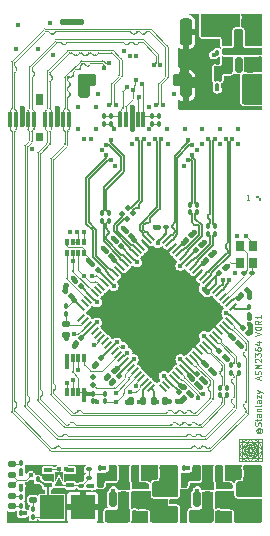
<source format=gbr>
%TF.GenerationSoftware,KiCad,Pcbnew,(6.0.2)*%
%TF.CreationDate,2022-04-22T09:08:26+08:00*%
%TF.ProjectId,usb-nvme,7573622d-6e76-46d6-952e-6b696361645f,rev?*%
%TF.SameCoordinates,Original*%
%TF.FileFunction,Copper,L1,Top*%
%TF.FilePolarity,Positive*%
%FSLAX46Y46*%
G04 Gerber Fmt 4.6, Leading zero omitted, Abs format (unit mm)*
G04 Created by KiCad (PCBNEW (6.0.2)) date 2022-04-22 09:08:26*
%MOMM*%
%LPD*%
G01*
G04 APERTURE LIST*
G04 Aperture macros list*
%AMRoundRect*
0 Rectangle with rounded corners*
0 $1 Rounding radius*
0 $2 $3 $4 $5 $6 $7 $8 $9 X,Y pos of 4 corners*
0 Add a 4 corners polygon primitive as box body*
4,1,4,$2,$3,$4,$5,$6,$7,$8,$9,$2,$3,0*
0 Add four circle primitives for the rounded corners*
1,1,$1+$1,$2,$3*
1,1,$1+$1,$4,$5*
1,1,$1+$1,$6,$7*
1,1,$1+$1,$8,$9*
0 Add four rect primitives between the rounded corners*
20,1,$1+$1,$2,$3,$4,$5,0*
20,1,$1+$1,$4,$5,$6,$7,0*
20,1,$1+$1,$6,$7,$8,$9,0*
20,1,$1+$1,$8,$9,$2,$3,0*%
%AMRotRect*
0 Rectangle, with rotation*
0 The origin of the aperture is its center*
0 $1 length*
0 $2 width*
0 $3 Rotation angle, in degrees counterclockwise*
0 Add horizontal line*
21,1,$1,$2,0,0,$3*%
%AMFreePoly0*
4,1,6,0.650000,0.000000,0.050000,-0.300000,-0.100000,-0.300000,-0.100000,0.300000,0.050000,0.300000,0.650000,0.000000,0.650000,0.000000,$1*%
%AMFreePoly1*
4,1,6,0.100000,-0.300000,-0.650000,-0.300000,-0.050000,0.000000,-0.650000,0.300000,0.100000,0.300000,0.100000,-0.300000,0.100000,-0.300000,$1*%
G04 Aperture macros list end*
%TA.AperFunction,NonConductor*%
%ADD10C,0.000000*%
%TD*%
%ADD11C,0.090000*%
%TA.AperFunction,NonConductor*%
%ADD12C,0.090000*%
%TD*%
%TA.AperFunction,EtchedComponent*%
%ADD13C,0.050000*%
%TD*%
%ADD14C,0.050000*%
%TA.AperFunction,SMDPad,CuDef*%
%ADD15R,0.450000X0.600000*%
%TD*%
%TA.AperFunction,SMDPad,CuDef*%
%ADD16RoundRect,0.100000X0.100000X-0.130000X0.100000X0.130000X-0.100000X0.130000X-0.100000X-0.130000X0*%
%TD*%
%TA.AperFunction,SMDPad,CuDef*%
%ADD17RoundRect,0.100000X-0.162635X0.021213X0.021213X-0.162635X0.162635X-0.021213X-0.021213X0.162635X0*%
%TD*%
%TA.AperFunction,SMDPad,CuDef*%
%ADD18RoundRect,0.150000X-0.150000X0.512500X-0.150000X-0.512500X0.150000X-0.512500X0.150000X0.512500X0*%
%TD*%
%TA.AperFunction,SMDPad,CuDef*%
%ADD19RoundRect,0.100000X0.130000X0.100000X-0.130000X0.100000X-0.130000X-0.100000X0.130000X-0.100000X0*%
%TD*%
%TA.AperFunction,SMDPad,CuDef*%
%ADD20RoundRect,0.100000X-0.021213X-0.162635X0.162635X0.021213X0.021213X0.162635X-0.162635X-0.021213X0*%
%TD*%
%TA.AperFunction,SMDPad,CuDef*%
%ADD21RoundRect,0.147500X-0.172500X0.147500X-0.172500X-0.147500X0.172500X-0.147500X0.172500X0.147500X0*%
%TD*%
%TA.AperFunction,SMDPad,CuDef*%
%ADD22FreePoly0,90.000000*%
%TD*%
%TA.AperFunction,SMDPad,CuDef*%
%ADD23FreePoly1,90.000000*%
%TD*%
%TA.AperFunction,SMDPad,CuDef*%
%ADD24R,0.650000X0.400000*%
%TD*%
%TA.AperFunction,SMDPad,CuDef*%
%ADD25RoundRect,0.100000X0.162635X-0.021213X-0.021213X0.162635X-0.162635X0.021213X0.021213X-0.162635X0*%
%TD*%
%TA.AperFunction,SMDPad,CuDef*%
%ADD26R,0.400000X0.500000*%
%TD*%
%TA.AperFunction,SMDPad,CuDef*%
%ADD27R,0.300000X0.500000*%
%TD*%
%TA.AperFunction,SMDPad,CuDef*%
%ADD28RoundRect,0.250000X0.850000X-0.375000X0.850000X0.375000X-0.850000X0.375000X-0.850000X-0.375000X0*%
%TD*%
%TA.AperFunction,SMDPad,CuDef*%
%ADD29RoundRect,0.100000X0.021213X0.162635X-0.162635X-0.021213X-0.021213X-0.162635X0.162635X0.021213X0*%
%TD*%
%TA.AperFunction,ComponentPad*%
%ADD30R,2.000000X2.000000*%
%TD*%
%TA.AperFunction,SMDPad,CuDef*%
%ADD31RoundRect,0.100000X-0.100000X0.130000X-0.100000X-0.130000X0.100000X-0.130000X0.100000X0.130000X0*%
%TD*%
%TA.AperFunction,SMDPad,CuDef*%
%ADD32RoundRect,0.140000X-0.140000X-0.170000X0.140000X-0.170000X0.140000X0.170000X-0.140000X0.170000X0*%
%TD*%
%TA.AperFunction,SMDPad,CuDef*%
%ADD33RoundRect,0.140000X-0.170000X0.140000X-0.170000X-0.140000X0.170000X-0.140000X0.170000X0.140000X0*%
%TD*%
%TA.AperFunction,SMDPad,CuDef*%
%ADD34RoundRect,0.225000X0.225000X0.250000X-0.225000X0.250000X-0.225000X-0.250000X0.225000X-0.250000X0*%
%TD*%
%TA.AperFunction,SMDPad,CuDef*%
%ADD35RoundRect,0.225000X-0.225000X-0.250000X0.225000X-0.250000X0.225000X0.250000X-0.225000X0.250000X0*%
%TD*%
%TA.AperFunction,SMDPad,CuDef*%
%ADD36RoundRect,0.147500X0.172500X-0.147500X0.172500X0.147500X-0.172500X0.147500X-0.172500X-0.147500X0*%
%TD*%
%TA.AperFunction,SMDPad,CuDef*%
%ADD37R,0.300000X0.750000*%
%TD*%
%TA.AperFunction,SMDPad,CuDef*%
%ADD38R,0.800000X0.900000*%
%TD*%
%TA.AperFunction,SMDPad,CuDef*%
%ADD39RoundRect,0.140000X0.140000X0.170000X-0.140000X0.170000X-0.140000X-0.170000X0.140000X-0.170000X0*%
%TD*%
%TA.AperFunction,SMDPad,CuDef*%
%ADD40RoundRect,0.100000X-0.130000X-0.100000X0.130000X-0.100000X0.130000X0.100000X-0.130000X0.100000X0*%
%TD*%
%TA.AperFunction,SMDPad,CuDef*%
%ADD41R,0.300000X0.550000*%
%TD*%
%TA.AperFunction,SMDPad,CuDef*%
%ADD42R,0.400000X0.550000*%
%TD*%
%TA.AperFunction,SMDPad,CuDef*%
%ADD43RotRect,0.200000X0.800000X135.000000*%
%TD*%
%TA.AperFunction,SMDPad,CuDef*%
%ADD44RotRect,0.200000X0.800000X45.000000*%
%TD*%
%TA.AperFunction,SMDPad,CuDef*%
%ADD45RotRect,1.400000X1.400000X45.000000*%
%TD*%
%TA.AperFunction,ComponentPad*%
%ADD46C,0.700000*%
%TD*%
%TA.AperFunction,ComponentPad*%
%ADD47RoundRect,0.250000X-0.550000X-0.250000X0.550000X-0.250000X0.550000X0.250000X-0.550000X0.250000X0*%
%TD*%
%TA.AperFunction,ComponentPad*%
%ADD48RoundRect,0.250000X-0.250000X-0.750000X0.250000X-0.750000X0.250000X0.750000X-0.250000X0.750000X0*%
%TD*%
%TA.AperFunction,ComponentPad*%
%ADD49RoundRect,0.125000X-0.875000X0.125000X-0.875000X-0.125000X0.875000X-0.125000X0.875000X0.125000X0*%
%TD*%
%TA.AperFunction,ComponentPad*%
%ADD50RoundRect,0.250000X-0.250000X-0.900000X0.250000X-0.900000X0.250000X0.900000X-0.250000X0.900000X0*%
%TD*%
%TA.AperFunction,ViaPad*%
%ADD51C,0.450000*%
%TD*%
%TA.AperFunction,ViaPad*%
%ADD52C,0.500000*%
%TD*%
%TA.AperFunction,Conductor*%
%ADD53C,0.117000*%
%TD*%
%TA.AperFunction,Conductor*%
%ADD54C,0.135000*%
%TD*%
%TA.AperFunction,Conductor*%
%ADD55C,0.100000*%
%TD*%
%TA.AperFunction,Conductor*%
%ADD56C,0.200000*%
%TD*%
%TA.AperFunction,Conductor*%
%ADD57C,0.400000*%
%TD*%
%TA.AperFunction,Conductor*%
%ADD58C,0.300000*%
%TD*%
%TA.AperFunction,Conductor*%
%ADD59C,0.450000*%
%TD*%
G04 APERTURE END LIST*
D10*
G36*
X20650000Y-16000000D02*
G01*
X20750000Y-16000000D01*
X20750000Y-16050000D01*
X20500000Y-16050000D01*
X20500000Y-16000000D01*
X20600000Y-16000000D01*
X20600000Y-15650000D01*
X20550000Y-15650000D01*
X20550000Y-15600000D01*
X20650000Y-15600000D01*
X20650000Y-16000000D01*
G37*
G36*
X21700000Y-16050000D02*
G01*
X21500000Y-16050000D01*
X21500000Y-15850000D01*
X21700000Y-15850000D01*
X21700000Y-16050000D01*
G37*
G36*
X21500000Y-15850000D02*
G01*
X21300000Y-15850000D01*
X21300000Y-15650000D01*
X21500000Y-15650000D01*
X21500000Y-15850000D01*
G37*
D11*
D12*
X21466918Y-35412928D02*
X21443108Y-35436738D01*
X21419299Y-35484357D01*
X21419299Y-35531976D01*
X21443108Y-35579595D01*
X21466918Y-35603404D01*
X21514537Y-35627214D01*
X21562156Y-35627214D01*
X21609775Y-35603404D01*
X21633584Y-35579595D01*
X21657394Y-35531976D01*
X21657394Y-35484357D01*
X21633584Y-35436738D01*
X21609775Y-35412928D01*
X21419299Y-35412928D02*
X21609775Y-35412928D01*
X21633584Y-35389119D01*
X21633584Y-35365309D01*
X21609775Y-35317690D01*
X21562156Y-35293880D01*
X21443108Y-35293880D01*
X21371680Y-35341500D01*
X21324061Y-35412928D01*
X21300251Y-35508166D01*
X21324061Y-35603404D01*
X21371680Y-35674833D01*
X21443108Y-35722452D01*
X21538346Y-35746261D01*
X21633584Y-35722452D01*
X21705013Y-35674833D01*
X21752632Y-35603404D01*
X21776442Y-35508166D01*
X21752632Y-35412928D01*
X21705013Y-35341500D01*
X21681203Y-35103404D02*
X21705013Y-35031976D01*
X21705013Y-34912928D01*
X21681203Y-34865309D01*
X21657394Y-34841500D01*
X21609775Y-34817690D01*
X21562156Y-34817690D01*
X21514537Y-34841500D01*
X21490727Y-34865309D01*
X21466918Y-34912928D01*
X21443108Y-35008166D01*
X21419299Y-35055785D01*
X21395489Y-35079595D01*
X21347870Y-35103404D01*
X21300251Y-35103404D01*
X21252632Y-35079595D01*
X21228823Y-35055785D01*
X21205013Y-35008166D01*
X21205013Y-34889119D01*
X21228823Y-34817690D01*
X21371680Y-34674833D02*
X21371680Y-34484357D01*
X21205013Y-34603404D02*
X21633584Y-34603404D01*
X21681203Y-34579595D01*
X21705013Y-34531976D01*
X21705013Y-34484357D01*
X21705013Y-34103404D02*
X21443108Y-34103404D01*
X21395489Y-34127214D01*
X21371680Y-34174833D01*
X21371680Y-34270071D01*
X21395489Y-34317690D01*
X21681203Y-34103404D02*
X21705013Y-34151023D01*
X21705013Y-34270071D01*
X21681203Y-34317690D01*
X21633584Y-34341500D01*
X21585965Y-34341500D01*
X21538346Y-34317690D01*
X21514537Y-34270071D01*
X21514537Y-34151023D01*
X21490727Y-34103404D01*
X21371680Y-33865309D02*
X21705013Y-33865309D01*
X21419299Y-33865309D02*
X21395489Y-33841500D01*
X21371680Y-33793880D01*
X21371680Y-33722452D01*
X21395489Y-33674833D01*
X21443108Y-33651023D01*
X21705013Y-33651023D01*
X21705013Y-33341500D02*
X21681203Y-33389119D01*
X21633584Y-33412928D01*
X21205013Y-33412928D01*
X21705013Y-32936738D02*
X21443108Y-32936738D01*
X21395489Y-32960547D01*
X21371680Y-33008166D01*
X21371680Y-33103404D01*
X21395489Y-33151023D01*
X21681203Y-32936738D02*
X21705013Y-32984357D01*
X21705013Y-33103404D01*
X21681203Y-33151023D01*
X21633584Y-33174833D01*
X21585965Y-33174833D01*
X21538346Y-33151023D01*
X21514537Y-33103404D01*
X21514537Y-32984357D01*
X21490727Y-32936738D01*
X21371680Y-32746261D02*
X21371680Y-32484357D01*
X21705013Y-32746261D01*
X21705013Y-32484357D01*
X21371680Y-32341500D02*
X21705013Y-32222452D01*
X21371680Y-32103404D02*
X21705013Y-32222452D01*
X21824061Y-32270071D01*
X21847870Y-32293880D01*
X21871680Y-32341500D01*
X21562156Y-31174833D02*
X21562156Y-30936738D01*
X21705013Y-31222452D02*
X21205013Y-31055785D01*
X21705013Y-30889119D01*
X21681203Y-30746261D02*
X21705013Y-30674833D01*
X21705013Y-30555785D01*
X21681203Y-30508166D01*
X21657394Y-30484357D01*
X21609775Y-30460547D01*
X21562156Y-30460547D01*
X21514537Y-30484357D01*
X21490727Y-30508166D01*
X21466918Y-30555785D01*
X21443108Y-30651023D01*
X21419299Y-30698642D01*
X21395489Y-30722452D01*
X21347870Y-30746261D01*
X21300251Y-30746261D01*
X21252632Y-30722452D01*
X21228823Y-30698642D01*
X21205013Y-30651023D01*
X21205013Y-30531976D01*
X21228823Y-30460547D01*
X21705013Y-30246261D02*
X21205013Y-30246261D01*
X21562156Y-30079595D01*
X21205013Y-29912928D01*
X21705013Y-29912928D01*
X21252632Y-29698642D02*
X21228823Y-29674833D01*
X21205013Y-29627214D01*
X21205013Y-29508166D01*
X21228823Y-29460547D01*
X21252632Y-29436738D01*
X21300251Y-29412928D01*
X21347870Y-29412928D01*
X21419299Y-29436738D01*
X21705013Y-29722452D01*
X21705013Y-29412928D01*
X21205013Y-29246261D02*
X21205013Y-28936738D01*
X21395489Y-29103404D01*
X21395489Y-29031976D01*
X21419299Y-28984357D01*
X21443108Y-28960547D01*
X21490727Y-28936738D01*
X21609775Y-28936738D01*
X21657394Y-28960547D01*
X21681203Y-28984357D01*
X21705013Y-29031976D01*
X21705013Y-29174833D01*
X21681203Y-29222452D01*
X21657394Y-29246261D01*
X21205013Y-28508166D02*
X21205013Y-28603404D01*
X21228823Y-28651023D01*
X21252632Y-28674833D01*
X21324061Y-28722452D01*
X21419299Y-28746261D01*
X21609775Y-28746261D01*
X21657394Y-28722452D01*
X21681203Y-28698642D01*
X21705013Y-28651023D01*
X21705013Y-28555785D01*
X21681203Y-28508166D01*
X21657394Y-28484357D01*
X21609775Y-28460547D01*
X21490727Y-28460547D01*
X21443108Y-28484357D01*
X21419299Y-28508166D01*
X21395489Y-28555785D01*
X21395489Y-28651023D01*
X21419299Y-28698642D01*
X21443108Y-28722452D01*
X21490727Y-28746261D01*
X21371680Y-28031976D02*
X21705013Y-28031976D01*
X21181203Y-28151023D02*
X21538346Y-28270071D01*
X21538346Y-27960547D01*
X21205013Y-27460547D02*
X21705013Y-27293880D01*
X21205013Y-27127214D01*
X21205013Y-26865309D02*
X21205013Y-26817690D01*
X21228823Y-26770071D01*
X21252632Y-26746261D01*
X21300251Y-26722452D01*
X21395489Y-26698642D01*
X21514537Y-26698642D01*
X21609775Y-26722452D01*
X21657394Y-26746261D01*
X21681203Y-26770071D01*
X21705013Y-26817690D01*
X21705013Y-26865309D01*
X21681203Y-26912928D01*
X21657394Y-26936738D01*
X21609775Y-26960547D01*
X21514537Y-26984357D01*
X21395489Y-26984357D01*
X21300251Y-26960547D01*
X21252632Y-26936738D01*
X21228823Y-26912928D01*
X21205013Y-26865309D01*
X21705013Y-26198642D02*
X21466918Y-26365309D01*
X21705013Y-26484357D02*
X21205013Y-26484357D01*
X21205013Y-26293880D01*
X21228823Y-26246261D01*
X21252632Y-26222452D01*
X21300251Y-26198642D01*
X21371680Y-26198642D01*
X21419299Y-26222452D01*
X21443108Y-26246261D01*
X21466918Y-26293880D01*
X21466918Y-26484357D01*
X21705013Y-25722452D02*
X21705013Y-26008166D01*
X21705013Y-25865309D02*
X21205013Y-25865309D01*
X21276442Y-25912928D01*
X21324061Y-25960547D01*
X21347870Y-26008166D01*
D13*
%TO.C,REF\u002A\u002A*%
X21760000Y-36187828D02*
X21760000Y-38107828D01*
X20121178Y-38107828D02*
X20121178Y-37826651D01*
X20647828Y-36995656D02*
X20952173Y-36995656D01*
X19840001Y-37147828D02*
X20800000Y-36187828D01*
X21059775Y-37774979D02*
X20172850Y-37407603D01*
X21760000Y-38107828D02*
X19840000Y-38107828D01*
X20584797Y-37147829D02*
X20800001Y-36932625D01*
X21427151Y-36888054D02*
X21059775Y-37774979D01*
X21760000Y-37826651D02*
X21478823Y-37826651D01*
X20800000Y-37363032D02*
X20584797Y-37147829D01*
X21478823Y-36187828D02*
X21478823Y-36469006D01*
X21478823Y-38107828D02*
X21478823Y-37826651D01*
X20121178Y-37826651D02*
X20121178Y-36469006D01*
X20952173Y-36995656D02*
X20952173Y-37300001D01*
X21760000Y-36469006D02*
X21478823Y-36469006D01*
X21167377Y-36780452D02*
X20800000Y-37667377D01*
X20800000Y-36628280D02*
X21167377Y-37515205D01*
X21478823Y-37826651D02*
X20121178Y-37826651D01*
X20432624Y-37515205D02*
X20800000Y-36628280D01*
X21059775Y-36520678D02*
X21427151Y-37407603D01*
X19840000Y-37826651D02*
X20121178Y-37826651D01*
X20800001Y-36932625D02*
X21015204Y-37147829D01*
X20172850Y-36888054D02*
X21059775Y-36520678D01*
X21167377Y-37515205D02*
X20280452Y-37147828D01*
X20280452Y-37147828D02*
X21167377Y-36780452D01*
X20952173Y-37300001D02*
X20647828Y-37300001D01*
X20540226Y-37774979D02*
X20172850Y-36888054D01*
X20800000Y-37667377D02*
X20432624Y-36780452D01*
X21427151Y-37407603D02*
X20540226Y-37774979D01*
X20121178Y-36469006D02*
X21478823Y-36469006D01*
X20172850Y-37407603D02*
X20540226Y-36520678D01*
X21015204Y-37147829D02*
X20800000Y-37363032D01*
X20647828Y-37300001D02*
X20647828Y-36995656D01*
X20121178Y-36469006D02*
X19840000Y-36469006D01*
X20540226Y-36520678D02*
X21427151Y-36888054D01*
X21478823Y-36469006D02*
X21478823Y-37826651D01*
X20121178Y-36187828D02*
X20121178Y-36469006D01*
X19840000Y-36187828D02*
X21760000Y-36187828D01*
X19840000Y-38107828D02*
X19840000Y-36187828D01*
X20800000Y-36187828D02*
X21760000Y-37147829D01*
X21760000Y-37147829D02*
X20800000Y-38107829D01*
X20432624Y-36780452D02*
X21319549Y-37147828D01*
X20432624Y-37515205D02*
X21319549Y-37147828D01*
X20800000Y-38107829D02*
X19840001Y-37147828D01*
D14*
X21280000Y-37627828D02*
X21228444Y-37674427D01*
X21173511Y-37714812D01*
X21115683Y-37748985D01*
X21055441Y-37776945D01*
X20993270Y-37798691D01*
X20929651Y-37814224D01*
X20865067Y-37823544D01*
X20800000Y-37826650D01*
X20734933Y-37823544D01*
X20670349Y-37814224D01*
X20606730Y-37798691D01*
X20544558Y-37776945D01*
X20484317Y-37748985D01*
X20426488Y-37714812D01*
X20371555Y-37674427D01*
X20320000Y-37627828D01*
X20800000Y-38107828D02*
X20701845Y-38102871D01*
X20606526Y-38088324D01*
X20514525Y-38064668D01*
X20426324Y-38032386D01*
X20342407Y-37991961D01*
X20263255Y-37943875D01*
X20189351Y-37888610D01*
X20121177Y-37826650D01*
X20059217Y-37758477D01*
X20003953Y-37684573D01*
X19955866Y-37605421D01*
X19915441Y-37521503D01*
X19883159Y-37433302D01*
X19859503Y-37341301D01*
X19844956Y-37245982D01*
X19840000Y-37147828D01*
X20647828Y-37147829D02*
X20657061Y-37095506D01*
X20682576Y-37051032D01*
X20721093Y-37017686D01*
X20769332Y-36998747D01*
X20800001Y-36995656D01*
X21280000Y-36667828D02*
X21326599Y-36719383D01*
X21366984Y-36774316D01*
X21401157Y-36832145D01*
X21429117Y-36892386D01*
X21450863Y-36954558D01*
X21466396Y-37018177D01*
X21475716Y-37082761D01*
X21478822Y-37147828D01*
X21475716Y-37212895D01*
X21466396Y-37277479D01*
X21450863Y-37341098D01*
X21429117Y-37403269D01*
X21401157Y-37463511D01*
X21366984Y-37521339D01*
X21326599Y-37576272D01*
X21280000Y-37627828D01*
X20320000Y-36667828D02*
X20371555Y-36621229D01*
X20426488Y-36580843D01*
X20484317Y-36546670D01*
X20544558Y-36518711D01*
X20606730Y-36496965D01*
X20670349Y-36481432D01*
X20734933Y-36472112D01*
X20800000Y-36469006D01*
X20865067Y-36472112D01*
X20929651Y-36481432D01*
X20993270Y-36496965D01*
X21055441Y-36518711D01*
X21115683Y-36546670D01*
X21173511Y-36580843D01*
X21228444Y-36621229D01*
X21280000Y-36667828D01*
X21760000Y-37147828D02*
X21755043Y-37245982D01*
X21740496Y-37341301D01*
X21716840Y-37433302D01*
X21684558Y-37521503D01*
X21644133Y-37605421D01*
X21596047Y-37684573D01*
X21540782Y-37758477D01*
X21478822Y-37826650D01*
X21410649Y-37888610D01*
X21336745Y-37943875D01*
X21257593Y-37991961D01*
X21173675Y-38032386D01*
X21085474Y-38064668D01*
X20993473Y-38088324D01*
X20898154Y-38102871D01*
X20800000Y-38107828D01*
X19840000Y-37147828D02*
X19844956Y-37049673D01*
X19859503Y-36954354D01*
X19883159Y-36862353D01*
X19915441Y-36774152D01*
X19955866Y-36690235D01*
X20003953Y-36611083D01*
X20059217Y-36537179D01*
X20121177Y-36469005D01*
X20189351Y-36407045D01*
X20263255Y-36351781D01*
X20342407Y-36303694D01*
X20426324Y-36263269D01*
X20514525Y-36230987D01*
X20606526Y-36207331D01*
X20701845Y-36192784D01*
X20800000Y-36187828D01*
X20800001Y-37300001D02*
X20747678Y-37290767D01*
X20703204Y-37265252D01*
X20669858Y-37226735D01*
X20650919Y-37178496D01*
X20647828Y-37147829D01*
X20800001Y-36995656D02*
X20852322Y-37004889D01*
X20896796Y-37030404D01*
X20930142Y-37068921D01*
X20949081Y-37117160D01*
X20952173Y-37147829D01*
X20320000Y-37627828D02*
X20273401Y-37576272D01*
X20233015Y-37521339D01*
X20198842Y-37463511D01*
X20170883Y-37403269D01*
X20149137Y-37341098D01*
X20133604Y-37277479D01*
X20124284Y-37212895D01*
X20121178Y-37147828D01*
X20124284Y-37082761D01*
X20133604Y-37018177D01*
X20149137Y-36954558D01*
X20170883Y-36892386D01*
X20198842Y-36832145D01*
X20233015Y-36774316D01*
X20273401Y-36719383D01*
X20320000Y-36667828D01*
X20800000Y-36187828D02*
X20898154Y-36192784D01*
X20993473Y-36207331D01*
X21085474Y-36230987D01*
X21173675Y-36263269D01*
X21257593Y-36303694D01*
X21336745Y-36351781D01*
X21410649Y-36407045D01*
X21478822Y-36469005D01*
X21540782Y-36537179D01*
X21596047Y-36611083D01*
X21644133Y-36690235D01*
X21684558Y-36774152D01*
X21716840Y-36862353D01*
X21740496Y-36954354D01*
X21755043Y-37049673D01*
X21760000Y-37147828D01*
X20952173Y-37147829D02*
X20942939Y-37200150D01*
X20917424Y-37244624D01*
X20878907Y-37277970D01*
X20830668Y-37296909D01*
X20800001Y-37300001D01*
%TD*%
D15*
%TO.P,D1,1,A1*%
%TO.N,+5V*%
X17400000Y-550000D03*
%TO.P,D1,2,A2*%
%TO.N,GND*%
X17400000Y-2650000D03*
%TD*%
D16*
%TO.P,C10,1*%
%TO.N,GND*%
X9000000Y-9520000D03*
%TO.P,C10,2*%
%TO.N,USB_CC1*%
X9000000Y-8880000D03*
%TD*%
D17*
%TO.P,C36,1*%
%TO.N,+2V5*%
X19320530Y-27677889D03*
%TO.P,C36,2*%
%TO.N,GND*%
X19773078Y-28130437D03*
%TD*%
%TO.P,C21,1*%
%TO.N,+1V0*%
X16279971Y-30718448D03*
%TO.P,C21,2*%
%TO.N,GND*%
X16732519Y-31170996D03*
%TD*%
D18*
%TO.P,U8,1,BST*%
%TO.N,/1V0_BOOT*%
X11050000Y-39062500D03*
%TO.P,U8,2,GND*%
%TO.N,GND*%
X10100000Y-39062500D03*
%TO.P,U8,3,FB*%
%TO.N,/1V0_FB*%
X9150000Y-39062500D03*
%TO.P,U8,4,EN*%
%TO.N,+2V5*%
X9150000Y-41337500D03*
%TO.P,U8,5,VIN*%
%TO.N,+5V*%
X10100000Y-41337500D03*
%TO.P,U8,6,LX*%
%TO.N,/1V0_SW*%
X11050000Y-41337500D03*
%TD*%
D19*
%TO.P,C26,1*%
%TO.N,+1V0*%
X13620000Y-18300000D03*
%TO.P,C26,2*%
%TO.N,GND*%
X12980000Y-18300000D03*
%TD*%
%TO.P,R16,1*%
%TO.N,+5V*%
X7120000Y-40200000D03*
%TO.P,R16,2*%
%TO.N,/VBUS_CMP*%
X6480000Y-40200000D03*
%TD*%
D20*
%TO.P,C7,1*%
%TO.N,/PCIe_TX1_-*%
X10397990Y-17550538D03*
%TO.P,C7,2*%
%TO.N,PCIe_TX1-*%
X10850538Y-17097990D03*
%TD*%
D17*
%TO.P,C35,1*%
%TO.N,+2V5*%
X17057788Y-29940631D03*
%TO.P,C35,2*%
%TO.N,GND*%
X17510336Y-30393179D03*
%TD*%
D18*
%TO.P,U7,1,BST*%
%TO.N,/2V5_BOOT*%
X18150000Y-39062500D03*
%TO.P,U7,2,GND*%
%TO.N,GND*%
X17200000Y-39062500D03*
%TO.P,U7,3,FB*%
%TO.N,/2V5_FB*%
X16250000Y-39062500D03*
%TO.P,U7,4,EN*%
%TO.N,+3V3*%
X16250000Y-41337500D03*
%TO.P,U7,5,VIN*%
%TO.N,+5V*%
X17200000Y-41337500D03*
%TO.P,U7,6,LX*%
%TO.N,/2V5_SW*%
X18150000Y-41337500D03*
%TD*%
D20*
%TO.P,C37,1*%
%TO.N,+2V5*%
X20027637Y-24029218D03*
%TO.P,C37,2*%
%TO.N,GND*%
X20480185Y-23576670D03*
%TD*%
D21*
%TO.P,D2,1,K*%
%TO.N,GND*%
X2400000Y-40415000D03*
%TO.P,D2,2,A*%
%TO.N,Net-(D2-Pad2)*%
X2400000Y-41385000D03*
%TD*%
D20*
%TO.P,C39,1*%
%TO.N,+2V5*%
X15360732Y-19362313D03*
%TO.P,C39,2*%
%TO.N,GND*%
X15813280Y-18909765D03*
%TD*%
D22*
%TO.P,JP1,1,A*%
%TO.N,/VBUS_CMP*%
X4600000Y-40100000D03*
D23*
%TO.P,JP1,2,B*%
%TO.N,VBUS_DET*%
X4600000Y-39100000D03*
%TD*%
D24*
%TO.P,U9,1,+*%
%TO.N,/VBUS_CMP*%
X5550000Y-40150000D03*
%TO.P,U9,2,V-*%
%TO.N,GND*%
X5550000Y-39500000D03*
%TO.P,U9,3,-*%
%TO.N,+3V3*%
X5550000Y-38850000D03*
%TO.P,U9,4*%
%TO.N,VBUS_DET*%
X3650000Y-38850000D03*
%TO.P,U9,5,V+*%
%TO.N,+5V*%
X3650000Y-40150000D03*
%TD*%
D16*
%TO.P,C1,1*%
%TO.N,USB_TX1+*%
X18800000Y-32519999D03*
%TO.P,C1,2*%
%TO.N,/USB_TX1_+*%
X18800000Y-31879999D03*
%TD*%
%TO.P,TP1,1,1*%
%TO.N,SPI_CLK*%
X7500000Y-31620000D03*
%TO.P,TP1,2,2*%
%TO.N,GND*%
X7500000Y-30980000D03*
%TD*%
D25*
%TO.P,C29,1*%
%TO.N,+1V0*%
X6447650Y-23290291D03*
%TO.P,C29,2*%
%TO.N,GND*%
X5995102Y-22837743D03*
%TD*%
D26*
%TO.P,RN1,1,R1.1*%
%TO.N,~{PCIe_RST}*%
X6750000Y-19500000D03*
D27*
%TO.P,RN1,2,R2.1*%
%TO.N,+3V3*%
X6250000Y-19500000D03*
%TO.P,RN1,3,R3.1*%
X5750000Y-19500000D03*
D26*
%TO.P,RN1,4,R4.1*%
%TO.N,GND*%
X5250000Y-19500000D03*
%TO.P,RN1,5,R4.2*%
%TO.N,UART_TX*%
X5250000Y-20500000D03*
D27*
%TO.P,RN1,6,R3.2*%
%TO.N,PCIe_CLKREQ*%
X5750000Y-20500000D03*
%TO.P,RN1,7,R2.2*%
%TO.N,PCIe_DET*%
X6250000Y-20500000D03*
D26*
%TO.P,RN1,8,R1.2*%
%TO.N,GND*%
X6750000Y-20500000D03*
%TD*%
D28*
%TO.P,L3,1*%
%TO.N,/1V0_SW*%
X13600000Y-42675000D03*
%TO.P,L3,2*%
%TO.N,+1V0*%
X13600000Y-40525000D03*
%TD*%
D20*
%TO.P,C38,1*%
%TO.N,+2V5*%
X17057788Y-21059369D03*
%TO.P,C38,2*%
%TO.N,GND*%
X17510336Y-20606821D03*
%TD*%
D29*
%TO.P,C42,1*%
%TO.N,+3V3*%
X9237187Y-30435606D03*
%TO.P,C42,2*%
%TO.N,GND*%
X8784639Y-30888154D03*
%TD*%
D30*
%TO.P,TP2,1,1*%
%TO.N,+5V*%
X4000000Y-42000000D03*
%TD*%
D16*
%TO.P,R18,1*%
%TO.N,VBUS_DET*%
X8500000Y-33020000D03*
%TO.P,R18,2*%
%TO.N,+3V3*%
X8500000Y-32380000D03*
%TD*%
D29*
%TO.P,C18,1*%
%TO.N,+1V0*%
X8176527Y-29374945D03*
%TO.P,C18,2*%
%TO.N,GND*%
X7723979Y-29827493D03*
%TD*%
D31*
%TO.P,R3,1*%
%TO.N,+3V3*%
X5200000Y-24980000D03*
%TO.P,R3,2*%
%TO.N,/RST*%
X5200000Y-25620000D03*
%TD*%
D32*
%TO.P,C45,1*%
%TO.N,+5V*%
X12620000Y-33000000D03*
%TO.P,C45,2*%
%TO.N,GND*%
X13580000Y-33000000D03*
%TD*%
D16*
%TO.P,C14,1*%
%TO.N,/PCIe_TX3_+*%
X17199999Y-18820000D03*
%TO.P,C14,2*%
%TO.N,PCIe_TX3+*%
X17199999Y-18180000D03*
%TD*%
D29*
%TO.P,C17,1*%
%TO.N,+1V0*%
X6479470Y-27677889D03*
%TO.P,C17,2*%
%TO.N,GND*%
X6026922Y-28130437D03*
%TD*%
D25*
%TO.P,C40,1*%
%TO.N,+2V5*%
X10690291Y-19047650D03*
%TO.P,C40,2*%
%TO.N,GND*%
X10237743Y-18595102D03*
%TD*%
D33*
%TO.P,C15,1*%
%TO.N,/RST*%
X5200000Y-26440000D03*
%TO.P,C15,2*%
%TO.N,GND*%
X5200000Y-27400000D03*
%TD*%
D16*
%TO.P,C13,1*%
%TO.N,/PCIe_TX3_-*%
X17800000Y-18819999D03*
%TO.P,C13,2*%
%TO.N,PCIe_TX3-*%
X17800000Y-18179999D03*
%TD*%
D20*
%TO.P,C8,1*%
%TO.N,/PCIe_TX1_+*%
X9973726Y-17126274D03*
%TO.P,C8,2*%
%TO.N,PCIe_TX1+*%
X10426274Y-16673726D03*
%TD*%
D34*
%TO.P,C33,1*%
%TO.N,+3.3VP*%
X20575000Y-6000000D03*
%TO.P,C33,2*%
%TO.N,GND*%
X19025000Y-6000000D03*
%TD*%
D25*
%TO.P,C28,1*%
%TO.N,+1V0*%
X7861864Y-21876078D03*
%TO.P,C28,2*%
%TO.N,GND*%
X7409316Y-21423530D03*
%TD*%
D16*
%TO.P,C2,1*%
%TO.N,/PCIe_TX0_-*%
X8800000Y-17720000D03*
%TO.P,C2,2*%
%TO.N,PCIe_TX0-*%
X8800000Y-17080000D03*
%TD*%
D35*
%TO.P,C51,1*%
%TO.N,+5V*%
X10125000Y-42800000D03*
%TO.P,C51,2*%
%TO.N,GND*%
X11675000Y-42800000D03*
%TD*%
D19*
%TO.P,C16,1*%
%TO.N,/XI*%
X20920000Y-22200000D03*
%TO.P,C16,2*%
%TO.N,/XO*%
X20280000Y-22200000D03*
%TD*%
D36*
%TO.P,D3,1,K*%
%TO.N,GND*%
X600000Y-42885000D03*
%TO.P,D3,2,A*%
%TO.N,Net-(D3-Pad2)*%
X600000Y-41915000D03*
%TD*%
D16*
%TO.P,R11,1*%
%TO.N,GND*%
X20700000Y-25720000D03*
%TO.P,R11,2*%
%TO.N,/REXT*%
X20700000Y-25080000D03*
%TD*%
%TO.P,C30,1*%
%TO.N,/3V3P_BOOT*%
X21600000Y-4070000D03*
%TO.P,C30,2*%
%TO.N,/3V3P_SW*%
X21600000Y-3430000D03*
%TD*%
D37*
%TO.P,U4,1,~{CS}*%
%TO.N,~{SPI_CS}*%
X6750000Y-29344975D03*
%TO.P,U4,2,SO/IO1*%
%TO.N,SPI_DI*%
X6250000Y-29344975D03*
%TO.P,U4,3,~{WP}/IO2*%
%TO.N,+3V3*%
X5750000Y-29344975D03*
%TO.P,U4,4,GND*%
%TO.N,GND*%
X5250000Y-29344975D03*
%TO.P,U4,5,SI/IO0*%
%TO.N,SPI_DO*%
X5250000Y-32244975D03*
%TO.P,U4,6,SCK*%
%TO.N,SPI_CLK*%
X5750000Y-32244975D03*
%TO.P,U4,7,~{HOLD}/IO3*%
%TO.N,+3V3*%
X6250000Y-32244975D03*
%TO.P,U4,8,VCC*%
X6750000Y-32244975D03*
%TD*%
D31*
%TO.P,C48,1*%
%TO.N,/2V5_BOOT*%
X19100000Y-40230000D03*
%TO.P,C48,2*%
%TO.N,/2V5_SW*%
X19100000Y-40870000D03*
%TD*%
D38*
%TO.P,Y1,1,1*%
%TO.N,/XI*%
X21050000Y-21300000D03*
%TO.P,Y1,2,2*%
%TO.N,GND*%
X21050000Y-19900000D03*
%TO.P,Y1,3,3*%
%TO.N,/XO*%
X19950000Y-19900000D03*
%TO.P,Y1,4,4*%
%TO.N,GND*%
X19950000Y-21300000D03*
%TD*%
D39*
%TO.P,C46,1*%
%TO.N,+3V3*%
X11680000Y-33000000D03*
%TO.P,C46,2*%
%TO.N,GND*%
X10720000Y-33000000D03*
%TD*%
D17*
%TO.P,C23,1*%
%TO.N,+1V0*%
X20169058Y-26829361D03*
%TO.P,C23,2*%
%TO.N,GND*%
X20621606Y-27281909D03*
%TD*%
D40*
%TO.P,C50,1*%
%TO.N,GND*%
X6480000Y-39500000D03*
%TO.P,C50,2*%
%TO.N,/VBUS_CMP*%
X7120000Y-39500000D03*
%TD*%
D16*
%TO.P,R19,1*%
%TO.N,GND*%
X15200000Y-40719999D03*
%TO.P,R19,2*%
%TO.N,/2V5_FB*%
X15200000Y-40079999D03*
%TD*%
D31*
%TO.P,C47,1*%
%TO.N,+3V3*%
X7500000Y-32380000D03*
%TO.P,C47,2*%
%TO.N,GND*%
X7500000Y-33020000D03*
%TD*%
D25*
%TO.P,C41,1*%
%TO.N,+2V5*%
X8993235Y-20744707D03*
%TO.P,C41,2*%
%TO.N,GND*%
X8540687Y-20292159D03*
%TD*%
D16*
%TO.P,R2,1*%
%TO.N,GND*%
X13100000Y-9520000D03*
%TO.P,R2,2*%
%TO.N,USB_CC2*%
X13100000Y-8880000D03*
%TD*%
D29*
%TO.P,C19,1*%
%TO.N,+1V0*%
X9661451Y-30859870D03*
%TO.P,C19,2*%
%TO.N,GND*%
X9208903Y-31312418D03*
%TD*%
D34*
%TO.P,C53,1*%
%TO.N,+2V5*%
X21175000Y-39100000D03*
%TO.P,C53,2*%
%TO.N,GND*%
X19625000Y-39100000D03*
%TD*%
D16*
%TO.P,R22,1*%
%TO.N,/1V0_FB*%
X8100000Y-39320000D03*
%TO.P,R22,2*%
%TO.N,+1V0*%
X8100000Y-38680000D03*
%TD*%
%TO.P,C12,1*%
%TO.N,GND*%
X12500000Y-9520000D03*
%TO.P,C12,2*%
%TO.N,USB_CC2*%
X12500000Y-8880000D03*
%TD*%
%TO.P,R1,1*%
%TO.N,GND*%
X8400000Y-9520000D03*
%TO.P,R1,2*%
%TO.N,USB_CC1*%
X8400000Y-8880000D03*
%TD*%
D31*
%TO.P,R14,1*%
%TO.N,GND*%
X18000000Y-4280000D03*
%TO.P,R14,2*%
%TO.N,/3V3P_FB*%
X18000000Y-4920000D03*
%TD*%
%TO.P,R15,1*%
%TO.N,/3V3P_FB*%
X18000000Y-5680000D03*
%TO.P,R15,2*%
%TO.N,+3.3VP*%
X18000000Y-6320000D03*
%TD*%
D16*
%TO.P,C55,1*%
%TO.N,+5V*%
X2800000Y-39620000D03*
%TO.P,C55,2*%
%TO.N,GND*%
X2800000Y-38980000D03*
%TD*%
D34*
%TO.P,C54,1*%
%TO.N,+1V0*%
X14075000Y-39100000D03*
%TO.P,C54,2*%
%TO.N,GND*%
X12525000Y-39100000D03*
%TD*%
D16*
%TO.P,C5,1*%
%TO.N,USB_TX2-*%
X19199999Y-30619999D03*
%TO.P,C5,2*%
%TO.N,/USB_TX2_+*%
X19199999Y-29979999D03*
%TD*%
%TO.P,C4,1*%
%TO.N,/PCIe_TX0_+*%
X8199999Y-17719999D03*
%TO.P,C4,2*%
%TO.N,PCIe_TX0+*%
X8199999Y-17079999D03*
%TD*%
%TO.P,R6,1*%
%TO.N,HS_LED*%
X1400000Y-38920000D03*
%TO.P,R6,2*%
%TO.N,Net-(D4-Pad1)*%
X1400000Y-38280000D03*
%TD*%
D17*
%TO.P,C34,1*%
%TO.N,+2V5*%
X15855707Y-31142712D03*
%TO.P,C34,2*%
%TO.N,GND*%
X16308255Y-31595260D03*
%TD*%
D16*
%TO.P,R21,1*%
%TO.N,GND*%
X8100000Y-40720000D03*
%TO.P,R21,2*%
%TO.N,/1V0_FB*%
X8100000Y-40080000D03*
%TD*%
D25*
%TO.P,C27,1*%
%TO.N,+1V0*%
X9841763Y-19896179D03*
%TO.P,C27,2*%
%TO.N,GND*%
X9389215Y-19443631D03*
%TD*%
D16*
%TO.P,C9,1*%
%TO.N,/PCIe_TX2_-*%
X16300000Y-17020000D03*
%TO.P,C9,2*%
%TO.N,PCIe_TX2-*%
X16300000Y-16380000D03*
%TD*%
D34*
%TO.P,C32,1*%
%TO.N,+3.3VP*%
X20575000Y-7200000D03*
%TO.P,C32,2*%
%TO.N,GND*%
X19025000Y-7200000D03*
%TD*%
D30*
%TO.P,TP3,1,1*%
%TO.N,GND*%
X6600000Y-42000000D03*
%TD*%
D35*
%TO.P,C52,1*%
%TO.N,+5V*%
X17225000Y-42800000D03*
%TO.P,C52,2*%
%TO.N,GND*%
X18775000Y-42800000D03*
%TD*%
D17*
%TO.P,C43,1*%
%TO.N,+3V3*%
X15148600Y-31849819D03*
%TO.P,C43,2*%
%TO.N,GND*%
X15601148Y-32302367D03*
%TD*%
D20*
%TO.P,C25,1*%
%TO.N,+1V0*%
X16209260Y-20210841D03*
%TO.P,C25,2*%
%TO.N,GND*%
X16661808Y-19758293D03*
%TD*%
D18*
%TO.P,U5,1,GND*%
%TO.N,GND*%
X20750000Y-2262500D03*
%TO.P,U5,2,SW*%
%TO.N,/3V3P_SW*%
X19800000Y-2262500D03*
%TO.P,U5,3,VIN*%
%TO.N,+5V*%
X18850000Y-2262500D03*
%TO.P,U5,4,VFB*%
%TO.N,/3V3P_FB*%
X18850000Y-4537500D03*
%TO.P,U5,5,EN*%
%TO.N,PCIe_PWR_EN*%
X19800000Y-4537500D03*
%TO.P,U5,6,VBST*%
%TO.N,/3V3P_BOOT*%
X20750000Y-4537500D03*
%TD*%
D41*
%TO.P,U2,1,IO1*%
%TO.N,USB_RX1-*%
X5450000Y-8815000D03*
%TO.P,U2,2,IO2*%
%TO.N,USB_RX1+*%
X4950000Y-8815000D03*
D42*
%TO.P,U2,3,G*%
%TO.N,GND*%
X4450000Y-8815000D03*
D41*
%TO.P,U2,4,IO3*%
%TO.N,USB_TX1-*%
X3950000Y-8815000D03*
%TO.P,U2,5,IO4*%
%TO.N,USB_TX1+*%
X3450000Y-8815000D03*
%TO.P,U2,6,IO4*%
X3450000Y-9585000D03*
%TO.P,U2,7,IO3*%
%TO.N,USB_TX1-*%
X3950000Y-9585000D03*
D42*
%TO.P,U2,8,G*%
%TO.N,GND*%
X4450000Y-9585000D03*
D41*
%TO.P,U2,9,IO2*%
%TO.N,USB_RX1+*%
X4950000Y-9585000D03*
%TO.P,U2,10,IO1*%
%TO.N,USB_RX1-*%
X5450000Y-9585000D03*
%TD*%
D16*
%TO.P,R5,1*%
%TO.N,M2_LED*%
X1400000Y-42520000D03*
%TO.P,R5,2*%
%TO.N,Net-(D3-Pad2)*%
X1400000Y-41880000D03*
%TD*%
D21*
%TO.P,D4,1,K*%
%TO.N,Net-(D4-Pad1)*%
X600000Y-38315000D03*
%TO.P,D4,2,A*%
%TO.N,+3V3*%
X600000Y-39285000D03*
%TD*%
D16*
%TO.P,C6,1*%
%TO.N,USB_TX2+*%
X19800000Y-30620000D03*
%TO.P,C6,2*%
%TO.N,/USB_TX2_-*%
X19800000Y-29980000D03*
%TD*%
D31*
%TO.P,R7,1*%
%TO.N,LS_LED*%
X1400000Y-40480000D03*
%TO.P,R7,2*%
%TO.N,Net-(D5-Pad1)*%
X1400000Y-41120000D03*
%TD*%
D35*
%TO.P,C31,1*%
%TO.N,+5V*%
X19025000Y-800000D03*
%TO.P,C31,2*%
%TO.N,GND*%
X20575000Y-800000D03*
%TD*%
D16*
%TO.P,C3,1*%
%TO.N,USB_TX1-*%
X18199999Y-32520000D03*
%TO.P,C3,2*%
%TO.N,/USB_TX1_-*%
X18199999Y-31880000D03*
%TD*%
D41*
%TO.P,U3,1,IO1*%
%TO.N,USB_TX2-*%
X2450000Y-8815000D03*
%TO.P,U3,2,IO2*%
%TO.N,USB_TX2+*%
X1950000Y-8815000D03*
D42*
%TO.P,U3,3,G*%
%TO.N,GND*%
X1450000Y-8815000D03*
D41*
%TO.P,U3,4,IO3*%
%TO.N,USB_RX2-*%
X950000Y-8815000D03*
%TO.P,U3,5,IO4*%
%TO.N,USB_RX2+*%
X450000Y-8815000D03*
%TO.P,U3,6,IO4*%
X450000Y-9585000D03*
%TO.P,U3,7,IO3*%
%TO.N,USB_RX2-*%
X950000Y-9585000D03*
D42*
%TO.P,U3,8,G*%
%TO.N,GND*%
X1450000Y-9585000D03*
D41*
%TO.P,U3,9,IO2*%
%TO.N,USB_TX2+*%
X1950000Y-9585000D03*
%TO.P,U3,10,IO1*%
%TO.N,USB_TX2-*%
X2450000Y-9585000D03*
%TD*%
D16*
%TO.P,R4,1*%
%TO.N,+5V*%
X2400000Y-42820000D03*
%TO.P,R4,2*%
%TO.N,Net-(D2-Pad2)*%
X2400000Y-42180000D03*
%TD*%
D31*
%TO.P,C49,1*%
%TO.N,/1V0_BOOT*%
X12000000Y-40230000D03*
%TO.P,C49,2*%
%TO.N,/1V0_SW*%
X12000000Y-40870000D03*
%TD*%
D16*
%TO.P,C11,1*%
%TO.N,/PCIe_TX2_+*%
X15699999Y-17019999D03*
%TO.P,C11,2*%
%TO.N,PCIe_TX2+*%
X15699999Y-16379999D03*
%TD*%
D43*
%TO.P,U1,1,TEST_EN*%
%TO.N,unconnected-(U1-Pad1)*%
X6483006Y-25977297D03*
%TO.P,U1,2,RST#*%
%TO.N,/RST*%
X6765849Y-26260140D03*
%TO.P,U1,3,HDDPC*%
%TO.N,PCIe_PWR_EN*%
X7048691Y-26542983D03*
%TO.P,U1,4,VDD*%
%TO.N,+1V0*%
X7331534Y-26825825D03*
%TO.P,U1,5,I2C_DATA_P*%
%TO.N,unconnected-(U1-Pad5)*%
X7614377Y-27108668D03*
%TO.P,U1,6,I2C_CLK_P*%
%TO.N,unconnected-(U1-Pad6)*%
X7897220Y-27391511D03*
%TO.P,U1,7,PERST#*%
%TO.N,~{PCIe_RST}*%
X8180062Y-27674353D03*
%TO.P,U1,8,GPIO15*%
%TO.N,unconnected-(U1-Pad8)*%
X8462905Y-27957196D03*
%TO.P,U1,9,GPIO14*%
%TO.N,unconnected-(U1-Pad9)*%
X8745748Y-28240039D03*
%TO.P,U1,10,VDD*%
%TO.N,+1V0*%
X9028590Y-28522881D03*
%TO.P,U1,11,GPIO3*%
%TO.N,HS_LED*%
X9311433Y-28805724D03*
%TO.P,U1,12,SPI_CS#*%
%TO.N,~{SPI_CS}*%
X9594276Y-29088567D03*
%TO.P,U1,13,SPI_DO*%
%TO.N,SPI_DO*%
X9877119Y-29371410D03*
%TO.P,U1,14,VCCH*%
%TO.N,+3V3*%
X10159961Y-29654252D03*
%TO.P,U1,15,VDD*%
%TO.N,+1V0*%
X10442804Y-29937095D03*
%TO.P,U1,16,SPI_CLK*%
%TO.N,SPI_CLK*%
X10725647Y-30219938D03*
%TO.P,U1,17,SPI_DI*%
%TO.N,SPI_DI*%
X11008489Y-30502780D03*
%TO.P,U1,18,VBUS*%
%TO.N,VBUS_DET*%
X11291332Y-30785623D03*
%TO.P,U1,19,CC1*%
%TO.N,USB_CC1*%
X11574175Y-31068466D03*
%TO.P,U1,20,CC2*%
%TO.N,USB_CC2*%
X11857017Y-31351309D03*
%TO.P,U1,21,VCC33O*%
%TO.N,+3V3*%
X12139860Y-31634151D03*
%TO.P,U1,22,VCC5IN*%
%TO.N,+5V*%
X12422703Y-31916994D03*
D44*
%TO.P,U1,23,GPIO16*%
%TO.N,unconnected-(U1-Pad23)*%
X13377297Y-31916994D03*
%TO.P,U1,24,GPIO17*%
%TO.N,unconnected-(U1-Pad24)*%
X13660140Y-31634151D03*
%TO.P,U1,25,VDD*%
%TO.N,+1V0*%
X13942983Y-31351309D03*
%TO.P,U1,26,VCCH*%
%TO.N,+3V3*%
X14225825Y-31068466D03*
%TO.P,U1,27,UDP*%
%TO.N,USB_D+*%
X14508668Y-30785623D03*
%TO.P,U1,28,UDM*%
%TO.N,USB_D-*%
X14791511Y-30502780D03*
%TO.P,U1,29,VCCLU*%
%TO.N,+2V5*%
X15074353Y-30219938D03*
%TO.P,U1,30,VDD*%
%TO.N,+1V0*%
X15357196Y-29937095D03*
%TO.P,U1,31,URXP0*%
%TO.N,USB_RX1-*%
X15640039Y-29654252D03*
%TO.P,U1,32,URXN0*%
%TO.N,USB_RX1+*%
X15922881Y-29371410D03*
%TO.P,U1,33,VCCLU*%
%TO.N,+2V5*%
X16205724Y-29088567D03*
%TO.P,U1,34,GNDA*%
%TO.N,GND*%
X16488567Y-28805724D03*
%TO.P,U1,35,UTXN0*%
%TO.N,/USB_TX1_-*%
X16771410Y-28522881D03*
%TO.P,U1,36,UTXP0*%
%TO.N,/USB_TX1_+*%
X17054252Y-28240039D03*
%TO.P,U1,37,VDD*%
%TO.N,+1V0*%
X17337095Y-27957196D03*
%TO.P,U1,38,UTXP1*%
%TO.N,/USB_TX2_+*%
X17619938Y-27674353D03*
%TO.P,U1,39,UTXN1*%
%TO.N,/USB_TX2_-*%
X17902780Y-27391511D03*
%TO.P,U1,40,GNDA*%
%TO.N,GND*%
X18185623Y-27108668D03*
%TO.P,U1,41,VCCLU*%
%TO.N,+2V5*%
X18468466Y-26825825D03*
%TO.P,U1,42,URXN1*%
%TO.N,USB_RX2-*%
X18751309Y-26542983D03*
%TO.P,U1,43,URXP1*%
%TO.N,USB_RX2+*%
X19034151Y-26260140D03*
%TO.P,U1,44,VDD*%
%TO.N,+1V0*%
X19316994Y-25977297D03*
D43*
%TO.P,U1,45,REXT*%
%TO.N,/REXT*%
X19316994Y-25022703D03*
%TO.P,U1,46,VCCL*%
%TO.N,+2V5*%
X19034151Y-24739860D03*
%TO.P,U1,47,XI*%
%TO.N,/XI*%
X18751309Y-24457017D03*
%TO.P,U1,48,XO*%
%TO.N,/XO*%
X18468466Y-24174175D03*
%TO.P,U1,49,PECLKN*%
%TO.N,PCIe_REFCLK-*%
X18185623Y-23891332D03*
%TO.P,U1,50,PECLKP*%
%TO.N,PCIe_REFCLK+*%
X17902780Y-23608489D03*
%TO.P,U1,51,VDD*%
%TO.N,+1V0*%
X17619938Y-23325647D03*
%TO.P,U1,52,VDD*%
X17337095Y-23042804D03*
%TO.P,U1,53,PRXN3*%
%TO.N,PCIe_RX3-*%
X17054252Y-22759961D03*
%TO.P,U1,54,PRXP3*%
%TO.N,PCIe_RX3+*%
X16771410Y-22477119D03*
%TO.P,U1,55,GNDA*%
%TO.N,GND*%
X16488567Y-22194276D03*
%TO.P,U1,56,VCCLP*%
%TO.N,+2V5*%
X16205724Y-21911433D03*
%TO.P,U1,57,PTXN3*%
%TO.N,/PCIe_TX3_-*%
X15922881Y-21628590D03*
%TO.P,U1,58,PTXP3*%
%TO.N,/PCIe_TX3_+*%
X15640039Y-21345748D03*
%TO.P,U1,59,VDD*%
%TO.N,+1V0*%
X15357196Y-21062905D03*
%TO.P,U1,60,PTXN2*%
%TO.N,/PCIe_TX2_-*%
X15074353Y-20780062D03*
%TO.P,U1,61,PTXP2*%
%TO.N,/PCIe_TX2_+*%
X14791511Y-20497220D03*
%TO.P,U1,62,VCCLP*%
%TO.N,+2V5*%
X14508668Y-20214377D03*
%TO.P,U1,63,GNDA*%
%TO.N,GND*%
X14225825Y-19931534D03*
%TO.P,U1,64,PRXN2*%
%TO.N,PCIe_RX2-*%
X13942983Y-19648691D03*
%TO.P,U1,65,PRXP2*%
%TO.N,PCIe_RX2+*%
X13660140Y-19365849D03*
%TO.P,U1,66,VDD*%
%TO.N,+1V0*%
X13377297Y-19083006D03*
D44*
%TO.P,U1,67,PRXN1*%
%TO.N,PCIe_RX1-*%
X12422703Y-19083006D03*
%TO.P,U1,68,PRXP1*%
%TO.N,PCIe_RX1+*%
X12139860Y-19365849D03*
%TO.P,U1,69,GNDA*%
%TO.N,GND*%
X11857017Y-19648691D03*
%TO.P,U1,70,VCCLP*%
%TO.N,+2V5*%
X11574175Y-19931534D03*
%TO.P,U1,71,PTXN1*%
%TO.N,/PCIe_TX1_-*%
X11291332Y-20214377D03*
%TO.P,U1,72,PTXP1*%
%TO.N,/PCIe_TX1_+*%
X11008489Y-20497220D03*
%TO.P,U1,73,VDD*%
%TO.N,+1V0*%
X10725647Y-20780062D03*
%TO.P,U1,74,PTXN0*%
%TO.N,/PCIe_TX0_-*%
X10442804Y-21062905D03*
%TO.P,U1,75,PTXP0*%
%TO.N,/PCIe_TX0_+*%
X10159961Y-21345748D03*
%TO.P,U1,76,VCCLP*%
%TO.N,+2V5*%
X9877119Y-21628590D03*
%TO.P,U1,77,GNDA*%
%TO.N,GND*%
X9594276Y-21911433D03*
%TO.P,U1,78,PRXN0*%
%TO.N,PCIe_RX0-*%
X9311433Y-22194276D03*
%TO.P,U1,79,PRXP0*%
%TO.N,PCIe_RX0+*%
X9028590Y-22477119D03*
%TO.P,U1,80,VDD*%
%TO.N,+1V0*%
X8745748Y-22759961D03*
%TO.P,U1,81,GPIO0*%
%TO.N,LS_LED*%
X8462905Y-23042804D03*
%TO.P,U1,82,GPIO1*%
%TO.N,PCIe_DET*%
X8180062Y-23325647D03*
%TO.P,U1,83,GPIO2*%
%TO.N,unconnected-(U1-Pad83)*%
X7897220Y-23608489D03*
%TO.P,U1,84,GPIO8*%
%TO.N,PCIe_CLKREQ*%
X7614377Y-23891332D03*
%TO.P,U1,85,VDD*%
%TO.N,+1V0*%
X7331534Y-24174175D03*
%TO.P,U1,86,UART_TX*%
%TO.N,UART_TX*%
X7048691Y-24457017D03*
%TO.P,U1,87,UART_RX*%
%TO.N,unconnected-(U1-Pad87)*%
X6765849Y-24739860D03*
%TO.P,U1,88,VCCH*%
%TO.N,+3V3*%
X6483006Y-25022703D03*
D45*
%TO.P,U1,89,GND*%
%TO.N,GND*%
X14879899Y-24510051D03*
X11910051Y-27479899D03*
X13889949Y-25500000D03*
D46*
X14879899Y-26489949D03*
X15869848Y-25500000D03*
X15869848Y-25500000D03*
X11910051Y-27479899D03*
X12900000Y-28469848D03*
X12900000Y-22530152D03*
X13889949Y-25500000D03*
X13889949Y-27479899D03*
X14879899Y-24510051D03*
D45*
X13889949Y-27479899D03*
D46*
X10920101Y-24510051D03*
X11910051Y-27479899D03*
X12900000Y-28469848D03*
D45*
X13889949Y-23520101D03*
D46*
X13889949Y-25500000D03*
X10920101Y-26489949D03*
D45*
X12900000Y-28469848D03*
X11910051Y-23520101D03*
D46*
X14879899Y-24510051D03*
X11910051Y-25500000D03*
D45*
X14879899Y-26489949D03*
D46*
X13889949Y-23520101D03*
D45*
X10920101Y-26489949D03*
X12900000Y-24510051D03*
X12900000Y-22530152D03*
D46*
X12900000Y-24510051D03*
X12900000Y-26489949D03*
D45*
X9930152Y-25500000D03*
D46*
X11910051Y-23520101D03*
X9930152Y-25500000D03*
D45*
X11910051Y-25500000D03*
X10920101Y-24510051D03*
X15869848Y-25500000D03*
X12900000Y-26489949D03*
D46*
X12900000Y-26489949D03*
X14879899Y-26489949D03*
X13889949Y-27479899D03*
%TD*%
D16*
%TO.P,R20,1*%
%TO.N,/2V5_FB*%
X15200000Y-39320000D03*
%TO.P,R20,2*%
%TO.N,+2V5*%
X15200000Y-38680000D03*
%TD*%
D36*
%TO.P,D5,1,K*%
%TO.N,Net-(D5-Pad1)*%
X600000Y-41085000D03*
%TO.P,D5,2,A*%
%TO.N,+3V3*%
X600000Y-40115000D03*
%TD*%
D41*
%TO.P,U6,1,IO1*%
%TO.N,USB_CC2*%
X11750000Y-8815000D03*
%TO.P,U6,2,IO2*%
%TO.N,USB_D-*%
X11250000Y-8815000D03*
D42*
%TO.P,U6,3,G*%
%TO.N,GND*%
X10750000Y-8815000D03*
D41*
%TO.P,U6,4,IO3*%
%TO.N,USB_D+*%
X10250000Y-8815000D03*
%TO.P,U6,5,IO4*%
%TO.N,USB_CC1*%
X9750000Y-8815000D03*
%TO.P,U6,6,IO4*%
X9750000Y-9585000D03*
%TO.P,U6,7,IO3*%
%TO.N,USB_D+*%
X10250000Y-9585000D03*
D42*
%TO.P,U6,8,G*%
%TO.N,GND*%
X10750000Y-9585000D03*
D41*
%TO.P,U6,9,IO2*%
%TO.N,USB_D-*%
X11250000Y-9585000D03*
%TO.P,U6,10,IO1*%
%TO.N,USB_CC2*%
X11750000Y-9585000D03*
%TD*%
D40*
%TO.P,R17,1*%
%TO.N,GND*%
X6480000Y-38800000D03*
%TO.P,R17,2*%
%TO.N,/VBUS_CMP*%
X7120000Y-38800000D03*
%TD*%
D28*
%TO.P,L2,1*%
%TO.N,/2V5_SW*%
X20700000Y-42675000D03*
%TO.P,L2,2*%
%TO.N,+2V5*%
X20700000Y-40525000D03*
%TD*%
D20*
%TO.P,C24,1*%
%TO.N,+1V0*%
X18189159Y-22190740D03*
%TO.P,C24,2*%
%TO.N,GND*%
X18641707Y-21738192D03*
%TD*%
D17*
%TO.P,C20,1*%
%TO.N,+1V0*%
X14724336Y-32274083D03*
%TO.P,C20,2*%
%TO.N,GND*%
X15176884Y-32726631D03*
%TD*%
%TO.P,C22,1*%
%TO.N,+1V0*%
X18189159Y-28809260D03*
%TO.P,C22,2*%
%TO.N,GND*%
X18641707Y-29261808D03*
%TD*%
D25*
%TO.P,C44,1*%
%TO.N,+3V3*%
X5599122Y-24138819D03*
%TO.P,C44,2*%
%TO.N,GND*%
X5146574Y-23686271D03*
%TD*%
D31*
%TO.P,R13,1*%
%TO.N,GND*%
X18000000Y-2880000D03*
%TO.P,R13,2*%
%TO.N,PCIe_PWR_EN*%
X18000000Y-3520000D03*
%TD*%
D47*
%TO.P,J1,S1,SHIELD*%
%TO.N,GND*%
X7000000Y-5797500D03*
D48*
X6680000Y-6297500D03*
D47*
X15000000Y-5787500D03*
D48*
X15320000Y-6287500D03*
D49*
X5680000Y-897500D03*
D50*
X15320000Y-1747500D03*
%TD*%
D51*
%TO.N,USB_TX1+*%
X9405000Y-7954577D03*
%TO.N,PCIe_TX0-*%
X8994455Y-10905545D03*
%TO.N,USB_TX1-*%
X8855000Y-7954577D03*
%TO.N,PCIe_TX0+*%
X8605545Y-11294455D03*
%TO.N,USB_TX2+*%
X13155000Y-4554577D03*
%TO.N,USB_TX2-*%
X12605000Y-4554577D03*
%TO.N,PCIe_TX1-*%
X11775000Y-10812379D03*
%TO.N,PCIe_TX1+*%
X11225000Y-10812379D03*
%TO.N,PCIe_TX2-*%
X15894455Y-12205545D03*
%TO.N,GND*%
X8200000Y-11750000D03*
X16900000Y-40000000D03*
X8100000Y-41300000D03*
X16011270Y-28328427D03*
X16750000Y-10000000D03*
X3100000Y-10500000D03*
X20700000Y-26500000D03*
X7525988Y-30025483D03*
X10400000Y-40300000D03*
X7074500Y-21100000D03*
X18839697Y-29459798D03*
X17500000Y-40000000D03*
X18100000Y-43050000D03*
X7900000Y-7000000D03*
X20700000Y-26000000D03*
X19971068Y-28328427D03*
X12700000Y-18300000D03*
X17500000Y-4300000D03*
X13800000Y-11200000D03*
X17800000Y-7600000D03*
X18900000Y-39500000D03*
X18250000Y-8100000D03*
X18100000Y-42450000D03*
X18900000Y-39100000D03*
X17200000Y-40300000D03*
X13900000Y-33000000D03*
X19500000Y-22200000D03*
X17708326Y-30591169D03*
X11800000Y-39100000D03*
X20400000Y-19000000D03*
X18300000Y-7600000D03*
X10750000Y-8100000D03*
X3100000Y-7800000D03*
X2800000Y-10500000D03*
X18100000Y-42750000D03*
X1100000Y-1200000D03*
X15200000Y-13100000D03*
X21400000Y-600000D03*
X16506245Y-31793250D03*
X18839697Y-21540202D03*
X17708326Y-26631371D03*
X10400000Y-33100000D03*
X1450000Y-8200000D03*
X19750000Y-10000000D03*
X7750000Y-8100000D03*
X16750000Y-8100000D03*
X13750000Y-10000000D03*
X21400000Y-1100000D03*
X11000000Y-42750000D03*
X21400000Y-2600000D03*
X8586649Y-31086144D03*
X7850000Y-33100000D03*
X15799138Y-32500357D03*
X6250000Y-10000000D03*
X4450000Y-8200000D03*
X17300000Y-7600000D03*
X13748528Y-20408831D03*
X19750000Y-8100000D03*
X18900000Y-38700000D03*
X16900000Y-40300000D03*
X9800000Y-40300000D03*
X6250000Y-8100000D03*
X15200000Y-41300000D03*
X11000000Y-42450000D03*
X17200000Y-40000000D03*
X14600000Y-33000000D03*
X10400000Y-40000000D03*
X16750000Y-11200000D03*
X17500000Y-3100000D03*
X6250000Y-38650000D03*
X10100000Y-3400000D03*
X2800000Y-38650000D03*
X14300000Y-7000000D03*
X8303807Y-20055277D03*
X2800000Y-7200000D03*
X2800000Y-7500000D03*
X9300000Y-13100000D03*
X7750000Y-10000000D03*
X12334315Y-20125988D03*
X17300000Y-7100000D03*
X2800000Y-7800000D03*
X3100000Y-7500000D03*
X10750000Y-11200000D03*
X10750000Y-10000000D03*
X5181025Y-23200000D03*
X10000862Y-18358222D03*
X9250000Y-10000000D03*
X11800000Y-38700000D03*
X16011270Y-22671573D03*
X5250000Y-30100000D03*
X21400000Y-1600000D03*
X10100000Y-40000000D03*
X20678175Y-24200000D03*
X17300000Y-6600000D03*
X3100000Y-10800000D03*
X12250000Y-10000000D03*
X10071573Y-22388730D03*
X5758222Y-22600862D03*
X16930509Y-31368986D03*
X18250000Y-10000000D03*
X2800000Y-10800000D03*
X9010914Y-31510407D03*
X2900000Y-40400000D03*
X3100000Y-7200000D03*
X10100000Y-40300000D03*
X12250000Y-11200000D03*
X9152334Y-19206750D03*
X5200000Y-27700000D03*
X12250000Y-8100000D03*
X19750000Y-11200000D03*
D52*
X7500000Y-30980000D03*
D51*
X11000000Y-43050000D03*
X5828932Y-28328427D03*
X11800000Y-39500000D03*
X16859798Y-19560303D03*
X17708326Y-20408831D03*
X1000000Y-43075500D03*
X16011270Y-18711775D03*
X15250000Y-10000000D03*
X17500000Y-40300000D03*
X21400000Y-2100000D03*
X18250000Y-11200000D03*
X16300000Y-11750000D03*
X9800000Y-40000000D03*
%TO.N,USB_CC1*%
X10400000Y-6400000D03*
X11100000Y-31700000D03*
%TO.N,PCIe_TX2+*%
X15505545Y-12594455D03*
%TO.N,USB_CC2*%
X10600000Y-32200000D03*
X11650000Y-6150000D03*
%TO.N,PCIe_TX3-*%
X17775000Y-10812379D03*
%TO.N,PCIe_TX3+*%
X17225000Y-10812379D03*
%TO.N,~{PCIe_RST}*%
X6700000Y-18700000D03*
X7600000Y-28300000D03*
%TO.N,+1V0*%
X9505887Y-28045584D03*
X13400000Y-39500000D03*
X14879899Y-21540202D03*
X7808831Y-24651472D03*
X13465685Y-30874012D03*
X12970711Y-19631014D03*
X18768986Y-25570711D03*
X11202944Y-21257359D03*
X7808831Y-26348528D03*
X13400000Y-39100000D03*
X8400000Y-38700000D03*
X17142641Y-23802944D03*
X9223045Y-23237258D03*
X14879899Y-29459798D03*
X10920101Y-29459798D03*
X16859798Y-27479899D03*
X13400000Y-38700000D03*
X16859798Y-23520101D03*
%TO.N,/3V3P_SW*%
X19800000Y-3400000D03*
X20300000Y-3400000D03*
X19300000Y-3400000D03*
X18800000Y-3400000D03*
X20800000Y-3400000D03*
%TO.N,+5V*%
X16900000Y-500000D03*
X17900000Y-500000D03*
X17400000Y-1100000D03*
X12900000Y-33100000D03*
X16900000Y-1100000D03*
X17400000Y-1600000D03*
X8800000Y-42500000D03*
X18400000Y-500000D03*
X16400000Y-42500000D03*
X19700000Y-500000D03*
X7400000Y-40200000D03*
X16400000Y-43000000D03*
X15900000Y-43000000D03*
X8800000Y-43000000D03*
X16900000Y-1600000D03*
X15900000Y-42500000D03*
X9300000Y-43000000D03*
X9300000Y-42500000D03*
%TO.N,+3.3VP*%
X21500000Y-7100000D03*
X21500000Y-6600000D03*
X21500000Y-6100000D03*
X21500000Y-7600000D03*
X21500000Y-5600000D03*
X18000000Y-6600000D03*
%TO.N,+2V5*%
X9200000Y-40600000D03*
X16789087Y-21328070D03*
X16789087Y-29671930D03*
X19051829Y-27409188D03*
X20500000Y-38700000D03*
X10990812Y-19348171D03*
X15622361Y-30838656D03*
X19758936Y-24297918D03*
X20500000Y-39100000D03*
X15092031Y-19631014D03*
X9293755Y-21045227D03*
X15500000Y-38700000D03*
X20500000Y-39500000D03*
%TO.N,+3V3*%
X1000000Y-3200000D03*
X5200000Y-38800000D03*
X11400000Y-33100000D03*
X9505887Y-30166905D03*
X5899643Y-24439340D03*
X2200000Y-39300000D03*
X14844544Y-31616474D03*
X6100000Y-18700000D03*
X16300000Y-40600000D03*
X6700000Y-32900000D03*
%TO.N,LS_LED*%
X1400000Y-40200000D03*
X2800000Y-3200000D03*
X7400000Y-22400000D03*
%TO.N,HS_LED*%
X10000000Y-28400000D03*
X4100000Y-3700000D03*
X1400000Y-39200000D03*
%TO.N,USB_D+*%
X10892153Y-6703797D03*
X11155000Y-3749500D03*
X16382501Y-32765522D03*
X11104502Y-5800000D03*
%TO.N,USB_D-*%
X10605000Y-3749500D03*
X11375500Y-7300000D03*
X16771410Y-32376613D03*
%TO.N,USB_RX2-*%
X12855000Y-7954577D03*
%TO.N,USB_RX2+*%
X13405000Y-7954577D03*
%TO.N,USB_RX1-*%
X8405545Y-4794455D03*
%TO.N,USB_RX1+*%
X8794455Y-4405545D03*
%TO.N,M2_LED*%
X19700000Y-19000000D03*
X3800000Y-1000000D03*
X1700000Y-42500000D03*
%TO.N,PCIe_PWR_EN*%
X17700000Y-3700000D03*
X5900000Y-27300000D03*
X19800000Y-4100000D03*
%TO.N,SPI_DO*%
X5300000Y-31500000D03*
X10400000Y-28900000D03*
%TO.N,SPI_CLK*%
X5800000Y-31200000D03*
D52*
X7500000Y-31620000D03*
D51*
%TO.N,SPI_DI*%
X6200000Y-30400000D03*
X9400000Y-32300000D03*
%TO.N,PCIe_REFCLK-*%
X7275000Y-10800000D03*
X19030282Y-22755282D03*
%TO.N,PCIe_REFCLK+*%
X18480282Y-22755282D03*
X6725000Y-10800000D03*
%TO.N,PCIe_RX3-*%
X19275000Y-10812379D03*
%TO.N,PCIe_RX3+*%
X18725000Y-10812379D03*
%TO.N,PCIe_RX2-*%
X15894455Y-11294455D03*
%TO.N,PCIe_RX2+*%
X15505545Y-10905545D03*
%TO.N,PCIe_RX1-*%
X13275000Y-10812379D03*
%TO.N,PCIe_RX1+*%
X12725000Y-10812379D03*
%TO.N,PCIe_RX0-*%
X8994455Y-12594455D03*
%TO.N,PCIe_RX0+*%
X8605545Y-12205545D03*
%TO.N,PCIe_DET*%
X2350000Y-11700000D03*
X6700000Y-22400000D03*
%TO.N,PCIe_CLKREQ*%
X5750000Y-21150000D03*
X5500000Y-18700000D03*
%TO.N,VBUS_DET*%
X4600000Y-38800000D03*
X9400000Y-33100000D03*
%TD*%
D53*
%TO.N,USB_TX1-*%
X15141421Y-34800001D02*
G75*
G03*
X15070711Y-34829291I-2J-99994D01*
G01*
D54*
%TO.N,PCIe_TX0+*%
X9882500Y-12390092D02*
G75*
G03*
X9853211Y-12319382I-99999J0D01*
G01*
X8353208Y-16926790D02*
G75*
G03*
X8382498Y-16856079I-70705J70709D01*
G01*
D53*
%TO.N,USB_TX1-*%
X15258579Y-34800000D02*
G75*
G02*
X15329289Y-34829289I0J-99999D01*
G01*
D54*
%TO.N,PCIe_TX0+*%
X8857574Y-11323745D02*
G75*
G03*
X8786863Y-11294455I-70709J-70705D01*
G01*
D53*
%TO.N,USB_TX1-*%
X7267080Y-3508500D02*
G75*
G02*
X7337790Y-3537789I0J-99999D01*
G01*
%TO.N,USB_TX2+*%
X13017791Y-4417368D02*
G75*
G02*
X12988501Y-4346657I70705J70709D01*
G01*
%TO.N,USB_TX1-*%
X5667079Y-3508500D02*
G75*
G02*
X5737789Y-3537789I0J-99999D01*
G01*
%TO.N,USB_TX2+*%
X4325767Y-2420789D02*
G75*
G02*
X4396477Y-2391500I70710J-70710D01*
G01*
X1979290Y-10026791D02*
G75*
G02*
X1950000Y-9956080I70705J70709D01*
G01*
%TO.N,USB_TX1-*%
X15462210Y-34962210D02*
G75*
G03*
X15532921Y-34991500I70709J70705D01*
G01*
%TO.N,USB_TX2+*%
X2062211Y-10109712D02*
G75*
G02*
X2091500Y-10180422I-70710J-70710D01*
G01*
X12988501Y-3676478D02*
G75*
G03*
X12959212Y-3605768I-99999J0D01*
G01*
X11703523Y-2391501D02*
G75*
G02*
X11774233Y-2420791I2J-99994D01*
G01*
%TO.N,USB_TX1-*%
X3808500Y-11203523D02*
G75*
G02*
X3779211Y-11274233I-99999J0D01*
G01*
X3008501Y-12086365D02*
G75*
G02*
X3037791Y-12015655I99994J2D01*
G01*
X5367079Y-34991500D02*
G75*
G03*
X5437789Y-34962211I0J99999D01*
G01*
X5641421Y-34800001D02*
G75*
G03*
X5570711Y-34829291I-2J-99994D01*
G01*
%TO.N,USB_TX2+*%
X4496477Y-36208500D02*
G75*
G02*
X4425767Y-36179211I0J99999D01*
G01*
X1691501Y-33403523D02*
G75*
G03*
X1720791Y-33474233I99994J-2D01*
G01*
X2120790Y-4625766D02*
G75*
G03*
X2091500Y-4696477I70705J-70709D01*
G01*
%TO.N,USB_TX1-*%
X9084345Y-3537789D02*
G75*
G03*
X9013635Y-3508500I-70710J-70710D01*
G01*
%TO.N,USB_TX2+*%
X2091500Y-8219578D02*
G75*
G02*
X2062211Y-8290288I-99999J0D01*
G01*
X1950001Y-8443920D02*
G75*
G02*
X1979291Y-8373210I99994J2D01*
G01*
D54*
%TO.N,PCIe_TX0+*%
X8382498Y-14992751D02*
G75*
G02*
X8411787Y-14922041I99999J0D01*
G01*
X9882499Y-13409907D02*
G75*
G02*
X9853209Y-13480617I-99994J-2D01*
G01*
D53*
%TO.N,USB_TX1-*%
X6537790Y-3537789D02*
G75*
G03*
X6467080Y-3508500I-70710J-70710D01*
G01*
X14270710Y-34829290D02*
G75*
G02*
X14341421Y-34800000I70709J-70705D01*
G01*
%TO.N,USB_TX2+*%
X1691500Y-11396477D02*
G75*
G02*
X1720789Y-11325767I99999J0D01*
G01*
X2091499Y-10913635D02*
G75*
G02*
X2062209Y-10984345I-99994J-2D01*
G01*
X19637791Y-30782209D02*
G75*
G03*
X19608501Y-30852920I70705J-70709D01*
G01*
X19608502Y-33603521D02*
G75*
G02*
X19579213Y-33674231I-99999J0D01*
G01*
X17003523Y-36208499D02*
G75*
G03*
X17074233Y-36179209I2J99994D01*
G01*
%TO.N,USB_TX1-*%
X7132922Y-3508500D02*
G75*
G03*
X7062212Y-3537789I0J-99999D01*
G01*
X6332921Y-3508501D02*
G75*
G03*
X6262211Y-3537791I-2J-99994D01*
G01*
X15667079Y-34991500D02*
G75*
G03*
X15737789Y-34962211I0J99999D01*
G01*
X3200000Y-32358579D02*
G75*
G02*
X3170711Y-32429289I-99999J0D01*
G01*
X3008501Y-32632921D02*
G75*
G02*
X3037791Y-32562211I99994J2D01*
G01*
X3970711Y-5520711D02*
G75*
G02*
X4000000Y-5591421I-70710J-70710D01*
G01*
X3999999Y-5708579D02*
G75*
G02*
X3970709Y-5779289I-99994J-2D01*
G01*
X3008500Y-31967079D02*
G75*
G03*
X3037789Y-32037789I99999J0D01*
G01*
X3199999Y-32241421D02*
G75*
G03*
X3170709Y-32170711I-99994J2D01*
G01*
X7470713Y-3670711D02*
G75*
G03*
X7541423Y-3700000I70710J70710D01*
G01*
X14458579Y-34800000D02*
G75*
G02*
X14529289Y-34829289I0J-99999D01*
G01*
X5486365Y-3508501D02*
G75*
G03*
X5415655Y-3537791I-2J-99994D01*
G01*
X14937789Y-34962211D02*
G75*
G02*
X14867079Y-34991500I-70710J70710D01*
G01*
X14662210Y-34962210D02*
G75*
G03*
X14732921Y-34991500I70709J70705D01*
G01*
X7658580Y-3700000D02*
G75*
G03*
X7729290Y-3670711I0J99999D01*
G01*
X7932922Y-3508501D02*
G75*
G03*
X7862212Y-3537791I-2J-99994D01*
G01*
X3950000Y-9956080D02*
G75*
G02*
X3920711Y-10026790I-99999J0D01*
G01*
X3808501Y-10180422D02*
G75*
G02*
X3837791Y-10109712I99994J2D01*
G01*
X16262210Y-34962210D02*
G75*
G03*
X16332921Y-34991500I70709J70705D01*
G01*
X16584345Y-34962211D02*
G75*
G02*
X16513635Y-34991500I-70710J70710D01*
G01*
X3008500Y-32813635D02*
G75*
G03*
X3037789Y-32884345I99999J0D01*
G01*
X5186365Y-34991499D02*
G75*
G02*
X5115655Y-34962209I-2J99994D01*
G01*
%TO.N,USB_TX1+*%
X3591500Y-10180422D02*
G75*
G03*
X3562211Y-10109712I-99999J0D01*
G01*
%TO.N,USB_TX1-*%
X3837790Y-5387790D02*
G75*
G02*
X3808500Y-5317079I70705J70709D01*
G01*
X3837789Y-5115655D02*
G75*
G03*
X3808500Y-5186365I70710J-70710D01*
G01*
%TO.N,USB_TX1+*%
X3479290Y-10026791D02*
G75*
G02*
X3450000Y-9956080I70705J70709D01*
G01*
%TO.N,USB_TX1-*%
X15870710Y-34829290D02*
G75*
G02*
X15941421Y-34800000I70709J-70705D01*
G01*
X16129289Y-34829289D02*
G75*
G03*
X16058579Y-34800000I-70710J-70710D01*
G01*
X9662210Y-4115654D02*
G75*
G02*
X9691500Y-4186365I-70705J-70709D01*
G01*
X18362208Y-33184348D02*
G75*
G03*
X18391498Y-33113637I-70705J70709D01*
G01*
X18362209Y-32682210D02*
G75*
G02*
X18391498Y-32752920I-70710J-70710D01*
G01*
X3837789Y-5912211D02*
G75*
G03*
X3808500Y-5982921I70710J-70710D01*
G01*
%TO.N,USB_TX1+*%
X9174233Y-3320789D02*
G75*
G03*
X9103523Y-3291500I-70710J-70710D01*
G01*
%TO.N,USB_TX1-*%
X14137789Y-34962211D02*
G75*
G02*
X14067079Y-34991500I-70710J70710D01*
G01*
X5758579Y-34800000D02*
G75*
G02*
X5829289Y-34829289I0J-99999D01*
G01*
X6032921Y-34991499D02*
G75*
G02*
X5962211Y-34962209I-2J99994D01*
G01*
X9691500Y-5413635D02*
G75*
G02*
X9662211Y-5484345I-99999J0D01*
G01*
X6670711Y-3670710D02*
G75*
G03*
X6741422Y-3700000I70709J70705D01*
G01*
X6929289Y-3670711D02*
G75*
G02*
X6858579Y-3700000I-70710J70710D01*
G01*
%TO.N,USB_TX1+*%
X3450000Y-8443920D02*
G75*
G02*
X3479289Y-8373210I99999J0D01*
G01*
X3591499Y-8219578D02*
G75*
G02*
X3562209Y-8290288I-99994J-2D01*
G01*
X9238501Y-7746657D02*
G75*
G03*
X9267790Y-7817367I99999J0D01*
G01*
X9238502Y-6256364D02*
G75*
G02*
X9267792Y-6185654I99994J2D01*
G01*
D54*
%TO.N,PCIe_TX0-*%
X8646789Y-15019383D02*
G75*
G03*
X8617500Y-15090093I70710J-70710D01*
G01*
X8646790Y-16926790D02*
G75*
G02*
X8617500Y-16856079I70705J70709D01*
G01*
D53*
%TO.N,USB_TX1+*%
X2791500Y-11996477D02*
G75*
G02*
X2820789Y-11925767I99999J0D01*
G01*
X3591499Y-11113635D02*
G75*
G02*
X3562209Y-11184345I-99994J-2D01*
G01*
X16603523Y-35208499D02*
G75*
G03*
X16674233Y-35179209I2J99994D01*
G01*
D54*
%TO.N,PCIe_TX0-*%
X8994456Y-11086863D02*
G75*
G03*
X9023746Y-11157573I99994J-2D01*
G01*
D53*
%TO.N,USB_TX1+*%
X18637790Y-32682209D02*
G75*
G03*
X18608500Y-32752920I70705J-70709D01*
G01*
X18579211Y-33274233D02*
G75*
G03*
X18608500Y-33203523I-70710J70710D01*
G01*
X9879210Y-4025766D02*
G75*
G02*
X9908500Y-4096477I-70705J-70709D01*
G01*
X9879211Y-5574233D02*
G75*
G03*
X9908500Y-5503523I-70710J70710D01*
G01*
D54*
%TO.N,PCIe_TX0-*%
X10088210Y-13577962D02*
G75*
G03*
X10117500Y-13507251I-70705J70709D01*
G01*
X10088211Y-12222040D02*
G75*
G02*
X10117500Y-12292750I-70710J-70710D01*
G01*
D53*
%TO.N,USB_TX1-*%
X9050789Y-6095767D02*
G75*
G03*
X9021499Y-6166478I70705J-70709D01*
G01*
X8992210Y-7817367D02*
G75*
G03*
X9021499Y-7746657I-70710J70710D01*
G01*
X5870712Y-3670711D02*
G75*
G03*
X5941422Y-3700000I70710J70710D01*
G01*
X6129289Y-3670711D02*
G75*
G02*
X6058579Y-3700000I-70710J70710D01*
G01*
%TO.N,USB_TX1+*%
X5096477Y-35208500D02*
G75*
G02*
X5025767Y-35179211I0J99999D01*
G01*
X2791501Y-32903523D02*
G75*
G03*
X2820791Y-32974233I99994J-2D01*
G01*
%TO.N,USB_TX1-*%
X3950000Y-8443920D02*
G75*
G03*
X3920711Y-8373210I-99999J0D01*
G01*
X3808501Y-8219578D02*
G75*
G03*
X3837791Y-8290288I99994J-2D01*
G01*
%TO.N,USB_TX1+*%
X3591500Y-5096477D02*
G75*
G02*
X3620789Y-5025767I99999J0D01*
G01*
X5396477Y-3291501D02*
G75*
G03*
X5325767Y-3320791I-2J-99994D01*
G01*
%TO.N,USB_TX2-*%
X15470711Y-35829289D02*
G75*
G02*
X15541421Y-35800000I70710J-70710D01*
G01*
X4941422Y-2800000D02*
G75*
G02*
X4870712Y-2770711I0J99999D01*
G01*
X4667079Y-2608500D02*
G75*
G02*
X4737789Y-2637789I0J-99999D01*
G01*
X16067079Y-35991499D02*
G75*
G03*
X16137789Y-35962209I2J99994D01*
G01*
%TO.N,/USB_TX1_+*%
X17478518Y-28752283D02*
G75*
G03*
X17507808Y-28822993I99994J-2D01*
G01*
%TO.N,USB_TX2-*%
X15337790Y-35962210D02*
G75*
G02*
X15267079Y-35991500I-70709J70705D01*
G01*
X19391499Y-31632920D02*
G75*
G03*
X19362210Y-31562210I-99999J0D01*
G01*
X19200001Y-31358579D02*
G75*
G03*
X19229291Y-31429289I99994J-2D01*
G01*
X2420710Y-10026791D02*
G75*
G03*
X2450000Y-9956080I-70705J70709D01*
G01*
X16529290Y-35829290D02*
G75*
G03*
X16458579Y-35800000I-70709J-70705D01*
G01*
X16270711Y-35829289D02*
G75*
G02*
X16341421Y-35800000I70710J-70710D01*
G01*
X11613635Y-2608501D02*
G75*
G02*
X11684345Y-2637791I2J-99994D01*
G01*
X2070710Y-32929290D02*
G75*
G03*
X2100000Y-32858579I-70705J70709D01*
G01*
X2070711Y-32670711D02*
G75*
G02*
X2100000Y-32741421I-70710J-70710D01*
G01*
X2420710Y-8373209D02*
G75*
G02*
X2450000Y-8443920I-70705J-70709D01*
G01*
X5041421Y-35800000D02*
G75*
G03*
X4970711Y-35829289I0J-99999D01*
G01*
X5432921Y-35991500D02*
G75*
G02*
X5362211Y-35962211I0J99999D01*
G01*
X5158579Y-35800001D02*
G75*
G02*
X5229289Y-35829291I2J-99994D01*
G01*
X16984346Y-35962210D02*
G75*
G02*
X16913635Y-35991500I-70709J70705D01*
G01*
X16662211Y-35962211D02*
G75*
G03*
X16732921Y-35991500I70710J70710D01*
G01*
X4486365Y-2608500D02*
G75*
G03*
X4415655Y-2637789I0J-99999D01*
G01*
X2308501Y-4786365D02*
G75*
G02*
X2337791Y-4715655I99994J2D01*
G01*
X1937790Y-33384346D02*
G75*
G02*
X1908500Y-33313635I70705J70709D01*
G01*
X1937789Y-33062211D02*
G75*
G03*
X1908500Y-33132921I70710J-70710D01*
G01*
X1937790Y-32537790D02*
G75*
G02*
X1908500Y-32467079I70705J70709D01*
G01*
X1937789Y-11415655D02*
G75*
G03*
X1908500Y-11486365I70710J-70710D01*
G01*
X2279210Y-11074234D02*
G75*
G03*
X2308500Y-11003523I-70705J70709D01*
G01*
X2337789Y-10109712D02*
G75*
G03*
X2308500Y-10180422I70710J-70710D01*
G01*
X10358578Y-2800000D02*
G75*
G03*
X10429288Y-2770711I0J99999D01*
G01*
X10241421Y-2800000D02*
G75*
G02*
X10170711Y-2770711I0J99999D01*
G01*
X4837790Y-35962210D02*
G75*
G02*
X4767079Y-35991500I-70709J70705D01*
G01*
X4515655Y-35962211D02*
G75*
G03*
X4586365Y-35991500I70710J70710D01*
G01*
X15932921Y-35991500D02*
G75*
G02*
X15862211Y-35962211I0J99999D01*
G01*
X15658579Y-35800001D02*
G75*
G02*
X15729289Y-35829291I2J-99994D01*
G01*
X10970712Y-2770711D02*
G75*
G03*
X11041422Y-2800000I70710J70710D01*
G01*
X19200000Y-31241421D02*
G75*
G02*
X19229289Y-31170711I99999J0D01*
G01*
X19391498Y-30967080D02*
G75*
G02*
X19362208Y-31037790I-99994J-2D01*
G01*
X5058579Y-2799999D02*
G75*
G03*
X5129289Y-2770709I2J99994D01*
G01*
X12742209Y-4417368D02*
G75*
G03*
X12771499Y-4346657I-70705J70709D01*
G01*
X12742210Y-3695654D02*
G75*
G02*
X12771499Y-3766364I-70710J-70710D01*
G01*
X19391500Y-32667079D02*
G75*
G02*
X19362211Y-32737789I-99999J0D01*
G01*
X2500000Y-5358579D02*
G75*
G02*
X2470711Y-5429289I-99999J0D01*
G01*
X2308500Y-4967079D02*
G75*
G03*
X2337789Y-5037789I99999J0D01*
G01*
X2499999Y-5241421D02*
G75*
G03*
X2470709Y-5170711I-99994J2D01*
G01*
X19362210Y-33262210D02*
G75*
G02*
X19391500Y-33332921I-70705J-70709D01*
G01*
X19362211Y-33584345D02*
G75*
G03*
X19391500Y-33513635I-70710J70710D01*
G01*
X2337790Y-5562210D02*
G75*
G03*
X2308500Y-5632921I70705J-70709D01*
G01*
X2337789Y-8290288D02*
G75*
G02*
X2308500Y-8219578I70710J70710D01*
G01*
X19229290Y-32870710D02*
G75*
G03*
X19200000Y-32941421I70705J-70709D01*
G01*
X19229289Y-33129289D02*
G75*
G02*
X19200000Y-33058579I70710J70710D01*
G01*
X11432921Y-2608500D02*
G75*
G03*
X11362211Y-2637789I0J-99999D01*
G01*
X11158579Y-2799999D02*
G75*
G03*
X11229289Y-2770709I2J99994D01*
G01*
X10837789Y-2637789D02*
G75*
G03*
X10767079Y-2608500I-70710J-70710D01*
G01*
X10562211Y-2637789D02*
G75*
G02*
X10632921Y-2608500I70710J-70710D01*
G01*
X19391498Y-30852920D02*
G75*
G03*
X19362208Y-30782210I-99994J2D01*
G01*
X10037790Y-2637790D02*
G75*
G03*
X9967079Y-2608500I-70709J-70705D01*
G01*
X5262211Y-2637789D02*
G75*
G02*
X5332921Y-2608500I70710J-70710D01*
G01*
D54*
%TO.N,/PCIe_TX2_+*%
X15853209Y-17173209D02*
G75*
G02*
X15882499Y-17243920I-70705J-70709D01*
G01*
%TO.N,/PCIe_TX3_+*%
X17353208Y-18973209D02*
G75*
G02*
X17382498Y-19043920I-70705J-70709D01*
G01*
%TO.N,/PCIe_TX3_-*%
X16317856Y-21233616D02*
G75*
G03*
X16347146Y-21162905I-70705J70709D01*
G01*
X16347147Y-21129074D02*
G75*
G02*
X16376437Y-21058364I99994J2D01*
G01*
%TO.N,/PCIe_TX2_+*%
X15882500Y-17841079D02*
G75*
G03*
X15911789Y-17911789I99999J0D01*
G01*
D55*
%TO.N,VBUS_DET*%
X10100001Y-32018376D02*
G75*
G02*
X10129291Y-31947666I99994J2D01*
G01*
X10100000Y-32358579D02*
G75*
G02*
X10070711Y-32429289I-99999J0D01*
G01*
D54*
%TO.N,/PCIe_TX3_+*%
X17382498Y-19678540D02*
G75*
G02*
X17353209Y-19749250I-99999J0D01*
G01*
X16139555Y-20921482D02*
G75*
G03*
X16210265Y-20892192I2J99994D01*
G01*
%TO.N,/PCIe_TX3_-*%
X17646790Y-18973209D02*
G75*
G03*
X17617500Y-19043920I70705J-70709D01*
G01*
X17588211Y-19846588D02*
G75*
G03*
X17617500Y-19775878I-70710J70710D01*
G01*
%TO.N,/PCIe_TX2_+*%
X15257196Y-20072956D02*
G75*
G03*
X15186486Y-20102246I-2J-99994D01*
G01*
X16070710Y-18070710D02*
G75*
G03*
X16141421Y-18100000I70709J70705D01*
G01*
X16391682Y-18129289D02*
G75*
G03*
X16320972Y-18100000I-70710J-70710D01*
G01*
D55*
%TO.N,VBUS_DET*%
X3741421Y-38800001D02*
G75*
G03*
X3670711Y-38829291I-2J-99994D01*
G01*
D54*
%TO.N,/PCIe_TX2_+*%
X15291027Y-20072954D02*
G75*
G03*
X15361737Y-20043664I2J99994D01*
G01*
X16453210Y-18190817D02*
G75*
G02*
X16482500Y-18261528I-70705J-70709D01*
G01*
X16453211Y-18952192D02*
G75*
G03*
X16482500Y-18881482I-70710J70710D01*
G01*
D55*
%TO.N,/VBUS_CMP*%
X4620710Y-40120710D02*
G75*
G03*
X4691421Y-40150000I70709J70705D01*
G01*
D54*
%TO.N,/PCIe_TX3_+*%
X16105725Y-20921483D02*
G75*
G03*
X16035015Y-20950772I0J-99999D01*
G01*
%TO.N,PCIe_RX0+*%
X8576256Y-12457573D02*
G75*
G03*
X8605545Y-12386863I-70710J70710D01*
G01*
D55*
%TO.N,PCIe_CLKREQ*%
X5750001Y-21985534D02*
G75*
G03*
X5779291Y-22056244I99994J-2D01*
G01*
D54*
%TO.N,/PCIe_TX2_-*%
X15527908Y-20209835D02*
G75*
G03*
X15498618Y-20280546I70705J-70709D01*
G01*
X15469329Y-20385086D02*
G75*
G03*
X15498618Y-20314376I-70710J70710D01*
G01*
X16688210Y-18093473D02*
G75*
G02*
X16717500Y-18164184I-70705J-70709D01*
G01*
X16688211Y-19049532D02*
G75*
G03*
X16717500Y-18978822I-70710J70710D01*
G01*
%TO.N,PCIe_RX0-*%
X7746789Y-20746304D02*
G75*
G02*
X7717500Y-20675594I70710J70710D01*
G01*
D55*
%TO.N,PCIe_DET*%
X7712994Y-22900001D02*
G75*
G02*
X7783704Y-22929291I2J-99994D01*
G01*
X7241421Y-22900000D02*
G75*
G02*
X7170711Y-22870711I0J99999D01*
G01*
D54*
%TO.N,/PCIe_TX1_+*%
X10554935Y-19926992D02*
G75*
G02*
X10584225Y-19997703I-70705J-70709D01*
G01*
X10613514Y-20102244D02*
G75*
G02*
X10584225Y-20031534I70710J70710D01*
G01*
X9311790Y-18046303D02*
G75*
G03*
X9282500Y-18117014I70705J-70709D01*
G01*
X9311789Y-18683846D02*
G75*
G02*
X9282500Y-18613136I70710J70710D01*
G01*
%TO.N,/PCIe_TX1_-*%
X9517500Y-18214356D02*
G75*
G02*
X9546789Y-18143646I99999J0D01*
G01*
X10181318Y-17550539D02*
G75*
G03*
X10110608Y-17579829I-2J-99994D01*
G01*
%TO.N,PCIe_RX0-*%
X7117500Y-17809907D02*
G75*
G03*
X7146789Y-17880617I99999J0D01*
G01*
X7717499Y-18492749D02*
G75*
G03*
X7688209Y-18422039I-99994J2D01*
G01*
X8741206Y-21740721D02*
G75*
G03*
X8811917Y-21770011I70709J70705D01*
G01*
X8916457Y-21799300D02*
G75*
G03*
X8845747Y-21770011I-70710J-70710D01*
G01*
%TO.N,PCIe_RX0+*%
X8604326Y-22011433D02*
G75*
G03*
X8633615Y-22082143I99999J0D01*
G01*
%TO.N,/PCIe_TX1_+*%
X9944437Y-17413656D02*
G75*
G03*
X9973726Y-17342946I-70710J70710D01*
G01*
%TO.N,PCIe_RX0+*%
X7482500Y-20772934D02*
G75*
G03*
X7511789Y-20843644I99999J0D01*
G01*
X8604325Y-21977602D02*
G75*
G03*
X8575035Y-21906892I-99994J2D01*
G01*
X7482499Y-18590093D02*
G75*
G03*
X7453209Y-18519383I-99994J2D01*
G01*
D55*
%TO.N,PCIe_DET*%
X6250000Y-21908579D02*
G75*
G03*
X6279289Y-21979289I99999J0D01*
G01*
D54*
%TO.N,PCIe_RX0+*%
X6911790Y-14122039D02*
G75*
G03*
X6882500Y-14192750I70705J-70709D01*
G01*
X6911789Y-17977961D02*
G75*
G02*
X6882500Y-17907251I70710J70710D01*
G01*
%TO.N,/PCIe_TX2_-*%
X16146791Y-17173209D02*
G75*
G03*
X16117501Y-17243920I70705J-70709D01*
G01*
X16146791Y-17552054D02*
G75*
G02*
X16117502Y-17481344I70710J70710D01*
G01*
%TO.N,/PCIe_TX1_-*%
X10791816Y-19790112D02*
G75*
G02*
X10721106Y-19760823I0J99999D01*
G01*
X9517501Y-18515796D02*
G75*
G03*
X9546791Y-18586506I99994J-2D01*
G01*
%TO.N,PCIe_RX0-*%
X8813137Y-12594455D02*
G75*
G03*
X8742427Y-12623744I0J-99999D01*
G01*
X7117501Y-14290092D02*
G75*
G02*
X7146791Y-14219382I99994J2D01*
G01*
%TO.N,/PCIe_TX1_-*%
X10825646Y-19790113D02*
G75*
G02*
X10896356Y-19819403I2J-99994D01*
G01*
%TO.N,PCIe_RX1+*%
X11482500Y-18550395D02*
G75*
G03*
X11511789Y-18621105I99999J0D01*
G01*
X11482501Y-18092749D02*
G75*
G02*
X11511791Y-18022039I99994J2D01*
G01*
X11686305Y-18795621D02*
G75*
G02*
X11715595Y-18866332I-70705J-70709D01*
G01*
X12853210Y-16680618D02*
G75*
G03*
X12882499Y-16609908I-70710J70710D01*
G01*
X11715595Y-18900163D02*
G75*
G03*
X11744884Y-18970873I99999J0D01*
G01*
X12882498Y-11011299D02*
G75*
G03*
X12853208Y-10940589I-99994J2D01*
G01*
%TO.N,PCIe_RX1-*%
X13088212Y-16777960D02*
G75*
G03*
X13117501Y-16707250I-70710J70710D01*
G01*
X11717500Y-18453054D02*
G75*
G03*
X11746789Y-18523764I99999J0D01*
G01*
X11923187Y-18658740D02*
G75*
G02*
X11852477Y-18629450I-2J99994D01*
G01*
%TO.N,PCIe_RX2-*%
X14337958Y-19253716D02*
G75*
G03*
X14367247Y-19183006I-70710J70710D01*
G01*
%TO.N,PCIe_RX1-*%
X12329290Y-17536882D02*
G75*
G03*
X12300000Y-17607593I70705J-70709D01*
G01*
X12270711Y-17829289D02*
G75*
G03*
X12300000Y-17758579I-70710J70710D01*
G01*
%TO.N,PCIe_RX3+*%
X18882498Y-20223920D02*
G75*
G03*
X18853208Y-20153210I-99994J2D01*
G01*
%TO.N,PCIe_RX2-*%
X14617500Y-18816080D02*
G75*
G02*
X14588211Y-18886790I-99999J0D01*
G01*
X14367248Y-19149175D02*
G75*
G02*
X14396538Y-19078465I99994J2D01*
G01*
%TO.N,PCIe_RX3-*%
X17507807Y-22189734D02*
G75*
G03*
X17478517Y-22260445I70705J-70709D01*
G01*
X17478516Y-22294275D02*
G75*
G02*
X17449226Y-22364985I-99994J-2D01*
G01*
%TO.N,PCIe_RX3+*%
X18882499Y-20441281D02*
G75*
G02*
X18853210Y-20511991I-99999J0D01*
G01*
%TO.N,PCIe_RX1-*%
X11957017Y-18658741D02*
G75*
G02*
X12027727Y-18688030I0J-99999D01*
G01*
%TO.N,PCIe_RX3-*%
X19146790Y-10940589D02*
G75*
G03*
X19117501Y-11011299I70710J-70710D01*
G01*
X19088212Y-20609329D02*
G75*
G03*
X19117501Y-20538619I-70710J70710D01*
G01*
%TO.N,PCIe_RX2+*%
X14200000Y-18258579D02*
G75*
G03*
X14229289Y-18329289I99999J0D01*
G01*
X14382499Y-18523921D02*
G75*
G03*
X14353209Y-18453211I-99994J2D01*
G01*
%TO.N,PCIe_RX2-*%
X14617500Y-12390092D02*
G75*
G02*
X14646789Y-12319382I99999J0D01*
G01*
X15713137Y-11294456D02*
G75*
G03*
X15642427Y-11323746I-2J-99994D01*
G01*
%TO.N,PCIe_RX1-*%
X12229290Y-17870710D02*
G75*
G02*
X12158579Y-17900000I-70709J70705D01*
G01*
X12007593Y-17900000D02*
G75*
G03*
X11936883Y-17929289I0J-99999D01*
G01*
X11717501Y-18190093D02*
G75*
G02*
X11746791Y-18119383I99994J2D01*
G01*
X13117502Y-11011299D02*
G75*
G02*
X13146792Y-10940589I99994J2D01*
G01*
%TO.N,PCIe_RX3+*%
X17341637Y-22023564D02*
G75*
G02*
X17270926Y-22052854I-70709J70705D01*
G01*
X17166384Y-22082144D02*
G75*
G02*
X17237095Y-22052854I70709J-70705D01*
G01*
%TO.N,PCIe_RX2+*%
X14382500Y-17876079D02*
G75*
G02*
X14353211Y-17946789I-99999J0D01*
G01*
X14200000Y-18141422D02*
G75*
G02*
X14229289Y-18070712I99999J0D01*
G01*
X14125826Y-18941584D02*
G75*
G03*
X14055116Y-18970873I0J-99999D01*
G01*
X14382500Y-12292750D02*
G75*
G02*
X14411789Y-12222040I99999J0D01*
G01*
X15505544Y-11086863D02*
G75*
G02*
X15476254Y-11157573I-99994J-2D01*
G01*
%TO.N,PCIe_RX3+*%
X18882499Y-19576080D02*
G75*
G02*
X18853210Y-19646790I-99999J0D01*
G01*
X18729290Y-19770710D02*
G75*
G03*
X18700000Y-19841421I70705J-70709D01*
G01*
X18729289Y-20029289D02*
G75*
G02*
X18700000Y-19958579I70710J70710D01*
G01*
%TO.N,PCIe_RX2+*%
X14382500Y-18718740D02*
G75*
G02*
X14353211Y-18789450I-99999J0D01*
G01*
X14159656Y-18941583D02*
G75*
G03*
X14230366Y-18912293I2J99994D01*
G01*
%TO.N,PCIe_RX3+*%
X18882498Y-11011299D02*
G75*
G03*
X18853208Y-10940589I-99994J2D01*
G01*
D55*
%TO.N,SPI_CLK*%
X10229290Y-30716295D02*
G75*
G03*
X10200000Y-30787006I70705J-70709D01*
G01*
X10170711Y-31029289D02*
G75*
G03*
X10200000Y-30958579I-70710J70710D01*
G01*
X9329290Y-31870710D02*
G75*
G02*
X9258579Y-31900000I-70709J70705D01*
G01*
%TO.N,SPI_DI*%
X6220711Y-30379289D02*
G75*
G03*
X6250000Y-30308579I-70710J70710D01*
G01*
%TO.N,SPI_CLK*%
X7821421Y-31900000D02*
G75*
G02*
X7750711Y-31870711I0J99999D01*
G01*
%TO.N,SPI_DI*%
X10529290Y-30970710D02*
G75*
G03*
X10500000Y-31041421I70705J-70709D01*
G01*
X10500000Y-31158579D02*
G75*
G02*
X10470711Y-31229289I-99999J0D01*
G01*
D54*
%TO.N,PCIe_REFCLK-*%
X18609888Y-23425646D02*
G75*
G02*
X18580599Y-23496356I-99999J0D01*
G01*
X18902073Y-22883491D02*
G75*
G03*
X18872783Y-22954202I70705J-70709D01*
G01*
D55*
%TO.N,SPI_DO*%
X10319239Y-28929290D02*
G75*
G02*
X10389950Y-28900000I70709J-70705D01*
G01*
D54*
%TO.N,PCIe_REFCLK+*%
X18445065Y-23154935D02*
G75*
G02*
X18374354Y-23184225I-70709J70705D01*
G01*
X18297756Y-23213514D02*
G75*
G02*
X18368466Y-23184225I70710J-70710D01*
G01*
D55*
%TO.N,SPI_CLK*%
X5779290Y-31220710D02*
G75*
G03*
X5750000Y-31291421I70705J-70709D01*
G01*
D54*
%TO.N,PCIe_REFCLK+*%
X18470711Y-23129289D02*
G75*
G03*
X18500000Y-23058579I-70710J70710D01*
G01*
%TO.N,PCIe_REFCLK-*%
X18872783Y-23046079D02*
G75*
G02*
X18843494Y-23116789I-99999J0D01*
G01*
X18609889Y-23391816D02*
G75*
G02*
X18639179Y-23321106I99994J2D01*
G01*
D55*
%TO.N,~{SPI_CS}*%
X8141422Y-30499999D02*
G75*
G03*
X8212132Y-30470709I2J99994D01*
G01*
D56*
%TO.N,/REXT*%
X20538579Y-25199999D02*
G75*
G03*
X20609289Y-25170709I2J99994D01*
G01*
D55*
%TO.N,PCIe_PWR_EN*%
X6320964Y-27270710D02*
G75*
G02*
X6250253Y-27300000I-70709J70705D01*
G01*
D53*
%TO.N,USB_RX1+*%
X16347146Y-29883654D02*
G75*
G03*
X16376435Y-29954364I99999J0D01*
G01*
X16347145Y-29837095D02*
G75*
G03*
X16317855Y-29766385I-99994J2D01*
G01*
X5091499Y-11213635D02*
G75*
G02*
X5062209Y-11284345I-99994J-2D01*
G01*
D56*
%TO.N,/REXT*%
X19535712Y-25200000D02*
G75*
G02*
X19465002Y-25170711I0J99999D01*
G01*
D55*
%TO.N,SPI_DO*%
X5279290Y-31520710D02*
G75*
G03*
X5250000Y-31591421I70705J-70709D01*
G01*
%TO.N,~{SPI_CS}*%
X7341421Y-30500000D02*
G75*
G02*
X7270711Y-30470711I0J99999D01*
G01*
X6750001Y-29908579D02*
G75*
G03*
X6779291Y-29979289I99994J-2D01*
G01*
D53*
%TO.N,USB_RX1+*%
X3920790Y-32474234D02*
G75*
G02*
X3891500Y-32403523I70705J70709D01*
G01*
X3920789Y-12425767D02*
G75*
G03*
X3891500Y-12496477I70710J-70710D01*
G01*
D55*
%TO.N,UART_TX*%
X5250000Y-22616905D02*
G75*
G03*
X5279289Y-22687615I99999J0D01*
G01*
D53*
%TO.N,USB_RX1-*%
X14858579Y-33800000D02*
G75*
G02*
X14929289Y-33829289I0J-99999D01*
G01*
X5450000Y-8443920D02*
G75*
G03*
X5420711Y-8373210I-99999J0D01*
G01*
X6347432Y-4852568D02*
G75*
G03*
X6376722Y-4781857I-70705J70709D01*
G01*
X15932921Y-33991499D02*
G75*
G02*
X15862211Y-33962209I-2J99994D01*
G01*
X5997432Y-4956012D02*
G75*
G02*
X6068143Y-4926722I70709J-70705D01*
G01*
X6302567Y-4897433D02*
G75*
G02*
X6231857Y-4926722I-70710J70710D01*
G01*
X5337790Y-8290289D02*
G75*
G02*
X5308500Y-8219578I70705J70709D01*
G01*
X5468143Y-5526723D02*
G75*
G03*
X5397433Y-5556013I-2J-99994D01*
G01*
X16113635Y-33991500D02*
G75*
G03*
X16184345Y-33962211I0J99999D01*
G01*
X17362210Y-32784346D02*
G75*
G03*
X17391500Y-32713635I-70705J70709D01*
G01*
%TO.N,USB_RX1+*%
X16274234Y-34179210D02*
G75*
G02*
X16203523Y-34208500I-70709J70705D01*
G01*
X5625767Y-34179211D02*
G75*
G03*
X5696477Y-34208500I70710J70710D01*
G01*
%TO.N,USB_RX1-*%
X5308500Y-11303523D02*
G75*
G02*
X5279211Y-11374233I-99999J0D01*
G01*
X15729289Y-33829289D02*
G75*
G03*
X15658579Y-33800000I-70710J-70710D01*
G01*
X17391500Y-32232921D02*
G75*
G03*
X17362211Y-32162211I-99999J0D01*
G01*
%TO.N,USB_RX1+*%
X8374232Y-4220789D02*
G75*
G03*
X8303522Y-4191500I-70710J-70710D01*
G01*
X5091500Y-5596477D02*
G75*
G02*
X5120789Y-5525767I99999J0D01*
G01*
X6496477Y-4191501D02*
G75*
G03*
X6425767Y-4220791I-2J-99994D01*
G01*
%TO.N,USB_RX1-*%
X5308501Y-10180422D02*
G75*
G02*
X5337791Y-10109712I99994J2D01*
G01*
X5806011Y-5147433D02*
G75*
G03*
X5776722Y-5218143I70710J-70710D01*
G01*
X13737789Y-33962211D02*
G75*
G02*
X13667079Y-33991500I-70710J70710D01*
G01*
X4137790Y-12515654D02*
G75*
G03*
X4108500Y-12586365I70705J-70709D01*
G01*
X4108500Y-31467079D02*
G75*
G03*
X4137789Y-31537789I99999J0D01*
G01*
X4299999Y-31741421D02*
G75*
G03*
X4270709Y-31670711I-99994J2D01*
G01*
X5308500Y-7332921D02*
G75*
G02*
X5337789Y-7262211I99999J0D01*
G01*
X7332921Y-4408501D02*
G75*
G03*
X7262211Y-4437791I-2J-99994D01*
G01*
X5470710Y-6276790D02*
G75*
G03*
X5500000Y-6206079I-70705J70709D01*
G01*
X16105725Y-30078517D02*
G75*
G02*
X16035015Y-30049228I0J99999D01*
G01*
%TO.N,USB_RX1+*%
X8529698Y-4376255D02*
G75*
G03*
X8600409Y-4405545I70709J70705D01*
G01*
X5091500Y-10180422D02*
G75*
G03*
X5062211Y-10109712I-99999J0D01*
G01*
X4950001Y-9956080D02*
G75*
G03*
X4979291Y-10026790I99994J-2D01*
G01*
%TO.N,USB_RX1-*%
X5500000Y-6088921D02*
G75*
G03*
X5470711Y-6018211I-99999J0D01*
G01*
X6737789Y-4437789D02*
G75*
G03*
X6667079Y-4408500I-70710J-70710D01*
G01*
X5337789Y-6409711D02*
G75*
G03*
X5308500Y-6480421I70710J-70710D01*
G01*
X5337790Y-6737790D02*
G75*
G02*
X5308500Y-6667079I70705J70709D01*
G01*
X6358579Y-33800000D02*
G75*
G02*
X6429289Y-33829289I0J-99999D01*
G01*
X6632921Y-33991499D02*
G75*
G02*
X6562211Y-33962209I-2J99994D01*
G01*
X17229290Y-32029290D02*
G75*
G02*
X17200000Y-31958579I70705J70709D01*
G01*
X5337789Y-5615655D02*
G75*
G03*
X5308500Y-5686365I70710J-70710D01*
G01*
X5337790Y-5885290D02*
G75*
G02*
X5308500Y-5814579I70705J70709D01*
G01*
X5420711Y-10026790D02*
G75*
G03*
X5450000Y-9956080I-70710J70710D01*
G01*
X14262210Y-33962210D02*
G75*
G03*
X14332921Y-33991500I70709J70705D01*
G01*
X15541421Y-33800001D02*
G75*
G03*
X15470711Y-33829291I-2J-99994D01*
G01*
X17200000Y-31841421D02*
G75*
G02*
X17229289Y-31770711I99999J0D01*
G01*
X6376722Y-4618143D02*
G75*
G02*
X6406011Y-4547433I99999J0D01*
G01*
X6586365Y-4408501D02*
G75*
G03*
X6515655Y-4437791I-2J-99994D01*
G01*
%TO.N,USB_RX1+*%
X17579210Y-31157139D02*
G75*
G02*
X17608500Y-31227850I-70705J-70709D01*
G01*
X17579211Y-32874233D02*
G75*
G03*
X17608500Y-32803523I-70710J70710D01*
G01*
%TO.N,USB_RX1-*%
X8213636Y-4408500D02*
G75*
G02*
X8284346Y-4437789I0J-99999D01*
G01*
%TO.N,USB_RX1+*%
X4950000Y-8443920D02*
G75*
G02*
X4979289Y-8373210I99999J0D01*
G01*
X5091499Y-8219578D02*
G75*
G02*
X5062209Y-8290288I-99994J-2D01*
G01*
%TO.N,USB_RX1-*%
X4137789Y-32384345D02*
G75*
G02*
X4108500Y-32313635I70710J70710D01*
G01*
X8376255Y-4529698D02*
G75*
G02*
X8405545Y-4600409I-70705J-70709D01*
G01*
X4300000Y-31858579D02*
G75*
G02*
X4270711Y-31929289I-99999J0D01*
G01*
X4108501Y-32132921D02*
G75*
G02*
X4137791Y-32062211I99994J2D01*
G01*
X6870710Y-4570710D02*
G75*
G03*
X6941421Y-4600000I70709J70705D01*
G01*
X7129289Y-4570711D02*
G75*
G02*
X7058579Y-4600000I-70710J70710D01*
G01*
X14467079Y-33991500D02*
G75*
G03*
X14537789Y-33962211I0J99999D01*
G01*
X14741421Y-33800001D02*
G75*
G03*
X14670711Y-33829291I-2J-99994D01*
G01*
X16152283Y-30078518D02*
G75*
G02*
X16222993Y-30107808I2J-99994D01*
G01*
X5470710Y-7129290D02*
G75*
G03*
X5500000Y-7058579I-70705J70709D01*
G01*
X5470711Y-6870711D02*
G75*
G02*
X5500000Y-6941421I-70710J-70710D01*
G01*
%TO.N,USB_RX2-*%
X10770710Y-1870710D02*
G75*
G03*
X10841421Y-1900000I70709J70705D01*
G01*
%TO.N,USB_RX2+*%
X19429126Y-26655115D02*
G75*
G02*
X19458416Y-26725826I-70705J-70709D01*
G01*
X19487705Y-26843094D02*
G75*
G02*
X19458416Y-26772384I70710J70710D01*
G01*
X20579210Y-27934599D02*
G75*
G02*
X20608500Y-28005310I-70705J-70709D01*
G01*
X20579211Y-34074233D02*
G75*
G03*
X20608500Y-34003523I-70710J70710D01*
G01*
%TO.N,USB_RX1-*%
X13870710Y-33829290D02*
G75*
G02*
X13941421Y-33800000I70709J-70705D01*
G01*
X14129289Y-33829289D02*
G75*
G03*
X14058579Y-33800000I-70710J-70710D01*
G01*
X15062210Y-33962210D02*
G75*
G03*
X15132921Y-33991500I70709J70705D01*
G01*
X15337789Y-33962211D02*
G75*
G02*
X15267079Y-33991500I-70710J70710D01*
G01*
X17362210Y-31637790D02*
G75*
G03*
X17391500Y-31567079I-70705J70709D01*
G01*
X17362211Y-31247024D02*
G75*
G02*
X17391500Y-31317734I-70710J-70710D01*
G01*
%TO.N,USB_RX2+*%
X3325766Y-1520790D02*
G75*
G02*
X3396477Y-1491500I70709J-70705D01*
G01*
X450000Y-8443920D02*
G75*
G02*
X479289Y-8373210I99999J0D01*
G01*
X13779211Y-5674233D02*
G75*
G03*
X13808500Y-5603523I-70710J70710D01*
G01*
X13267791Y-6185653D02*
G75*
G03*
X13238501Y-6256364I70705J-70709D01*
G01*
X13267790Y-7817367D02*
G75*
G02*
X13238501Y-7746657I70710J70710D01*
G01*
X620790Y-33974234D02*
G75*
G02*
X591500Y-33903523I70705J70709D01*
G01*
%TO.N,USB_RX2-*%
X950000Y-8443920D02*
G75*
G03*
X920711Y-8373210I-99999J0D01*
G01*
X20200000Y-28941421D02*
G75*
G02*
X20229289Y-28870711I99999J0D01*
G01*
X808501Y-4567079D02*
G75*
G03*
X837791Y-4637789I99994J-2D01*
G01*
X19216994Y-26967247D02*
G75*
G02*
X19146284Y-26937958I0J99999D01*
G01*
X970711Y-33429289D02*
G75*
G03*
X1000000Y-33358579I-70710J70710D01*
G01*
X837790Y-33562210D02*
G75*
G03*
X808500Y-33632921I70705J-70709D01*
G01*
%TO.N,USB_RX1-*%
X6241421Y-33800001D02*
G75*
G03*
X6170711Y-33829291I-2J-99994D01*
G01*
X5715654Y-33962210D02*
G75*
G03*
X5786365Y-33991500I70709J70705D01*
G01*
X6037789Y-33962211D02*
G75*
G02*
X5967079Y-33991500I-70710J70710D01*
G01*
%TO.N,USB_RX2-*%
X4262210Y-1737790D02*
G75*
G02*
X4332921Y-1708500I70709J-70705D01*
G01*
X10637789Y-1737789D02*
G75*
G03*
X10567079Y-1708500I-70710J-70710D01*
G01*
%TO.N,USB_RX2+*%
X17474234Y-37179210D02*
G75*
G02*
X17403523Y-37208500I-70709J70705D01*
G01*
X3825767Y-37179211D02*
G75*
G03*
X3896477Y-37208500I70710J70710D01*
G01*
X562210Y-8290289D02*
G75*
G03*
X591500Y-8219578I-70705J70709D01*
G01*
X620789Y-4225767D02*
G75*
G03*
X591500Y-4296477I70710J-70710D01*
G01*
X12303523Y-1491500D02*
G75*
G02*
X12374233Y-1520789I0J-99999D01*
G01*
X13808499Y-2996477D02*
G75*
G03*
X13779209Y-2925767I-99994J2D01*
G01*
%TO.N,USB_RX2-*%
X999999Y-33241421D02*
G75*
G03*
X970709Y-33170711I-99994J2D01*
G01*
X4237789Y-36962211D02*
G75*
G02*
X4167079Y-36991500I-70710J70710D01*
G01*
%TO.N,USB_RX2+*%
X591500Y-10180422D02*
G75*
G03*
X562211Y-10109712I-99999J0D01*
G01*
X450001Y-9956080D02*
G75*
G03*
X479291Y-10026790I99994J-2D01*
G01*
%TO.N,USB_RX2-*%
X11962210Y-1737790D02*
G75*
G02*
X12032921Y-1708500I70709J-70705D01*
G01*
%TO.N,USB_RX1-*%
X5631857Y-5526722D02*
G75*
G03*
X5702567Y-5497433I0J99999D01*
G01*
X5776721Y-5381857D02*
G75*
G02*
X5747431Y-5452567I-99994J-2D01*
G01*
%TO.N,USB_RX2-*%
X11829289Y-1870711D02*
G75*
G02*
X11758579Y-1900000I-70710J70710D01*
G01*
X837789Y-33037789D02*
G75*
G02*
X808500Y-32967079I70710J70710D01*
G01*
X837790Y-8290289D02*
G75*
G02*
X808500Y-8219578I70705J70709D01*
G01*
X950000Y-9956080D02*
G75*
G02*
X920711Y-10026790I-99999J0D01*
G01*
X808501Y-10180422D02*
G75*
G02*
X837791Y-10109712I99994J2D01*
G01*
X4129289Y-1870711D02*
G75*
G02*
X4058579Y-1900000I-70710J70710D01*
G01*
X808500Y-4386365D02*
G75*
G02*
X837789Y-4315655I99999J0D01*
G01*
X20200001Y-29058579D02*
G75*
G03*
X20229291Y-29129289I99994J-2D01*
G01*
X13562211Y-5584345D02*
G75*
G03*
X13591500Y-5513635I-70710J70710D01*
G01*
X11641422Y-1900000D02*
G75*
G02*
X11570712Y-1870711I0J99999D01*
G01*
X970711Y-4770711D02*
G75*
G02*
X1000000Y-4841421I-70710J-70710D01*
G01*
X10958578Y-1900000D02*
G75*
G03*
X11029288Y-1870711I0J99999D01*
G01*
X4762210Y-36962210D02*
G75*
G03*
X4832921Y-36991500I70709J70705D01*
G01*
X11162211Y-1737789D02*
G75*
G02*
X11232921Y-1708500I70710J-70710D01*
G01*
X11437789Y-1737789D02*
G75*
G03*
X11367079Y-1708500I-70710J-70710D01*
G01*
X16467079Y-36991500D02*
G75*
G03*
X16537789Y-36962211I0J99999D01*
G01*
X20362210Y-28737790D02*
G75*
G03*
X20391500Y-28667079I-70705J70709D01*
G01*
X13050789Y-6095767D02*
G75*
G03*
X13021499Y-6166478I70705J-70709D01*
G01*
X12992210Y-7817367D02*
G75*
G03*
X13021499Y-7746657I-70710J70710D01*
G01*
X808500Y-33813635D02*
G75*
G03*
X837789Y-33884345I99999J0D01*
G01*
X3986365Y-36991499D02*
G75*
G02*
X3915655Y-36962209I-2J99994D01*
G01*
X12213635Y-1708500D02*
G75*
G02*
X12284345Y-1737789I0J-99999D01*
G01*
X13591499Y-3086365D02*
G75*
G03*
X13562209Y-3015655I-99994J2D01*
G01*
X20229289Y-33270711D02*
G75*
G03*
X20200000Y-33341421I70710J-70710D01*
G01*
X3941422Y-1900000D02*
G75*
G02*
X3870712Y-1870711I0J99999D01*
G01*
X4370710Y-36829290D02*
G75*
G02*
X4441421Y-36800000I70709J-70705D01*
G01*
X4629289Y-36829289D02*
G75*
G03*
X4558579Y-36800000I-70710J-70710D01*
G01*
X15667079Y-36991500D02*
G75*
G03*
X15737789Y-36962211I0J99999D01*
G01*
X20391500Y-28095194D02*
G75*
G03*
X20362211Y-28024484I-99999J0D01*
G01*
X19263553Y-26967248D02*
G75*
G02*
X19334263Y-26996538I2J-99994D01*
G01*
X16670710Y-36829290D02*
G75*
G02*
X16741421Y-36800000I70709J-70705D01*
G01*
X16929289Y-36829289D02*
G75*
G03*
X16858579Y-36800000I-70710J-70710D01*
G01*
X3415654Y-1737790D02*
G75*
G02*
X3486365Y-1708500I70709J-70705D01*
G01*
X3737789Y-1737789D02*
G75*
G03*
X3667079Y-1708500I-70710J-70710D01*
G01*
X17062210Y-36962210D02*
G75*
G03*
X17132921Y-36991500I70709J70705D01*
G01*
X17384345Y-36962211D02*
G75*
G02*
X17313635Y-36991500I-70710J70710D01*
G01*
X808500Y-5232921D02*
G75*
G02*
X837789Y-5162211I99999J0D01*
G01*
X999999Y-4958579D02*
G75*
G02*
X970709Y-5029289I-99994J-2D01*
G01*
X16332921Y-36991499D02*
G75*
G02*
X16262211Y-36962209I-2J99994D01*
G01*
X15870712Y-36829289D02*
G75*
G02*
X15941422Y-36800000I70710J-70710D01*
G01*
X16129289Y-36829289D02*
G75*
G03*
X16058579Y-36800000I-70710J-70710D01*
G01*
X20200001Y-33458579D02*
G75*
G03*
X20229291Y-33529289I99994J-2D01*
G01*
X20362210Y-33984346D02*
G75*
G03*
X20391500Y-33913635I-70705J70709D01*
G01*
X20362211Y-33662211D02*
G75*
G02*
X20391500Y-33732921I-70710J-70710D01*
G01*
X20362210Y-33137790D02*
G75*
G03*
X20391500Y-33067079I-70705J70709D01*
G01*
X20362211Y-29262211D02*
G75*
G02*
X20391500Y-29332921I-70710J-70710D01*
G01*
%TO.N,USB_D-*%
X11279290Y-7396210D02*
G75*
G03*
X11250000Y-7466921I70705J-70709D01*
G01*
X16577365Y-32376613D02*
G75*
G02*
X16506655Y-32347324I0J99999D01*
G01*
D55*
%TO.N,HS_LED*%
X9758578Y-28400001D02*
G75*
G03*
X9687868Y-28429291I-2J-99994D01*
G01*
D53*
%TO.N,USB_D+*%
X10279289Y-8019698D02*
G75*
G03*
X10250000Y-8090408I70710J-70710D01*
G01*
%TO.N,USB_D-*%
X15245065Y-31085736D02*
G75*
G02*
X15215775Y-31015025I70705J70709D01*
G01*
X15186486Y-30897756D02*
G75*
G02*
X15215775Y-30968466I-70710J-70710D01*
G01*
%TO.N,USB_D+*%
X14974354Y-31209888D02*
G75*
G02*
X14903644Y-31180599I0J99999D01*
G01*
X15020912Y-31209889D02*
G75*
G02*
X15091622Y-31239179I2J-99994D01*
G01*
X16353212Y-32500767D02*
G75*
G02*
X16382501Y-32571477I-70710J-70710D01*
G01*
X10862863Y-7436124D02*
G75*
G03*
X10892153Y-7365413I-70705J70709D01*
G01*
D57*
%TO.N,+3V3*%
X15048599Y-31820529D02*
G75*
G03*
X15119310Y-31849819I70709J70705D01*
G01*
D55*
X6250000Y-31091421D02*
G75*
G03*
X6220711Y-31020711I-99999J0D01*
G01*
D56*
X9605887Y-30166904D02*
G75*
G03*
X9676597Y-30137614I2J99994D01*
G01*
D55*
X16279289Y-40620711D02*
G75*
G03*
X16250000Y-40691421I70710J-70710D01*
G01*
X5220711Y-38820711D02*
G75*
G03*
X5291421Y-38850000I70710J70710D01*
G01*
%TO.N,LS_LED*%
X7849391Y-22429290D02*
G75*
G03*
X7778680Y-22400000I-70709J-70705D01*
G01*
%TO.N,+3V3*%
X5779290Y-30579290D02*
G75*
G02*
X5750000Y-30508579I70705J70709D01*
G01*
D58*
X6926446Y-32379999D02*
G75*
G02*
X6855736Y-32350709I-2J99994D01*
G01*
D55*
X1829289Y-39670711D02*
G75*
G02*
X1758579Y-39700000I-70710J70710D01*
G01*
X5388273Y-24950710D02*
G75*
G02*
X5317562Y-24980000I-70709J70705D01*
G01*
%TO.N,+2V5*%
X9150000Y-40691421D02*
G75*
G02*
X9179289Y-40620711I99999J0D01*
G01*
D58*
%TO.N,+3V3*%
X6750000Y-32808579D02*
G75*
G02*
X6720711Y-32879289I-99999J0D01*
G01*
D56*
X11709289Y-32064722D02*
G75*
G03*
X11680000Y-32135432I70710J-70710D01*
G01*
%TO.N,+2V5*%
X15622360Y-30809367D02*
G75*
G03*
X15593070Y-30738657I-99994J2D01*
G01*
D57*
X15855706Y-31113423D02*
G75*
G03*
X15826416Y-31042713I-99994J2D01*
G01*
D56*
X19446804Y-24327207D02*
G75*
G02*
X19517514Y-24297918I70710J-70710D01*
G01*
%TO.N,+5V*%
X2949290Y-39649290D02*
G75*
G03*
X2878579Y-39620000I-70709J-70705D01*
G01*
X12619999Y-32155712D02*
G75*
G03*
X12590709Y-32085002I-99994J2D01*
G01*
D55*
%TO.N,+3V3*%
X6220711Y-18820711D02*
G75*
G02*
X6250000Y-18891421I-70710J-70710D01*
G01*
D56*
X14744543Y-31587184D02*
G75*
G03*
X14815254Y-31616474I70709J70705D01*
G01*
D55*
%TO.N,~{PCIe_RST}*%
X6720711Y-18720711D02*
G75*
G02*
X6750000Y-18791421I-70710J-70710D01*
G01*
D54*
%TO.N,PCIe_TX3+*%
X17353210Y-18026789D02*
G75*
G03*
X17382499Y-17956078I-70715J70712D01*
G01*
X17200000Y-17341421D02*
G75*
G02*
X17229289Y-17270711I99999J0D01*
G01*
D55*
%TO.N,~{PCIe_RST}*%
X7600000Y-28295836D02*
G75*
G02*
X7629289Y-28225126I99999J0D01*
G01*
D53*
%TO.N,/USB_TX2_-*%
X18297755Y-27786485D02*
G75*
G02*
X18327045Y-27857196I-70705J-70709D01*
G01*
D55*
%TO.N,/XO*%
X20280000Y-22321220D02*
G75*
G02*
X20250711Y-22391930I-99999J0D01*
G01*
D56*
%TO.N,+1V0*%
X13590710Y-18869593D02*
G75*
G03*
X13620000Y-18798882I-70705J70709D01*
G01*
X13000001Y-19460302D02*
G75*
G03*
X12970711Y-19531013I70705J-70709D01*
G01*
D55*
%TO.N,/XO*%
X20499511Y-20490932D02*
G75*
G03*
X20470222Y-20420222I-99999J0D01*
G01*
%TO.N,/RST*%
X6455279Y-26570710D02*
G75*
G02*
X6384568Y-26600000I-70709J70705D01*
G01*
D54*
%TO.N,PCIe_TX3+*%
X17200000Y-17458578D02*
G75*
G03*
X17229289Y-17529288I99999J0D01*
G01*
X17382499Y-17723920D02*
G75*
G03*
X17353209Y-17653210I-99994J2D01*
G01*
X17353210Y-10940589D02*
G75*
G02*
X17382499Y-11011299I-70710J-70710D01*
G01*
X17353211Y-17146788D02*
G75*
G03*
X17382500Y-17076078I-70710J70710D01*
G01*
D53*
%TO.N,/USB_TX2_-*%
X19608501Y-29268053D02*
G75*
G03*
X19579212Y-29197343I-99999J0D01*
G01*
X18327046Y-27903755D02*
G75*
G03*
X18356336Y-27974465I99994J-2D01*
G01*
X19608501Y-29747079D02*
G75*
G03*
X19637791Y-29817789I99994J-2D01*
G01*
D56*
%TO.N,+1V0*%
X17870710Y-23074875D02*
G75*
G03*
X17900000Y-23004164I-70705J70709D01*
G01*
X18868987Y-25570712D02*
G75*
G02*
X18939697Y-25600002I2J-99994D01*
G01*
D55*
%TO.N,/XO*%
X20499510Y-21939068D02*
G75*
G02*
X20470220Y-22009778I-99994J-2D01*
G01*
D54*
%TO.N,/PCIe_TX0_+*%
X8353209Y-17873209D02*
G75*
G02*
X8382499Y-17943920I-70705J-70709D01*
G01*
%TO.N,PCIe_TX2+*%
X15853209Y-12719380D02*
G75*
G02*
X15882498Y-12790090I-70710J-70710D01*
G01*
%TO.N,/PCIe_TX0_+*%
X8382499Y-19410192D02*
G75*
G03*
X8411788Y-19480902I99999J0D01*
G01*
X9735695Y-20846231D02*
G75*
G03*
X9706405Y-20775521I-99994J2D01*
G01*
%TO.N,PCIe_TX2+*%
X15757574Y-12623745D02*
G75*
G03*
X15686863Y-12594455I-70709J-70705D01*
G01*
D55*
%TO.N,USB_CC2*%
X11206220Y-32170710D02*
G75*
G02*
X11135509Y-32200000I-70709J70705D01*
G01*
D54*
%TO.N,PCIe_TX3-*%
X17617502Y-17956079D02*
G75*
G03*
X17646792Y-18026789I99994J-2D01*
G01*
X17617501Y-11011299D02*
G75*
G02*
X17646790Y-10940589I99999J0D01*
G01*
D53*
%TO.N,/USB_TX2_+*%
X19362210Y-29287225D02*
G75*
G02*
X19391499Y-29357935I-70710J-70710D01*
G01*
X19391497Y-29747079D02*
G75*
G02*
X19362207Y-29817789I-99994J-2D01*
G01*
X18202893Y-28127908D02*
G75*
G03*
X18132182Y-28098618I-70709J-70705D01*
G01*
X18014914Y-28069329D02*
G75*
G03*
X18085624Y-28098618I70710J70710D01*
G01*
D55*
%TO.N,USB_CC2*%
X11470711Y-31906219D02*
G75*
G03*
X11500000Y-31835509I-70710J70710D01*
G01*
X11750000Y-6291421D02*
G75*
G03*
X11720711Y-6220711I-99999J0D01*
G01*
X11500001Y-31741421D02*
G75*
G02*
X11529291Y-31670711I99994J2D01*
G01*
D54*
%TO.N,/PCIe_TX0_+*%
X9735696Y-20880062D02*
G75*
G03*
X9764985Y-20950772I99999J0D01*
G01*
%TO.N,PCIe_TX2+*%
X15882498Y-16156079D02*
G75*
G02*
X15853209Y-16226789I-99999J0D01*
G01*
D55*
%TO.N,USB_CC1*%
X11129290Y-31513351D02*
G75*
G03*
X11100000Y-31584062I70705J-70709D01*
G01*
X10000001Y-6841421D02*
G75*
G02*
X10029291Y-6770711I99994J2D01*
G01*
D57*
%TO.N,GND*%
X10470711Y-33029289D02*
G75*
G02*
X10541421Y-33000000I70710J-70710D01*
G01*
D55*
X19050609Y-21329290D02*
G75*
G02*
X19121320Y-21300000I70709J-70705D01*
G01*
X12279289Y-9820711D02*
G75*
G03*
X12250000Y-9891421I70710J-70710D01*
G01*
D57*
X20678174Y-23816081D02*
G75*
G03*
X20648884Y-23745371I-99994J2D01*
G01*
D55*
X9220711Y-9830711D02*
G75*
G02*
X9250000Y-9901421I-70710J-70710D01*
G01*
%TO.N,USB_CC1*%
X10000000Y-8158579D02*
G75*
G02*
X9970711Y-8229289I-99999J0D01*
G01*
X9750001Y-8491421D02*
G75*
G02*
X9779291Y-8420711I99994J2D01*
G01*
D57*
%TO.N,GND*%
X5175863Y-23205162D02*
G75*
G03*
X5146574Y-23275872I70710J-70710D01*
G01*
X20770710Y-26570710D02*
G75*
G02*
X20800000Y-26641421I-70705J-70709D01*
G01*
X20770711Y-27132804D02*
G75*
G03*
X20800000Y-27062094I-70710J70710D01*
G01*
D53*
%TO.N,/USB_TX1_+*%
X18637791Y-31717790D02*
G75*
G02*
X18608501Y-31647079I70705J70709D01*
G01*
X18579212Y-29894399D02*
G75*
G02*
X18608501Y-29965109I-70710J-70710D01*
G01*
D55*
%TO.N,GND*%
X7045211Y-20795211D02*
G75*
G02*
X7074500Y-20865921I-70710J-70710D01*
G01*
D54*
%TO.N,PCIe_TX1-*%
X10961145Y-16729290D02*
G75*
G02*
X11031856Y-16700000I70709J-70705D01*
G01*
X11329289Y-16670711D02*
G75*
G02*
X11258579Y-16700000I-70710J70710D01*
G01*
%TO.N,PCIe_TX2-*%
X15923745Y-12457574D02*
G75*
G02*
X15894455Y-12386863I70705J70709D01*
G01*
D53*
%TO.N,/USB_TX1_-*%
X18362209Y-30337791D02*
G75*
G03*
X18391499Y-30267080I-70705J70709D01*
G01*
D54*
%TO.N,/PCIe_TX0_-*%
X10047828Y-20667929D02*
G75*
G03*
X9977118Y-20638640I-70710J-70710D01*
G01*
%TO.N,PCIe_TX1+*%
X11353210Y-16004883D02*
G75*
G03*
X11382499Y-15934173I-70710J70710D01*
G01*
%TO.N,/PCIe_TX0_-*%
X8770711Y-18829289D02*
G75*
G03*
X8800000Y-18758579I-70710J70710D01*
G01*
%TO.N,PCIe_TX1-*%
X10879827Y-16810608D02*
G75*
G03*
X10850538Y-16881318I70710J-70710D01*
G01*
D53*
%TO.N,/USB_TX1_+*%
X17478517Y-28705725D02*
G75*
G03*
X17449228Y-28635015I-99999J0D01*
G01*
D54*
%TO.N,PCIe_TX1+*%
X10713657Y-16644436D02*
G75*
G02*
X10642946Y-16673726I-70709J70705D01*
G01*
D55*
%TO.N,GND*%
X6750000Y-20191421D02*
G75*
G03*
X6720711Y-20120711I-99999J0D01*
G01*
X6558579Y-20000001D02*
G75*
G02*
X6629289Y-20029291I2J-99994D01*
G01*
D58*
X7728579Y-33020000D02*
G75*
G02*
X7799289Y-33049289I0J-99999D01*
G01*
D54*
%TO.N,PCIe_TX1+*%
X11382498Y-11011299D02*
G75*
G03*
X11353208Y-10940589I-99994J2D01*
G01*
%TO.N,/PCIe_TX0_-*%
X8646790Y-18953210D02*
G75*
G03*
X8617500Y-19023921I70705J-70709D01*
G01*
X8646791Y-17873209D02*
G75*
G03*
X8617501Y-17943920I70705J-70709D01*
G01*
%TO.N,PCIe_TX2-*%
X16146790Y-16226790D02*
G75*
G02*
X16117500Y-16156079I70705J70709D01*
G01*
X16088211Y-12622040D02*
G75*
G02*
X16117500Y-12692750I-70710J-70710D01*
G01*
D53*
%TO.N,/USB_TX1_-*%
X17166384Y-28917856D02*
G75*
G03*
X17237095Y-28947146I70709J70705D01*
G01*
D54*
%TO.N,/PCIe_TX0_-*%
X8617501Y-18376078D02*
G75*
G03*
X8646790Y-18446788I99999J0D01*
G01*
X8800000Y-18641421D02*
G75*
G03*
X8770711Y-18570711I-99999J0D01*
G01*
X8617501Y-19312853D02*
G75*
G03*
X8646790Y-19383563I99999J0D01*
G01*
X9943288Y-20638639D02*
G75*
G02*
X9872578Y-20609349I-2J99994D01*
G01*
%TO.N,PCIe_TX1-*%
X11370710Y-16629290D02*
G75*
G03*
X11400000Y-16558579I-70705J70709D01*
G01*
X11429289Y-16261146D02*
G75*
G03*
X11400000Y-16331856I70710J-70710D01*
G01*
D53*
%TO.N,/USB_TX1_-*%
X18362209Y-31717790D02*
G75*
G03*
X18391499Y-31647079I-70705J70709D01*
G01*
X18362210Y-30862210D02*
G75*
G02*
X18391499Y-30932920I-70710J-70710D01*
G01*
D54*
%TO.N,PCIe_TX1-*%
X11588211Y-16102224D02*
G75*
G03*
X11617501Y-16031513I-70705J70709D01*
G01*
X11646790Y-10940589D02*
G75*
G03*
X11617501Y-11011299I70710J-70710D01*
G01*
D55*
%TO.N,GND*%
X5441421Y-20000000D02*
G75*
G02*
X5370711Y-19970711I0J99999D01*
G01*
X5250001Y-19808579D02*
G75*
G03*
X5279291Y-19879289I99994J-2D01*
G01*
D57*
X14932805Y-32970710D02*
G75*
G02*
X14862094Y-33000000I-70709J70705D01*
G01*
D53*
%TO.N,/USB_TX1_-*%
X18229290Y-30729290D02*
G75*
G02*
X18200000Y-30658579I70705J70709D01*
G01*
X18229289Y-30470711D02*
G75*
G03*
X18200000Y-30541421I70710J-70710D01*
G01*
X18391499Y-30054991D02*
G75*
G03*
X18362210Y-29984281I-99999J0D01*
G01*
X17283654Y-28947147D02*
G75*
G02*
X17354364Y-28976437I2J-99994D01*
G01*
%TO.N,USB_TX1+*%
X5325766Y-3320790D02*
X3620789Y-5025767D01*
X2820790Y-32974234D02*
X5025767Y-35179211D01*
X5096477Y-35208500D02*
X16603523Y-35208500D01*
X9908500Y-5503523D02*
X9908500Y-4096477D01*
X2791500Y-11996477D02*
X2791500Y-32903523D01*
X3591500Y-10180422D02*
X3591500Y-11113635D01*
X3562210Y-11184346D02*
X2820789Y-11925767D01*
X18637790Y-32682209D02*
X18800000Y-32519999D01*
X3562210Y-8290289D02*
X3479289Y-8373210D01*
X3591500Y-5096477D02*
X3591500Y-8219578D01*
X18608500Y-33203523D02*
X18608500Y-32752920D01*
X9267791Y-6185653D02*
X9879211Y-5574233D01*
X9879210Y-4025766D02*
X9174233Y-3320789D01*
X9103523Y-3291500D02*
X5396477Y-3291500D01*
X16674234Y-35179210D02*
X18579211Y-33274233D01*
X3479290Y-10026791D02*
X3562211Y-10109712D01*
X3450000Y-8443920D02*
X3450000Y-8815000D01*
X9238501Y-7746657D02*
X9238501Y-6256364D01*
D58*
X3450000Y-8815000D02*
X3450000Y-9585000D01*
D53*
X3450000Y-9585000D02*
X3450000Y-9956080D01*
X9405000Y-7954577D02*
X9267790Y-7817367D01*
D54*
%TO.N,PCIe_TX0-*%
X8646790Y-16926790D02*
X8800000Y-17080000D01*
X10088210Y-13577962D02*
X8646789Y-15019383D01*
X10117500Y-12292750D02*
X10117500Y-13507251D01*
X8994455Y-10905545D02*
X8994455Y-11086863D01*
X8617500Y-16856079D02*
X8617500Y-15090093D01*
X9023745Y-11157574D02*
X10088211Y-12222040D01*
D53*
%TO.N,USB_TX1-*%
X3808500Y-5186365D02*
X3808500Y-5317079D01*
X6858579Y-3700000D02*
X6741422Y-3700000D01*
X3037790Y-32562210D02*
X3170711Y-32429289D01*
X9050789Y-6095767D02*
X9662211Y-5484345D01*
X4000000Y-5591421D02*
X4000000Y-5708579D01*
X3837790Y-8290289D02*
X3920711Y-8373210D01*
X7862211Y-3537790D02*
X7729290Y-3670711D01*
X3808500Y-5982921D02*
X3808500Y-8219578D01*
X5415654Y-3537790D02*
X3837789Y-5115655D01*
X6058579Y-3700000D02*
X5941422Y-3700000D01*
X3170710Y-32170710D02*
X3037789Y-32037789D01*
X14662210Y-34962210D02*
X14529289Y-34829289D01*
X15870710Y-34829290D02*
X15737789Y-34962211D01*
X5115654Y-34962210D02*
X3037789Y-32884345D01*
X9021499Y-7746657D02*
X9021499Y-6166478D01*
X8855000Y-7954577D02*
X8992210Y-7817367D01*
X18391498Y-32752920D02*
X18391498Y-33113637D01*
X5962210Y-34962210D02*
X5829289Y-34829289D01*
X16262210Y-34962210D02*
X16129289Y-34829289D01*
X6032921Y-34991500D02*
X14067079Y-34991500D01*
X7658580Y-3700000D02*
X7541423Y-3700000D01*
D58*
X3950000Y-8815000D02*
X3950000Y-9585000D01*
D53*
X16513635Y-34991500D02*
X16332921Y-34991500D01*
X9691500Y-5413635D02*
X9691500Y-4186365D01*
X16058579Y-34800000D02*
X15941421Y-34800000D01*
X3950000Y-8443920D02*
X3950000Y-8815000D01*
X3837790Y-10109711D02*
X3920711Y-10026790D01*
X3970710Y-5779290D02*
X3837789Y-5912211D01*
X18199999Y-32520000D02*
X18362209Y-32682210D01*
X14732921Y-34991500D02*
X14867079Y-34991500D01*
X3008500Y-32813635D02*
X3008500Y-32632921D01*
X9013635Y-3508500D02*
X7932922Y-3508500D01*
X7267080Y-3508500D02*
X7132922Y-3508500D01*
X15667079Y-34991500D02*
X15532921Y-34991500D01*
X15462210Y-34962210D02*
X15329289Y-34829289D01*
X6262210Y-3537790D02*
X6129289Y-3670711D01*
X14458579Y-34800000D02*
X14341421Y-34800000D01*
X5367079Y-34991500D02*
X5186365Y-34991500D01*
X3008500Y-12086365D02*
X3008500Y-31967079D01*
X3037790Y-12015654D02*
X3779211Y-11274233D01*
X15070710Y-34829290D02*
X14937789Y-34962211D01*
X3837790Y-5387790D02*
X3970711Y-5520711D01*
X3200000Y-32358579D02*
X3200000Y-32241421D01*
X5570710Y-34829290D02*
X5437789Y-34962211D01*
X6467080Y-3508500D02*
X6332921Y-3508500D01*
X5667079Y-3508500D02*
X5486365Y-3508500D01*
X3950000Y-9956080D02*
X3950000Y-9585000D01*
X9662210Y-4115654D02*
X9084345Y-3537789D01*
X5870712Y-3670711D02*
X5737789Y-3537789D01*
X3808500Y-11203523D02*
X3808500Y-10180422D01*
X18362208Y-33184348D02*
X16584345Y-34962211D01*
X7470713Y-3670711D02*
X7337790Y-3537789D01*
X7062212Y-3537789D02*
X6929289Y-3670711D01*
X14270710Y-34829290D02*
X14137789Y-34962211D01*
X6670711Y-3670710D02*
X6537790Y-3537789D01*
X15258579Y-34800000D02*
X15141421Y-34800000D01*
X5758579Y-34800000D02*
X5641421Y-34800000D01*
D54*
%TO.N,PCIe_TX0+*%
X8605545Y-11294455D02*
X8786863Y-11294455D01*
X9882500Y-12390092D02*
X9882500Y-13409907D01*
X8382498Y-16856079D02*
X8382498Y-14992751D01*
X8857574Y-11323745D02*
X9853211Y-12319382D01*
X9853210Y-13480618D02*
X8411787Y-14922041D01*
X8353208Y-16926790D02*
X8199999Y-17079999D01*
D53*
%TO.N,USB_TX2+*%
X19637791Y-30782209D02*
X19800000Y-30620000D01*
X1979290Y-8373209D02*
X2062211Y-8290288D01*
X4496477Y-36208500D02*
X17003523Y-36208500D01*
X17074234Y-36179210D02*
X19579213Y-33674231D01*
X11774234Y-2420790D02*
X12959212Y-3605768D01*
D58*
X1950000Y-8815000D02*
X1950000Y-9585000D01*
D53*
X19608502Y-33603521D02*
X19608501Y-30852920D01*
X2062210Y-10984346D02*
X1720789Y-11325767D01*
X2120790Y-4625766D02*
X4325767Y-2420789D01*
X12988501Y-3676478D02*
X12988501Y-4346657D01*
X1950000Y-8815000D02*
X1950000Y-8443920D01*
X2091500Y-8219578D02*
X2091500Y-4696477D01*
X1691500Y-11396477D02*
X1691500Y-33403523D01*
X1720790Y-33474234D02*
X4425767Y-36179211D01*
X2091500Y-10180422D02*
X2091500Y-10913635D01*
X1950000Y-9585000D02*
X1950000Y-9956080D01*
X4396477Y-2391500D02*
X11703523Y-2391500D01*
X1979290Y-10026791D02*
X2062211Y-10109712D01*
X13017791Y-4417368D02*
X13155000Y-4554577D01*
%TO.N,USB_TX2-*%
X10837789Y-2637789D02*
X10970712Y-2770711D01*
X16341421Y-35800000D02*
X16458579Y-35800000D01*
X10429288Y-2770711D02*
X10562211Y-2637789D01*
X2308500Y-4967079D02*
X2308500Y-4786365D01*
X2500000Y-5358579D02*
X2500000Y-5241421D01*
X2279210Y-11074234D02*
X1937789Y-11415655D01*
X11229290Y-2770710D02*
X11362211Y-2637789D01*
X2337790Y-4715654D02*
X4415655Y-2637789D01*
X2337790Y-5562210D02*
X2470711Y-5429289D01*
X19391500Y-33513635D02*
X19391500Y-33332921D01*
X11041422Y-2800000D02*
X11158579Y-2800000D01*
X2420710Y-8373209D02*
X2337789Y-8290288D01*
X15337790Y-35962210D02*
X15470711Y-35829289D01*
X2450000Y-9585000D02*
X2450000Y-9956080D01*
X19391499Y-30967080D02*
X19391499Y-30852920D01*
X5332921Y-2608500D02*
X9967079Y-2608500D01*
X10241421Y-2800000D02*
X10358578Y-2800000D01*
X19362209Y-30782209D02*
X19199999Y-30619999D01*
X12771499Y-3766364D02*
X12771499Y-4346657D01*
X15729290Y-35829290D02*
X15862211Y-35962211D01*
X4941422Y-2800000D02*
X5058579Y-2800000D01*
X10037790Y-2637790D02*
X10170711Y-2770711D01*
X10632921Y-2608500D02*
X10767079Y-2608500D01*
X4486365Y-2608500D02*
X4667079Y-2608500D01*
X19200000Y-33058579D02*
X19200000Y-32941421D01*
D58*
X2450000Y-8815000D02*
X2450000Y-9585000D01*
D53*
X2308500Y-8219578D02*
X2308500Y-5632921D01*
X5432921Y-35991500D02*
X15267079Y-35991500D01*
X2450000Y-8815000D02*
X2450000Y-8443920D01*
X15932921Y-35991500D02*
X16067079Y-35991500D01*
X12742209Y-4417368D02*
X12605000Y-4554577D01*
X5129290Y-2770710D02*
X5262211Y-2637789D01*
X16529290Y-35829290D02*
X16662211Y-35962211D01*
X2470710Y-5170710D02*
X2337789Y-5037789D01*
X2100000Y-32741421D02*
X2100000Y-32858579D01*
X1937790Y-32537790D02*
X2070711Y-32670711D01*
X15541421Y-35800000D02*
X15658579Y-35800000D01*
X19229290Y-31429290D02*
X19362210Y-31562210D01*
X2070710Y-32929290D02*
X1937789Y-33062211D01*
X11432921Y-2608500D02*
X11613635Y-2608500D01*
X19200000Y-31241421D02*
X19200000Y-31358579D01*
X19391500Y-32667079D02*
X19391499Y-31632920D01*
X19229290Y-32870710D02*
X19362211Y-32737789D01*
X2420710Y-10026791D02*
X2337789Y-10109712D01*
X16137790Y-35962210D02*
X16270711Y-35829289D01*
X19362209Y-31037791D02*
X19229289Y-31170711D01*
X1908500Y-11486365D02*
X1908500Y-32467079D01*
X4586365Y-35991500D02*
X4767079Y-35991500D01*
X16984346Y-35962210D02*
X19362211Y-33584345D01*
X19362210Y-33262210D02*
X19229289Y-33129289D01*
X2308500Y-10180422D02*
X2308500Y-11003523D01*
X1908500Y-33132921D02*
X1908500Y-33313635D01*
X1937790Y-33384346D02*
X4515655Y-35962211D01*
X16732921Y-35991500D02*
X16913635Y-35991500D01*
X4737789Y-2637789D02*
X4870712Y-2770711D01*
X5229290Y-35829290D02*
X5362211Y-35962211D01*
X4837790Y-35962210D02*
X4970711Y-35829289D01*
X5041421Y-35800000D02*
X5158579Y-35800000D01*
X11684346Y-2637790D02*
X12742210Y-3695654D01*
%TO.N,/USB_TX1_+*%
X18637791Y-31717790D02*
X18800000Y-31879999D01*
X17507807Y-28822994D02*
X18579212Y-29894399D01*
X17478517Y-28705725D02*
X17478517Y-28752283D01*
X18608501Y-29965109D02*
X18608501Y-31647079D01*
X17054252Y-28240039D02*
X17449228Y-28635015D01*
D54*
%TO.N,PCIe_TX1-*%
X11400000Y-16331856D02*
X11400000Y-16558579D01*
X10961145Y-16729290D02*
X10879827Y-16810608D01*
X11617501Y-11011299D02*
X11617501Y-16031513D01*
X11775000Y-10812379D02*
X11646790Y-10940589D01*
X10850538Y-16881318D02*
X10850538Y-17097990D01*
X11588211Y-16102224D02*
X11429289Y-16261146D01*
X11370710Y-16629290D02*
X11329289Y-16670711D01*
X11258579Y-16700000D02*
X11031856Y-16700000D01*
%TO.N,/PCIe_TX0_-*%
X8646790Y-18953210D02*
X8770711Y-18829289D01*
X9872577Y-20609350D02*
X8646790Y-19383563D01*
X8770711Y-18570711D02*
X8646790Y-18446788D01*
X8646791Y-17873209D02*
X8800000Y-17720000D01*
X8617501Y-17943920D02*
X8617501Y-18376078D01*
X8800000Y-18758579D02*
X8800000Y-18641421D01*
X10442804Y-21062905D02*
X10047828Y-20667929D01*
X9977118Y-20638640D02*
X9943288Y-20638640D01*
X8617501Y-19312853D02*
X8617500Y-19023921D01*
%TO.N,PCIe_TX1+*%
X10426274Y-16673726D02*
X10642946Y-16673726D01*
X11353209Y-10940588D02*
X11225000Y-10812379D01*
X10713657Y-16644436D02*
X11353210Y-16004883D01*
X11382499Y-15934173D02*
X11382499Y-11011299D01*
D53*
%TO.N,/USB_TX1_-*%
X18362209Y-30337791D02*
X18229289Y-30470711D01*
X18229290Y-30729290D02*
X18362210Y-30862210D01*
X18391499Y-30054991D02*
X18391499Y-30267080D01*
X17354365Y-28976436D02*
X18362210Y-29984281D01*
X16771410Y-28522881D02*
X17166384Y-28917856D01*
X18391499Y-30932920D02*
X18391499Y-31647079D01*
X18200000Y-30541421D02*
X18200000Y-30658579D01*
X18362209Y-31717790D02*
X18199999Y-31880000D01*
X17237095Y-28947146D02*
X17283654Y-28947146D01*
D54*
%TO.N,PCIe_TX2-*%
X15894455Y-12205545D02*
X15894455Y-12386863D01*
X15923745Y-12457574D02*
X16088211Y-12622040D01*
X16117500Y-12692750D02*
X16117500Y-16156079D01*
X16146790Y-16226790D02*
X16300000Y-16380000D01*
D57*
%TO.N,GND*%
X16308255Y-31595260D02*
X16506245Y-31793250D01*
D58*
X7850000Y-33100000D02*
X7799289Y-33049289D01*
D57*
X14600000Y-33000000D02*
X14862094Y-33000000D01*
D55*
X20400000Y-19000000D02*
X21050000Y-19650000D01*
D57*
X5200000Y-27400000D02*
X5200000Y-27700000D01*
D55*
X8400000Y-9520000D02*
X9000000Y-9520000D01*
X7074500Y-20865921D02*
X7074500Y-21100000D01*
X6629290Y-20029290D02*
X6720711Y-20120711D01*
D57*
X16930509Y-31368986D02*
X16732519Y-31170996D01*
D55*
X5279290Y-19879290D02*
X5370711Y-19970711D01*
X6750000Y-20500000D02*
X7045211Y-20795211D01*
D57*
X18839697Y-21540202D02*
X18641707Y-21738192D01*
X6026922Y-28130437D02*
X5828932Y-28328427D01*
X1450000Y-8200000D02*
X1450000Y-9585000D01*
D55*
X6750000Y-20191421D02*
X6750000Y-20500000D01*
D57*
X5995102Y-22837742D02*
X5758222Y-22600862D01*
D56*
X18185623Y-27108668D02*
X17708326Y-26631371D01*
D55*
X5441421Y-20000000D02*
X6558579Y-20000000D01*
D56*
X14225825Y-19931534D02*
X13748528Y-20408831D01*
D55*
X9250000Y-9901421D02*
X9250000Y-10000000D01*
D57*
X9208903Y-31312418D02*
X9010914Y-31510407D01*
D55*
X12500000Y-9600000D02*
X12279289Y-9820711D01*
D57*
X18641707Y-29261808D02*
X18839697Y-29459798D01*
X16661808Y-19758293D02*
X16859798Y-19560303D01*
D55*
X9000000Y-9610000D02*
X9220711Y-9830711D01*
X1000000Y-43075500D02*
X809500Y-42885000D01*
D57*
X15601148Y-32302367D02*
X15799138Y-32500357D01*
X13900000Y-33000000D02*
X13580000Y-33000000D01*
X4450000Y-8200000D02*
X4450000Y-9585000D01*
X17510336Y-30393179D02*
X17708326Y-30591169D01*
X8540687Y-20292157D02*
X8303807Y-20055277D01*
X9389215Y-19443631D02*
X9152334Y-19206750D01*
X20700000Y-25720000D02*
X20700000Y-26000000D01*
D55*
X12250000Y-9891421D02*
X12250000Y-10000000D01*
D57*
X12980000Y-18300000D02*
X12700000Y-18300000D01*
D55*
X19050609Y-21329290D02*
X18839697Y-21540202D01*
D57*
X10541421Y-33000000D02*
X10720000Y-33000000D01*
X10400000Y-33100000D02*
X10470711Y-33029289D01*
X7723978Y-29827493D02*
X7525988Y-30025483D01*
X14932805Y-32970710D02*
X15176884Y-32726631D01*
X20770710Y-26570710D02*
X20700000Y-26500000D01*
X7409316Y-21423530D02*
X7398030Y-21423530D01*
X20648885Y-23745370D02*
X20480185Y-23576670D01*
X17510336Y-20606821D02*
X17708326Y-20408831D01*
D56*
X9594276Y-21911433D02*
X10071573Y-22388730D01*
D57*
X15813280Y-18909765D02*
X16011270Y-18711775D01*
D55*
X5250000Y-19500000D02*
X5250000Y-19808579D01*
D58*
X5250000Y-30100000D02*
X5250000Y-29344975D01*
D57*
X20800000Y-27062094D02*
X20800000Y-26641421D01*
D56*
X11857018Y-19648691D02*
X12334315Y-20125988D01*
D57*
X5146574Y-23275872D02*
X5146574Y-23686271D01*
D56*
X16488567Y-22194276D02*
X16011270Y-22671573D01*
D57*
X20678175Y-24200000D02*
X20678175Y-23816081D01*
D55*
X13100000Y-9520000D02*
X12500000Y-9520000D01*
D57*
X7398030Y-21423530D02*
X7074500Y-21100000D01*
X20621606Y-27281909D02*
X20770711Y-27132804D01*
X8784639Y-30888154D02*
X8586649Y-31086144D01*
X19773078Y-28130437D02*
X19971068Y-28328427D01*
X5181025Y-23200000D02*
X5175863Y-23205162D01*
D58*
X7728579Y-33020000D02*
X7500000Y-33020000D01*
D56*
X16488567Y-28805724D02*
X16011270Y-28328427D01*
D55*
X19950000Y-21300000D02*
X19121320Y-21300000D01*
D57*
X10750000Y-8100000D02*
X10750000Y-10000000D01*
X10237742Y-18595102D02*
X10000862Y-18358222D01*
D55*
%TO.N,USB_CC1*%
X10029290Y-6770710D02*
X10400000Y-6400000D01*
X11100000Y-31700000D02*
X11100000Y-31584062D01*
X8400000Y-8880000D02*
X9000000Y-8880000D01*
X9779290Y-8420710D02*
X9970711Y-8229289D01*
X11129290Y-31513351D02*
X11574175Y-31068466D01*
D58*
X9750000Y-8815000D02*
X9750000Y-9585000D01*
D55*
X9750000Y-8815000D02*
X9750000Y-8491421D01*
X10000000Y-8158579D02*
X10000000Y-6841421D01*
X9000000Y-8880000D02*
X9685000Y-8880000D01*
D54*
%TO.N,/PCIe_TX0_+*%
X9706406Y-20775520D02*
X8411788Y-19480902D01*
X8353209Y-17873209D02*
X8199999Y-17719999D01*
X9735696Y-20880062D02*
X9735696Y-20846231D01*
X8382499Y-17943920D02*
X8382499Y-19410192D01*
X10159961Y-21345748D02*
X9764985Y-20950772D01*
%TO.N,PCIe_TX2+*%
X15699999Y-16379999D02*
X15853209Y-16226789D01*
X15505545Y-12594455D02*
X15686863Y-12594455D01*
X15757574Y-12623745D02*
X15853209Y-12719380D01*
X15882498Y-12790090D02*
X15882498Y-16156079D01*
D55*
%TO.N,USB_CC2*%
X12500000Y-8880000D02*
X11815000Y-8880000D01*
D58*
X11750000Y-8815000D02*
X11750000Y-9585000D01*
D55*
X11750000Y-6291421D02*
X11750000Y-8815000D01*
X13100000Y-8880000D02*
X12500000Y-8880000D01*
X11529290Y-31670710D02*
X11848691Y-31351309D01*
X11500000Y-31835509D02*
X11500000Y-31741421D01*
X10600000Y-32200000D02*
X11135509Y-32200000D01*
X11650000Y-6150000D02*
X11720711Y-6220711D01*
X11206220Y-32170710D02*
X11470711Y-31906219D01*
D53*
%TO.N,/USB_TX2_+*%
X18085624Y-28098618D02*
X18132182Y-28098618D01*
X18202893Y-28127908D02*
X19362210Y-29287225D01*
X19362208Y-29817790D02*
X19199999Y-29979999D01*
X17619938Y-27674353D02*
X18014914Y-28069329D01*
X19391499Y-29357935D02*
X19391498Y-29747079D01*
D54*
%TO.N,PCIe_TX3-*%
X17775000Y-10812379D02*
X17646790Y-10940589D01*
X17646791Y-18026790D02*
X17800000Y-18179999D01*
X17617501Y-11011299D02*
X17617501Y-17956079D01*
D53*
%TO.N,/USB_TX2_-*%
X17902780Y-27391511D02*
X18297755Y-27786485D01*
X19608501Y-29268053D02*
X19608500Y-29747079D01*
X18356335Y-27974466D02*
X19579212Y-29197343D01*
X18327045Y-27857196D02*
X18327045Y-27903755D01*
X19637790Y-29817790D02*
X19800000Y-29980000D01*
D54*
%TO.N,PCIe_TX3+*%
X17353210Y-17653209D02*
X17229289Y-17529288D01*
X17225000Y-10812379D02*
X17353210Y-10940589D01*
X17353210Y-18026789D02*
X17199999Y-18180000D01*
X17229289Y-17270711D02*
X17353211Y-17146788D01*
X17382500Y-17076078D02*
X17382499Y-11011299D01*
X17200000Y-17458578D02*
X17200000Y-17341421D01*
X17382499Y-17956078D02*
X17382500Y-17723920D01*
D55*
%TO.N,/RST*%
X5360000Y-26600000D02*
X6384568Y-26600000D01*
X5200000Y-25620000D02*
X5200000Y-26440000D01*
X6455279Y-26570710D02*
X6765849Y-26260140D01*
%TO.N,~{PCIe_RST}*%
X7600000Y-28295836D02*
X7600000Y-28300000D01*
X6750000Y-18791421D02*
X6750000Y-19500000D01*
X8180062Y-27674353D02*
X7629289Y-28225126D01*
X6700000Y-18700000D02*
X6720711Y-18720711D01*
%TO.N,/XI*%
X18751309Y-24457017D02*
X20920000Y-22288326D01*
X20920000Y-22200000D02*
X20920000Y-21430000D01*
%TO.N,/XO*%
X19950000Y-19900000D02*
X20470222Y-20420222D01*
X20280000Y-22321220D02*
X20280000Y-22200000D01*
X20470221Y-22009779D02*
X20280000Y-22200000D01*
X18468466Y-24174175D02*
X20250711Y-22391930D01*
X20499511Y-20490932D02*
X20499511Y-21939068D01*
D56*
%TO.N,+1V0*%
X12970711Y-19631014D02*
X12970711Y-19531013D01*
X7861865Y-21876078D02*
X8745748Y-22759961D01*
D59*
X16859798Y-23520101D02*
X17142641Y-23802944D01*
D56*
X9028590Y-28522881D02*
X9505887Y-28045584D01*
X13620000Y-18300000D02*
X13620000Y-18798882D01*
D55*
X8100000Y-38680000D02*
X8380000Y-38680000D01*
D56*
X8176527Y-29374944D02*
X9028590Y-28522881D01*
X13942982Y-31351309D02*
X13465685Y-30874012D01*
X9661451Y-30718448D02*
X10442804Y-29937095D01*
X17870710Y-23074875D02*
X17619938Y-23325647D01*
X15357196Y-21062905D02*
X16209260Y-20210841D01*
X17619938Y-23325647D02*
X17142641Y-23802944D01*
X14724336Y-32132662D02*
X13942983Y-31351309D01*
X13000001Y-19460302D02*
X13377297Y-19083006D01*
X9841764Y-19896179D02*
X10725647Y-20780062D01*
X18939698Y-25600001D02*
X19316994Y-25977297D01*
X20169058Y-26829361D02*
X19316994Y-25977297D01*
X17900000Y-22479899D02*
X17900000Y-23004164D01*
X17337095Y-27957196D02*
X16859798Y-27479899D01*
X6447650Y-23290291D02*
X7331534Y-24174175D01*
X7331534Y-26825825D02*
X7808831Y-26348528D01*
D55*
X8380000Y-38680000D02*
X8400000Y-38700000D01*
D56*
X10725647Y-20780062D02*
X11202944Y-21257359D01*
X16138549Y-30718448D02*
X15357196Y-29937095D01*
X17337095Y-27957196D02*
X18189159Y-28809260D01*
X18768986Y-25570711D02*
X18868987Y-25570711D01*
X7331534Y-24174175D02*
X7808831Y-24651472D01*
X15357196Y-21062905D02*
X14879899Y-21540202D01*
X13590710Y-18869593D02*
X13377297Y-19083006D01*
X15357196Y-29937095D02*
X14879899Y-29459798D01*
X10442804Y-29937095D02*
X10920101Y-29459798D01*
X8745748Y-22759961D02*
X9223045Y-23237258D01*
X6479470Y-27677889D02*
X7331534Y-26825825D01*
X16859798Y-23520101D02*
X18189159Y-22190740D01*
%TO.N,+5V*%
X12590710Y-32085001D02*
X12422703Y-31916994D01*
X2949290Y-39649290D02*
X3450000Y-40150000D01*
D55*
X2400000Y-42820000D02*
X3180000Y-42820000D01*
D56*
X3650000Y-40150000D02*
X3650000Y-41650000D01*
X12620000Y-33000000D02*
X12620000Y-32155712D01*
X2878579Y-39620000D02*
X2800000Y-39620000D01*
D55*
X7120000Y-40200000D02*
X7400000Y-40200000D01*
D57*
%TO.N,+2V5*%
X19320530Y-27677889D02*
X19051829Y-27409188D01*
X15360732Y-19362313D02*
X15092031Y-19631014D01*
D56*
X14508668Y-20214377D02*
X15092031Y-19631014D01*
D55*
X9150000Y-40691421D02*
X9150000Y-41337500D01*
D56*
X16205724Y-29088567D02*
X16789087Y-29671930D01*
D57*
X8993235Y-20744707D02*
X9293755Y-21045227D01*
X15855707Y-31142712D02*
X15855707Y-31113423D01*
D55*
X9200000Y-40600000D02*
X9179289Y-40620711D01*
D56*
X19517514Y-24297918D02*
X19758936Y-24297918D01*
X15622361Y-30838656D02*
X15622361Y-30809367D01*
X16205724Y-21911433D02*
X16789087Y-21328070D01*
X18468466Y-26825825D02*
X19051829Y-27409188D01*
D55*
X15480000Y-38680000D02*
X15500000Y-38700000D01*
X15200000Y-38680000D02*
X15480000Y-38680000D01*
D57*
X15826417Y-31042712D02*
X15622361Y-30838656D01*
X20027636Y-24029218D02*
X19758936Y-24297918D01*
X10690291Y-19047650D02*
X10990812Y-19348171D01*
D56*
X9293756Y-21045227D02*
X9877119Y-21628590D01*
D57*
X17057788Y-21059369D02*
X16789087Y-21328070D01*
D56*
X19034151Y-24739860D02*
X19446804Y-24327207D01*
D57*
X17057788Y-29940631D02*
X16789087Y-29671930D01*
D56*
X10990812Y-19348171D02*
X11574175Y-19931534D01*
X9293755Y-21045227D02*
X9293756Y-21045227D01*
X15593071Y-30738656D02*
X15074353Y-30219938D01*
%TO.N,+3V3*%
X11680000Y-32135432D02*
X11680000Y-33000000D01*
D55*
X5200000Y-24980000D02*
X5317562Y-24980000D01*
D58*
X6700000Y-32900000D02*
X6720711Y-32879289D01*
D56*
X14844544Y-31616474D02*
X14815254Y-31616474D01*
D55*
X6250000Y-18891421D02*
X6250000Y-19500000D01*
D57*
X9237187Y-30435605D02*
X9505887Y-30166905D01*
D56*
X6483006Y-25022703D02*
X5899643Y-24439340D01*
D55*
X5291421Y-38850000D02*
X5550000Y-38850000D01*
X6250000Y-32244975D02*
X6750000Y-32244975D01*
X5779290Y-30579290D02*
X6220711Y-31020711D01*
X5750000Y-29344975D02*
X5750000Y-30508579D01*
X8500000Y-32380000D02*
X7500000Y-32380000D01*
X1015000Y-39700000D02*
X600000Y-40115000D01*
D58*
X7500000Y-32380000D02*
X6926446Y-32380000D01*
D55*
X6100000Y-18700000D02*
X6220711Y-18820711D01*
D56*
X9676598Y-30137615D02*
X10159961Y-29654252D01*
X14744543Y-31587184D02*
X14225825Y-31068466D01*
D57*
X15048599Y-31820529D02*
X14844544Y-31616474D01*
D55*
X16300000Y-40600000D02*
X16279289Y-40620711D01*
X1758579Y-39700000D02*
X1015000Y-39700000D01*
X5200000Y-38800000D02*
X5220711Y-38820711D01*
D58*
X6855735Y-32350710D02*
X6750000Y-32244975D01*
X6750000Y-32808579D02*
X6750000Y-32244975D01*
D55*
X1015000Y-39700000D02*
X600000Y-39285000D01*
D56*
X9505887Y-30166905D02*
X9605887Y-30166905D01*
D55*
X16250000Y-40691421D02*
X16250000Y-41337500D01*
D56*
X12139860Y-31634151D02*
X11709289Y-32064722D01*
D55*
X6250000Y-19500000D02*
X5750000Y-19500000D01*
X6250000Y-31091421D02*
X6250000Y-32244975D01*
X5388273Y-24950710D02*
X5899643Y-24439340D01*
D57*
X5599122Y-24138819D02*
X5899643Y-24439340D01*
X15148600Y-31849819D02*
X15119310Y-31849819D01*
D55*
X2200000Y-39300000D02*
X1829289Y-39670711D01*
%TO.N,Net-(D2-Pad2)*%
X2400000Y-42180000D02*
X2400000Y-41385000D01*
%TO.N,Net-(D3-Pad2)*%
X600000Y-41915000D02*
X1365000Y-41915000D01*
%TO.N,Net-(D4-Pad1)*%
X600000Y-38315000D02*
X1365000Y-38315000D01*
%TO.N,LS_LED*%
X7400000Y-22400000D02*
X7778680Y-22400000D01*
X7849391Y-22429290D02*
X8462905Y-23042804D01*
X1400000Y-40480000D02*
X1400000Y-40200000D01*
%TO.N,HS_LED*%
X1400000Y-38920000D02*
X1400000Y-39200000D01*
X9687867Y-28429290D02*
X9311433Y-28805724D01*
X10000000Y-28400000D02*
X9758578Y-28400000D01*
D53*
%TO.N,USB_D+*%
X10892153Y-6703797D02*
X11104502Y-5800000D01*
D58*
X10250000Y-8815000D02*
X10250000Y-9585000D01*
D53*
X16382501Y-32571477D02*
X16382501Y-32765522D01*
X10862863Y-7436124D02*
X10279289Y-8019698D01*
X10892153Y-6703797D02*
X10892153Y-7365413D01*
X15091623Y-31239178D02*
X16353212Y-32500767D01*
X10250000Y-8090408D02*
X10250000Y-8815000D01*
X14508668Y-30785623D02*
X14903644Y-31180599D01*
X14974354Y-31209888D02*
X15020912Y-31209888D01*
%TO.N,USB_D-*%
X15245065Y-31085736D02*
X16506655Y-32347324D01*
X15215775Y-30968466D02*
X15215775Y-31015025D01*
X14791511Y-30502780D02*
X15186486Y-30897756D01*
X11250000Y-8815000D02*
X11250000Y-7466921D01*
D58*
X11250000Y-8815000D02*
X11250000Y-9585000D01*
D53*
X16577365Y-32376613D02*
X16771410Y-32376613D01*
X11279290Y-7396210D02*
X11375500Y-7300000D01*
%TO.N,USB_RX2-*%
X20229290Y-29129290D02*
X20362211Y-29262211D01*
X15870712Y-36829289D02*
X15737789Y-36962211D01*
X11570712Y-1870711D02*
X11437789Y-1737789D01*
X4558579Y-36800000D02*
X4441421Y-36800000D01*
X808500Y-10180422D02*
X808500Y-32967079D01*
X4058579Y-1900000D02*
X3941422Y-1900000D01*
X16332921Y-36991500D02*
X16467079Y-36991500D01*
X16058579Y-36800000D02*
X15941422Y-36800000D01*
X3415654Y-1737790D02*
X837789Y-4315655D01*
X1000000Y-4841421D02*
X1000000Y-4958579D01*
X3870712Y-1870711D02*
X3737789Y-1737789D01*
X19334264Y-26996537D02*
X20362211Y-28024484D01*
X20200000Y-33341421D02*
X20200000Y-33458579D01*
X13562210Y-3015654D02*
X12284345Y-1737789D01*
X11758579Y-1900000D02*
X11641422Y-1900000D01*
X4762210Y-36962210D02*
X4629289Y-36829289D01*
X3915654Y-36962210D02*
X837789Y-33884345D01*
X13591500Y-5513635D02*
X13591500Y-3086365D01*
X17062210Y-36962210D02*
X16929289Y-36829289D01*
X3667079Y-1708500D02*
X3486365Y-1708500D01*
X837790Y-10109711D02*
X920711Y-10026790D01*
X20362210Y-33984346D02*
X17384345Y-36962211D01*
X808500Y-5232921D02*
X808500Y-8219578D01*
X20391500Y-29332921D02*
X20391500Y-33067079D01*
X20391500Y-33732921D02*
X20391500Y-33913635D01*
X20229290Y-33529290D02*
X20362211Y-33662211D01*
D58*
X950000Y-8815000D02*
X950000Y-9585000D01*
D53*
X16262210Y-36962210D02*
X16129289Y-36829289D01*
X13021499Y-7746657D02*
X13021499Y-6166478D01*
X20391500Y-28095194D02*
X20391500Y-28667079D01*
X970710Y-5029290D02*
X837789Y-5162211D01*
X16670710Y-36829290D02*
X16537789Y-36962211D01*
X17313635Y-36991500D02*
X17132921Y-36991500D01*
X16858579Y-36800000D02*
X16741421Y-36800000D01*
X11367079Y-1708500D02*
X11232921Y-1708500D01*
X4832921Y-36991500D02*
X15667079Y-36991500D01*
X11162211Y-1737789D02*
X11029288Y-1870711D01*
X808500Y-33813635D02*
X808500Y-33632921D01*
X837790Y-33562210D02*
X970711Y-33429289D01*
X1000000Y-33358579D02*
X1000000Y-33241421D01*
X18751309Y-26542983D02*
X19146284Y-26937958D01*
X10567079Y-1708500D02*
X4332921Y-1708500D01*
X19216994Y-26967247D02*
X19263553Y-26967247D01*
X12855000Y-7954577D02*
X12992210Y-7817367D01*
X12213635Y-1708500D02*
X12032921Y-1708500D01*
X4167079Y-36991500D02*
X3986365Y-36991500D01*
X970710Y-33170710D02*
X837789Y-33037789D01*
X20200000Y-28941421D02*
X20200000Y-29058579D01*
X20362210Y-28737790D02*
X20229289Y-28870711D01*
X950000Y-9956080D02*
X950000Y-9585000D01*
X4370710Y-36829290D02*
X4237789Y-36962211D01*
X837790Y-8290289D02*
X920711Y-8373210D01*
X837790Y-4637790D02*
X970711Y-4770711D01*
X808500Y-4386365D02*
X808500Y-4567079D01*
X10958578Y-1900000D02*
X10841421Y-1900000D01*
X13050789Y-6095767D02*
X13562211Y-5584345D01*
X10770710Y-1870710D02*
X10637789Y-1737789D01*
X950000Y-8443920D02*
X950000Y-8815000D01*
X4262210Y-1737790D02*
X4129289Y-1870711D01*
X20362210Y-33137790D02*
X20229289Y-33270711D01*
X11962210Y-1737790D02*
X11829289Y-1870711D01*
D58*
%TO.N,USB_RX2+*%
X450000Y-8815000D02*
X450000Y-9585000D01*
D53*
X20608500Y-34003523D02*
X20608500Y-28005310D01*
X13779210Y-2925766D02*
X12374233Y-1520789D01*
X591500Y-10180422D02*
X591500Y-33903523D01*
X19458416Y-26772384D02*
X19458416Y-26725826D01*
X591500Y-4296477D02*
X591500Y-8219578D01*
X17474234Y-37179210D02*
X20579211Y-34074233D01*
X450000Y-8443920D02*
X450000Y-8815000D01*
X13238501Y-7746657D02*
X13238501Y-6256364D01*
X13808500Y-5603523D02*
X13808500Y-2996477D01*
X13267791Y-6185653D02*
X13779211Y-5674233D01*
X479290Y-10026791D02*
X562211Y-10109712D01*
X3325766Y-1520790D02*
X620789Y-4225767D01*
X3896477Y-37208500D02*
X17403523Y-37208500D01*
X450000Y-9585000D02*
X450000Y-9956080D01*
X562210Y-8290289D02*
X479289Y-8373210D01*
X20579210Y-27934599D02*
X19487705Y-26843094D01*
X12303523Y-1491500D02*
X3396477Y-1491500D01*
X19429126Y-26655115D02*
X19034151Y-26260140D01*
X620790Y-33974234D02*
X3825767Y-37179211D01*
X13405000Y-7954577D02*
X13267790Y-7817367D01*
%TO.N,USB_RX1-*%
X17391500Y-31317734D02*
X17391500Y-31567079D01*
X15267079Y-33991500D02*
X15132921Y-33991500D01*
X8405545Y-4794455D02*
X8405545Y-4600409D01*
X14058579Y-33800000D02*
X13941421Y-33800000D01*
X7058579Y-4600000D02*
X6941421Y-4600000D01*
X5500000Y-6941421D02*
X5500000Y-7058579D01*
X5967079Y-33991500D02*
X5786365Y-33991500D01*
X6170710Y-33829290D02*
X6037789Y-33962211D01*
X14670710Y-33829290D02*
X14537789Y-33962211D01*
X16222994Y-30107807D02*
X17362211Y-31247024D01*
X4137790Y-32062210D02*
X4270711Y-31929289D01*
X4108500Y-32313635D02*
X4108500Y-32132921D01*
X5747432Y-5452568D02*
X5702567Y-5497433D01*
D58*
X5450000Y-8815000D02*
X5450000Y-9585000D01*
D53*
X6358579Y-33800000D02*
X6241421Y-33800000D01*
X7262210Y-4437790D02*
X7129289Y-4570711D01*
X17391500Y-32232921D02*
X17391500Y-32713635D01*
X5470710Y-7129290D02*
X5337789Y-7262211D01*
X6667079Y-4408500D02*
X6586365Y-4408500D01*
X6347432Y-4852568D02*
X6302567Y-4897433D01*
X16105725Y-30078517D02*
X16152283Y-30078517D01*
X4300000Y-31858579D02*
X4300000Y-31741421D01*
X15470710Y-33829290D02*
X15337789Y-33962211D01*
X15062210Y-33962210D02*
X14929289Y-33829289D01*
X6231857Y-4926722D02*
X6068143Y-4926722D01*
X8213636Y-4408500D02*
X7332921Y-4408500D01*
X8376255Y-4529698D02*
X8284346Y-4437789D01*
X15658579Y-33800000D02*
X15541421Y-33800000D01*
X5631857Y-5526722D02*
X5468143Y-5526722D01*
X17200000Y-31841421D02*
X17200000Y-31958579D01*
X13667079Y-33991500D02*
X6632921Y-33991500D01*
X5450000Y-8443920D02*
X5450000Y-8815000D01*
X17362210Y-32784346D02*
X16184345Y-33962211D01*
X4108500Y-12586365D02*
X4108500Y-31467079D01*
X14858579Y-33800000D02*
X14741421Y-33800000D01*
X15640039Y-29654252D02*
X16035015Y-30049228D01*
X4137790Y-12515654D02*
X5279211Y-11374233D01*
X5308500Y-11303523D02*
X5308500Y-10180422D01*
X5997432Y-4956012D02*
X5806011Y-5147433D01*
X17362210Y-31637790D02*
X17229289Y-31770711D01*
X14262210Y-33962210D02*
X14129289Y-33829289D01*
X5337790Y-8290289D02*
X5420711Y-8373210D01*
X6515654Y-4437790D02*
X6406011Y-4547433D01*
X5397432Y-5556012D02*
X5337789Y-5615655D01*
X4270710Y-31670710D02*
X4137789Y-31537789D01*
X5308500Y-6667079D02*
X5308500Y-6480421D01*
X16113635Y-33991500D02*
X15932921Y-33991500D01*
X17229290Y-32029290D02*
X17362211Y-32162211D01*
X13870710Y-33829290D02*
X13737789Y-33962211D01*
X14467079Y-33991500D02*
X14332921Y-33991500D01*
X5308500Y-8219578D02*
X5308500Y-7332921D01*
X5337790Y-10109711D02*
X5420711Y-10026790D01*
X15862210Y-33962210D02*
X15729289Y-33829289D01*
X5337790Y-5885290D02*
X5470711Y-6018211D01*
X5450000Y-9956080D02*
X5450000Y-9585000D01*
X5715654Y-33962210D02*
X4137789Y-32384345D01*
X6870710Y-4570710D02*
X6737789Y-4437789D01*
X6376722Y-4618143D02*
X6376722Y-4781857D01*
X5500000Y-6088921D02*
X5500000Y-6206079D01*
X5776722Y-5218143D02*
X5776722Y-5381857D01*
X5308500Y-5814579D02*
X5308500Y-5686365D01*
X6562210Y-33962210D02*
X6429289Y-33829289D01*
X5337790Y-6737790D02*
X5470711Y-6870711D01*
X5470710Y-6276790D02*
X5337789Y-6409711D01*
%TO.N,USB_RX1+*%
X4979290Y-10026791D02*
X5062211Y-10109712D01*
X5062210Y-8290289D02*
X4979289Y-8373210D01*
X6425766Y-4220790D02*
X5120789Y-5525767D01*
X8303522Y-4191500D02*
X6496477Y-4191500D01*
X5091500Y-5596477D02*
X5091500Y-8219578D01*
X8794455Y-4405545D02*
X8600409Y-4405545D01*
X4950000Y-8443920D02*
X4950000Y-8815000D01*
X5696477Y-34208500D02*
X16203523Y-34208500D01*
X17608500Y-32803523D02*
X17608500Y-31227850D01*
D58*
X4950000Y-8815000D02*
X4950000Y-9585000D01*
D53*
X16274234Y-34179210D02*
X17579211Y-32874233D01*
X3891500Y-12496477D02*
X3891500Y-32403523D01*
X5062210Y-11284346D02*
X3920789Y-12425767D01*
X16347146Y-29883654D02*
X16347146Y-29837095D01*
X8529698Y-4376255D02*
X8374232Y-4220789D01*
X5091500Y-10180422D02*
X5091500Y-11213635D01*
X4950000Y-9585000D02*
X4950000Y-9956080D01*
X16317856Y-29766384D02*
X15922881Y-29371410D01*
X3920790Y-32474234D02*
X5625767Y-34179211D01*
X17579210Y-31157139D02*
X16376435Y-29954364D01*
D55*
%TO.N,UART_TX*%
X7048691Y-24457017D02*
X5279289Y-22687615D01*
X5250000Y-22616905D02*
X5250000Y-20500000D01*
%TO.N,Net-(D5-Pad1)*%
X600000Y-41085000D02*
X1365000Y-41085000D01*
%TO.N,M2_LED*%
X1700000Y-42500000D02*
X1420000Y-42500000D01*
D56*
%TO.N,/REXT*%
X19316994Y-25022703D02*
X19465002Y-25170711D01*
X20609290Y-25170710D02*
X20700000Y-25080000D01*
X19535712Y-25200000D02*
X20538579Y-25200000D01*
D55*
%TO.N,PCIe_PWR_EN*%
X6320964Y-27270710D02*
X7048691Y-26542983D01*
X17700000Y-3700000D02*
X17880000Y-3520000D01*
X5900000Y-27300000D02*
X6250253Y-27300000D01*
%TO.N,~{SPI_CS}*%
X8212133Y-30470710D02*
X9594276Y-29088567D01*
X7341421Y-30500000D02*
X8141422Y-30500000D01*
X6779290Y-29979290D02*
X7270711Y-30470711D01*
X6750000Y-29344975D02*
X6750000Y-29908579D01*
%TO.N,SPI_DO*%
X5250000Y-32244975D02*
X5250000Y-31591421D01*
X10319239Y-28929290D02*
X9877119Y-29371410D01*
X10400000Y-28900000D02*
X10389950Y-28900000D01*
X5279290Y-31520710D02*
X5300000Y-31500000D01*
%TO.N,SPI_CLK*%
X10229290Y-30716295D02*
X10725647Y-30219938D01*
X10200000Y-30958579D02*
X10200000Y-30787006D01*
X9329290Y-31870710D02*
X10170711Y-31029289D01*
X5750000Y-32244975D02*
X5750000Y-31291421D01*
X5779290Y-31220710D02*
X5800000Y-31200000D01*
X7821421Y-31900000D02*
X9258579Y-31900000D01*
X7500000Y-31620000D02*
X7750711Y-31870711D01*
%TO.N,SPI_DI*%
X9400000Y-32300000D02*
X10470711Y-31229289D01*
X6200000Y-30400000D02*
X6220711Y-30379289D01*
X6250000Y-30308579D02*
X6250000Y-29344975D01*
X10500000Y-31158579D02*
X10500000Y-31041421D01*
X10529290Y-30970710D02*
X10997220Y-30502780D01*
D54*
%TO.N,PCIe_REFCLK-*%
X18609888Y-23425646D02*
X18609888Y-23391816D01*
X18185623Y-23891332D02*
X18580599Y-23496356D01*
X18872783Y-23046079D02*
X18872783Y-22954202D01*
X18902073Y-22883491D02*
X19030282Y-22755282D01*
X18639178Y-23321105D02*
X18843494Y-23116789D01*
%TO.N,PCIe_REFCLK+*%
X18445065Y-23154935D02*
X18470711Y-23129289D01*
X17902780Y-23608489D02*
X18297756Y-23213514D01*
X18368466Y-23184225D02*
X18374354Y-23184225D01*
X18500000Y-22775000D02*
X18500000Y-23058579D01*
X18480282Y-22755282D02*
X18500000Y-22775000D01*
%TO.N,PCIe_RX3-*%
X19117501Y-20538619D02*
X19117501Y-11011299D01*
X17449227Y-22364986D02*
X17054252Y-22759961D01*
X17507807Y-22189734D02*
X19088212Y-20609329D01*
X19275000Y-10812379D02*
X19146790Y-10940589D01*
X17478517Y-22260445D02*
X17478517Y-22294275D01*
%TO.N,PCIe_RX3+*%
X18882499Y-20441281D02*
X18882499Y-20223920D01*
X16771410Y-22477119D02*
X17166384Y-22082144D01*
X18853209Y-20153209D02*
X18729289Y-20029289D01*
X18729290Y-19770710D02*
X18853210Y-19646790D01*
X17237095Y-22052854D02*
X17270926Y-22052854D01*
X17341637Y-22023564D02*
X18853210Y-20511991D01*
X18700000Y-19958579D02*
X18700000Y-19841421D01*
X18882499Y-19576080D02*
X18882499Y-11011299D01*
X18853209Y-10940588D02*
X18725000Y-10812379D01*
%TO.N,PCIe_RX2-*%
X14617500Y-12390092D02*
X14617500Y-18816080D01*
X14367247Y-19183006D02*
X14367247Y-19149175D01*
X15642426Y-11323745D02*
X14646789Y-12319382D01*
X13942983Y-19648691D02*
X14337958Y-19253716D01*
X14396537Y-19078464D02*
X14588211Y-18886790D01*
X15894455Y-11294455D02*
X15713137Y-11294455D01*
%TO.N,PCIe_RX2+*%
X14229289Y-18070712D02*
X14353211Y-17946789D01*
X14353210Y-18453210D02*
X14229289Y-18329289D01*
X14125826Y-18941584D02*
X14159656Y-18941584D01*
X15505545Y-10905545D02*
X15505545Y-11086863D01*
X14200000Y-18258579D02*
X14200000Y-18141422D01*
X14382500Y-18523921D02*
X14382500Y-18718740D01*
X14230367Y-18912294D02*
X14353211Y-18789450D01*
X15476255Y-11157574D02*
X14411789Y-12222040D01*
X13660140Y-19365849D02*
X14055116Y-18970873D01*
X14382500Y-12292750D02*
X14382500Y-17876079D01*
%TO.N,PCIe_RX1-*%
X11957017Y-18658741D02*
X11923187Y-18658741D01*
X12300000Y-17758579D02*
X12300000Y-17607593D01*
X12229290Y-17870710D02*
X12270711Y-17829289D01*
X11852476Y-18629451D02*
X11746789Y-18523764D01*
X13117501Y-16707250D02*
X13117501Y-11011299D01*
X13146791Y-10940588D02*
X13275000Y-10812379D01*
X11717500Y-18453054D02*
X11717500Y-18190093D01*
X11746790Y-18119382D02*
X11936883Y-17929289D01*
X12329290Y-17536882D02*
X13088212Y-16777960D01*
X12422703Y-19083006D02*
X12027727Y-18688030D01*
X12007593Y-17900000D02*
X12158579Y-17900000D01*
%TO.N,PCIe_RX1+*%
X12853209Y-10940588D02*
X12725000Y-10812379D01*
X12139860Y-19365849D02*
X11744884Y-18970873D01*
X12882499Y-16609908D02*
X12882499Y-11011299D01*
X11715595Y-18900163D02*
X11715595Y-18866332D01*
X11511790Y-18022038D02*
X12853210Y-16680618D01*
X11686305Y-18795621D02*
X11511789Y-18621105D01*
X11482500Y-18550395D02*
X11482500Y-18092749D01*
%TO.N,PCIe_RX0-*%
X7717500Y-20675594D02*
X7717500Y-18492749D01*
X7688210Y-18422038D02*
X7146789Y-17880617D01*
X8845747Y-21770011D02*
X8811917Y-21770011D01*
X8741206Y-21740721D02*
X7746789Y-20746304D01*
X7117500Y-17809907D02*
X7117500Y-14290092D01*
X7146790Y-14219381D02*
X8742427Y-12623744D01*
X9311433Y-22194276D02*
X8916457Y-21799300D01*
X8813137Y-12594455D02*
X8994455Y-12594455D01*
%TO.N,PCIe_RX0+*%
X8575036Y-21906891D02*
X7511789Y-20843644D01*
X7482500Y-20772934D02*
X7482500Y-18590093D01*
X8604326Y-22011433D02*
X8604326Y-21977602D01*
X8605545Y-12386863D02*
X8605545Y-12205545D01*
X6882500Y-17907251D02*
X6882500Y-14192750D01*
X9028590Y-22477119D02*
X8633615Y-22082143D01*
X6911790Y-14122039D02*
X8576256Y-12457573D01*
X7453210Y-18519382D02*
X6911789Y-17977961D01*
D55*
%TO.N,PCIe_DET*%
X6700000Y-22400000D02*
X7170711Y-22870711D01*
X6700000Y-22400000D02*
X6279289Y-21979289D01*
X7783705Y-22929290D02*
X8180062Y-23325647D01*
X7241421Y-22900000D02*
X7712994Y-22900000D01*
X6250000Y-21908579D02*
X6250000Y-20500000D01*
%TO.N,PCIe_CLKREQ*%
X5750000Y-21150000D02*
X5750000Y-21985534D01*
X5779290Y-22056245D02*
X7614377Y-23891332D01*
X5750000Y-20500000D02*
X5750000Y-21150000D01*
D54*
%TO.N,/PCIe_TX1_-*%
X9517500Y-18214356D02*
X9517500Y-18515796D01*
X10896357Y-19819402D02*
X11291332Y-20214377D01*
X10110607Y-17579828D02*
X9546789Y-18143646D01*
X10791816Y-19790112D02*
X10825646Y-19790112D01*
X10397990Y-17550538D02*
X10181318Y-17550538D01*
X9546790Y-18586507D02*
X10721106Y-19760823D01*
%TO.N,/PCIe_TX1_+*%
X9282500Y-18613136D02*
X9282500Y-18117014D01*
X9973726Y-17342946D02*
X9973726Y-17126274D01*
X10584225Y-20031534D02*
X10584225Y-19997703D01*
X11008489Y-20497220D02*
X10613514Y-20102244D01*
X10554935Y-19926992D02*
X9311789Y-18683846D01*
X9311790Y-18046303D02*
X9944437Y-17413656D01*
%TO.N,/PCIe_TX2_-*%
X16717500Y-18978822D02*
X16717500Y-18164184D01*
X15498618Y-20314376D02*
X15498618Y-20280546D01*
X16146791Y-17173209D02*
X16300000Y-17020000D01*
X15527908Y-20209835D02*
X16688211Y-19049532D01*
X16117502Y-17481344D02*
X16117501Y-17243920D01*
X15074353Y-20780062D02*
X15469329Y-20385086D01*
X16688210Y-18093473D02*
X16146791Y-17552054D01*
%TO.N,/PCIe_TX2_+*%
X15853209Y-17173209D02*
X15699999Y-17019999D01*
X16453210Y-18190817D02*
X16391682Y-18129289D01*
X15882500Y-17841079D02*
X15882499Y-17243920D01*
X16482500Y-18881482D02*
X16482500Y-18261528D01*
X16070710Y-18070710D02*
X15911789Y-17911789D01*
X15361738Y-20043665D02*
X16453211Y-18952192D01*
X15257196Y-20072955D02*
X15291027Y-20072955D01*
X14791511Y-20497220D02*
X15186485Y-20102245D01*
X16320972Y-18100000D02*
X16141421Y-18100000D01*
%TO.N,/PCIe_TX3_-*%
X16347146Y-21162905D02*
X16347146Y-21129074D01*
X17617500Y-19775878D02*
X17617500Y-19043920D01*
X16376436Y-21058363D02*
X17588211Y-19846588D01*
X15922881Y-21628590D02*
X16317856Y-21233616D01*
X17646790Y-18973209D02*
X17800000Y-18819999D01*
%TO.N,/PCIe_TX3_+*%
X15640039Y-21345748D02*
X16035015Y-20950772D01*
X17382498Y-19678540D02*
X17382498Y-19043920D01*
X17353208Y-18973209D02*
X17199999Y-18820000D01*
X16210266Y-20892193D02*
X17353209Y-19749250D01*
X16105725Y-20921483D02*
X16139555Y-20921483D01*
D55*
%TO.N,VBUS_DET*%
X9400000Y-33100000D02*
X8580000Y-33100000D01*
X10100000Y-32358579D02*
X10100000Y-32018376D01*
X3670710Y-38829290D02*
X3650000Y-38850000D01*
X4600000Y-38800000D02*
X3741421Y-38800000D01*
X4600000Y-38800000D02*
X4600000Y-39100000D01*
X10129290Y-31947665D02*
X11291332Y-30785623D01*
X9400000Y-33100000D02*
X10070711Y-32429289D01*
%TO.N,/VBUS_CMP*%
X5550000Y-40150000D02*
X4691421Y-40150000D01*
X4620710Y-40120710D02*
X4600000Y-40100000D01*
X6480000Y-40180000D02*
X7120000Y-39540000D01*
X7120000Y-39500000D02*
X7120000Y-38800000D01*
X5550000Y-40150000D02*
X6430000Y-40150000D01*
%TD*%
%TA.AperFunction,Conductor*%
%TO.N,+5V*%
G36*
X19885648Y-214352D02*
G01*
X19900000Y-249000D01*
X19900000Y-1295176D01*
X19899059Y-1304732D01*
X19897899Y-1310564D01*
X19877060Y-1341744D01*
X19849841Y-1350000D01*
X19604823Y-1350000D01*
X19590128Y-1350722D01*
X19580579Y-1351662D01*
X19579956Y-1351754D01*
X19579959Y-1351754D01*
X19566624Y-1353731D01*
X19566614Y-1353733D01*
X19566012Y-1353822D01*
X19536413Y-1359709D01*
X19504935Y-1365970D01*
X19504926Y-1365972D01*
X19503756Y-1366205D01*
X19502603Y-1366555D01*
X19502598Y-1366556D01*
X19476765Y-1374392D01*
X19476762Y-1374393D01*
X19475615Y-1374741D01*
X19474517Y-1375196D01*
X19474508Y-1375199D01*
X19459068Y-1381595D01*
X19457960Y-1382054D01*
X19432026Y-1395917D01*
X19383343Y-1428447D01*
X19382426Y-1429200D01*
X19382420Y-1429204D01*
X19365712Y-1442916D01*
X19360614Y-1447100D01*
X19347100Y-1460614D01*
X19328447Y-1483343D01*
X19295917Y-1532026D01*
X19282054Y-1557960D01*
X19281595Y-1559067D01*
X19281595Y-1559068D01*
X19275199Y-1574508D01*
X19275196Y-1574517D01*
X19274741Y-1575615D01*
X19266205Y-1603756D01*
X19253822Y-1666012D01*
X19251662Y-1680579D01*
X19250722Y-1690128D01*
X19250000Y-1704823D01*
X19250000Y-2880402D01*
X19249058Y-2889963D01*
X19245640Y-2907143D01*
X19224803Y-2938325D01*
X19207143Y-2945640D01*
X19198824Y-2947295D01*
X19189960Y-2949058D01*
X19180402Y-2950000D01*
X18604823Y-2950000D01*
X18590128Y-2950722D01*
X18580579Y-2951662D01*
X18579956Y-2951754D01*
X18579959Y-2951754D01*
X18566624Y-2953731D01*
X18566614Y-2953733D01*
X18566012Y-2953822D01*
X18536413Y-2959709D01*
X18504935Y-2965970D01*
X18504926Y-2965972D01*
X18503756Y-2966205D01*
X18502603Y-2966555D01*
X18502598Y-2966556D01*
X18476765Y-2974392D01*
X18476762Y-2974393D01*
X18475615Y-2974741D01*
X18474510Y-2975199D01*
X18473366Y-2975608D01*
X18473196Y-2975132D01*
X18437171Y-2975149D01*
X18410640Y-2948643D01*
X18407843Y-2939430D01*
X18400942Y-2904737D01*
X18400000Y-2895177D01*
X18400000Y-2400000D01*
X18384776Y-2323463D01*
X18341421Y-2258579D01*
X18276537Y-2215224D01*
X18200000Y-2200000D01*
X17644899Y-2200000D01*
X17641492Y-2199833D01*
X17639820Y-2199500D01*
X17160180Y-2199500D01*
X17158508Y-2199833D01*
X17155101Y-2200000D01*
X16804823Y-2200000D01*
X16795274Y-2199060D01*
X16733018Y-2186677D01*
X16715363Y-2179364D01*
X16666680Y-2146834D01*
X16653166Y-2133320D01*
X16620636Y-2084637D01*
X16613323Y-2066982D01*
X16600940Y-2004726D01*
X16600000Y-1995177D01*
X16600000Y-249000D01*
X16614352Y-214352D01*
X16649000Y-200000D01*
X19851000Y-200000D01*
X19885648Y-214352D01*
G37*
%TD.AperFunction*%
%TD*%
%TA.AperFunction,Conductor*%
%TO.N,/3V3P_SW*%
G36*
X20004726Y-1500940D02*
G01*
X20066982Y-1513323D01*
X20084637Y-1520636D01*
X20133320Y-1553166D01*
X20146834Y-1566680D01*
X20179364Y-1615363D01*
X20186677Y-1633018D01*
X20199060Y-1695274D01*
X20200000Y-1704823D01*
X20200000Y-2900000D01*
X20215224Y-2976537D01*
X20258579Y-3041421D01*
X20323463Y-3084776D01*
X20400000Y-3100000D01*
X21751000Y-3100000D01*
X21785648Y-3114352D01*
X21800000Y-3149000D01*
X21800000Y-3644777D01*
X21785648Y-3679425D01*
X21751000Y-3693777D01*
X21741440Y-3692835D01*
X21740465Y-3692641D01*
X21724674Y-3689500D01*
X21475326Y-3689500D01*
X21427276Y-3699058D01*
X21417716Y-3700000D01*
X18604823Y-3700000D01*
X18595274Y-3699060D01*
X18533018Y-3686677D01*
X18515363Y-3679364D01*
X18466680Y-3646834D01*
X18453166Y-3633320D01*
X18420636Y-3584637D01*
X18413323Y-3566982D01*
X18400940Y-3504726D01*
X18400000Y-3495177D01*
X18400000Y-3304823D01*
X18400940Y-3295274D01*
X18413323Y-3233018D01*
X18420636Y-3215363D01*
X18453166Y-3166680D01*
X18466680Y-3153166D01*
X18515363Y-3120636D01*
X18533018Y-3113323D01*
X18595274Y-3100940D01*
X18604823Y-3100000D01*
X19200000Y-3100000D01*
X19276537Y-3084776D01*
X19341421Y-3041421D01*
X19384776Y-2976537D01*
X19400000Y-2900000D01*
X19400000Y-1704823D01*
X19400940Y-1695274D01*
X19413323Y-1633018D01*
X19420636Y-1615363D01*
X19453166Y-1566680D01*
X19466680Y-1553166D01*
X19515363Y-1520636D01*
X19533018Y-1513323D01*
X19595274Y-1500940D01*
X19604823Y-1500000D01*
X19995177Y-1500000D01*
X20004726Y-1500940D01*
G37*
%TD.AperFunction*%
%TD*%
%TA.AperFunction,Conductor*%
%TO.N,GND*%
G36*
X16435648Y-214352D02*
G01*
X16450000Y-249000D01*
X16450000Y-1995177D01*
X16450722Y-2009872D01*
X16451662Y-2019421D01*
X16453822Y-2033988D01*
X16466205Y-2096244D01*
X16474741Y-2124385D01*
X16475196Y-2125483D01*
X16475199Y-2125492D01*
X16481595Y-2140932D01*
X16482054Y-2142040D01*
X16495917Y-2167974D01*
X16528447Y-2216657D01*
X16547100Y-2239386D01*
X16560614Y-2252900D01*
X16561539Y-2253659D01*
X16582420Y-2270796D01*
X16582426Y-2270800D01*
X16583343Y-2271553D01*
X16632026Y-2304083D01*
X16657960Y-2317946D01*
X16659067Y-2318405D01*
X16659068Y-2318405D01*
X16674508Y-2324801D01*
X16674517Y-2324804D01*
X16675615Y-2325259D01*
X16676762Y-2325607D01*
X16676765Y-2325608D01*
X16702598Y-2333444D01*
X16702603Y-2333445D01*
X16703756Y-2333795D01*
X16704926Y-2334028D01*
X16704935Y-2334030D01*
X16736413Y-2340291D01*
X16766012Y-2346178D01*
X16766614Y-2346267D01*
X16766624Y-2346269D01*
X16777189Y-2347835D01*
X16780579Y-2348338D01*
X16790128Y-2349278D01*
X16804823Y-2350000D01*
X17155101Y-2350000D01*
X17155371Y-2349993D01*
X17155404Y-2349993D01*
X17162124Y-2349828D01*
X17162134Y-2349828D01*
X17162445Y-2349820D01*
X17164507Y-2349719D01*
X17164956Y-2349697D01*
X17164958Y-2349697D01*
X17165852Y-2349653D01*
X17165885Y-2349649D01*
X17169343Y-2349500D01*
X17630657Y-2349500D01*
X17634115Y-2349649D01*
X17634148Y-2349653D01*
X17635042Y-2349697D01*
X17635044Y-2349697D01*
X17635493Y-2349719D01*
X17637555Y-2349820D01*
X17637866Y-2349828D01*
X17637876Y-2349828D01*
X17644596Y-2349993D01*
X17644629Y-2349993D01*
X17644899Y-2350000D01*
X18180402Y-2350000D01*
X18189960Y-2350942D01*
X18198824Y-2352705D01*
X18207143Y-2354360D01*
X18238325Y-2375197D01*
X18245640Y-2392857D01*
X18249058Y-2410037D01*
X18250000Y-2419598D01*
X18250000Y-2895177D01*
X18250723Y-2909886D01*
X18251665Y-2919446D01*
X18253824Y-2934001D01*
X18260725Y-2968694D01*
X18264312Y-2983005D01*
X18264480Y-2983559D01*
X18264486Y-2983580D01*
X18265474Y-2986833D01*
X18267109Y-2992218D01*
X18268656Y-2994797D01*
X18294217Y-3037409D01*
X18304624Y-3054759D01*
X18306223Y-3056357D01*
X18316179Y-3092265D01*
X18308286Y-3113514D01*
X18297835Y-3129155D01*
X18295917Y-3132026D01*
X18286896Y-3148901D01*
X18257908Y-3172691D01*
X18220585Y-3169015D01*
X18216461Y-3166543D01*
X18197740Y-3154034D01*
X18124674Y-3139500D01*
X17875326Y-3139500D01*
X17802260Y-3154034D01*
X17719399Y-3209399D01*
X17716719Y-3213410D01*
X17666716Y-3288245D01*
X17666715Y-3288248D01*
X17664034Y-3292260D01*
X17663092Y-3296996D01*
X17661247Y-3301451D01*
X17658927Y-3300490D01*
X17643045Y-3324275D01*
X17623475Y-3331939D01*
X17586323Y-3337823D01*
X17586321Y-3337824D01*
X17582518Y-3338426D01*
X17529527Y-3365426D01*
X17479969Y-3390677D01*
X17479968Y-3390678D01*
X17476535Y-3392427D01*
X17392427Y-3476535D01*
X17338426Y-3582518D01*
X17319819Y-3700000D01*
X17338426Y-3817482D01*
X17392427Y-3923465D01*
X17476535Y-4007573D01*
X17479968Y-4009322D01*
X17479969Y-4009323D01*
X17529526Y-4034573D01*
X17582518Y-4061574D01*
X17586323Y-4062177D01*
X17586324Y-4062177D01*
X17696193Y-4079578D01*
X17700000Y-4080181D01*
X17703807Y-4079578D01*
X17813676Y-4062177D01*
X17813677Y-4062177D01*
X17817482Y-4061574D01*
X17870474Y-4034573D01*
X17920031Y-4009323D01*
X17920032Y-4009322D01*
X17923465Y-4007573D01*
X18007573Y-3923465D01*
X18009049Y-3920569D01*
X18040815Y-3901103D01*
X18048479Y-3900500D01*
X18124674Y-3900500D01*
X18191440Y-3887219D01*
X18228223Y-3894535D01*
X18249058Y-3925717D01*
X18250000Y-3935277D01*
X18250000Y-4380402D01*
X18249060Y-4389952D01*
X18245499Y-4407851D01*
X18224663Y-4439032D01*
X18215674Y-4445039D01*
X18214750Y-4445797D01*
X18214741Y-4445804D01*
X18196604Y-4460691D01*
X18192941Y-4463697D01*
X18192092Y-4464546D01*
X18192081Y-4464556D01*
X18181067Y-4475570D01*
X18173643Y-4481664D01*
X18147314Y-4499256D01*
X18129657Y-4506570D01*
X18114625Y-4509560D01*
X18105075Y-4510500D01*
X17894925Y-4510500D01*
X17885365Y-4509558D01*
X17844871Y-4501503D01*
X17833706Y-4499282D01*
X17833704Y-4499282D01*
X17832519Y-4499046D01*
X17803263Y-4496164D01*
X17789132Y-4496163D01*
X17784144Y-4496163D01*
X17774329Y-4496484D01*
X17744608Y-4506572D01*
X17703846Y-4520407D01*
X17703843Y-4520409D01*
X17700804Y-4521440D01*
X17669622Y-4542274D01*
X17628235Y-4583660D01*
X17626903Y-4585653D01*
X17626900Y-4585657D01*
X17596586Y-4631024D01*
X17596581Y-4631032D01*
X17595917Y-4632026D01*
X17582054Y-4657960D01*
X17581595Y-4659067D01*
X17581595Y-4659068D01*
X17575199Y-4674508D01*
X17575196Y-4674517D01*
X17574741Y-4675615D01*
X17574393Y-4676762D01*
X17574392Y-4676765D01*
X17568038Y-4697714D01*
X17566205Y-4703756D01*
X17553822Y-4766012D01*
X17551662Y-4780579D01*
X17550722Y-4790128D01*
X17550000Y-4804823D01*
X17550000Y-5795177D01*
X17550722Y-5809872D01*
X17551662Y-5819421D01*
X17553822Y-5833988D01*
X17566205Y-5896244D01*
X17574741Y-5924385D01*
X17575196Y-5925483D01*
X17575199Y-5925492D01*
X17579716Y-5936395D01*
X17582054Y-5942040D01*
X17595916Y-5967973D01*
X17628233Y-6016338D01*
X17633822Y-6023148D01*
X17646128Y-6038143D01*
X17646134Y-6038150D01*
X17646891Y-6039072D01*
X17652158Y-6044339D01*
X17666513Y-6078985D01*
X17663879Y-6092229D01*
X17664034Y-6092260D01*
X17649500Y-6165326D01*
X17649500Y-6449021D01*
X17644161Y-6471263D01*
X17638426Y-6482518D01*
X17619819Y-6600000D01*
X17638426Y-6717482D01*
X17692427Y-6823465D01*
X17776535Y-6907573D01*
X17779968Y-6909322D01*
X17779969Y-6909323D01*
X17829526Y-6934573D01*
X17882518Y-6961574D01*
X17886323Y-6962177D01*
X17886324Y-6962177D01*
X17996193Y-6979578D01*
X18000000Y-6980181D01*
X18003807Y-6979578D01*
X18113676Y-6962177D01*
X18113677Y-6962177D01*
X18117482Y-6961574D01*
X18170474Y-6934573D01*
X18220031Y-6909323D01*
X18220032Y-6909322D01*
X18223465Y-6907573D01*
X18307573Y-6823465D01*
X18361574Y-6717482D01*
X18380181Y-6600000D01*
X18361574Y-6482518D01*
X18355839Y-6471263D01*
X18350500Y-6449021D01*
X18350500Y-6165326D01*
X18348144Y-6153483D01*
X18355459Y-6116701D01*
X18370964Y-6102651D01*
X18370703Y-6102260D01*
X18415647Y-6072229D01*
X18415649Y-6072228D01*
X18416654Y-6071556D01*
X18431591Y-6059298D01*
X18438436Y-6053680D01*
X18438437Y-6053679D01*
X18439379Y-6052906D01*
X18440225Y-6052060D01*
X18440235Y-6052051D01*
X18452896Y-6039390D01*
X18453653Y-6038468D01*
X18453659Y-6038461D01*
X18470789Y-6017588D01*
X18470790Y-6017587D01*
X18471553Y-6016657D01*
X18504083Y-5967974D01*
X18517946Y-5942040D01*
X18518405Y-5940932D01*
X18524801Y-5925492D01*
X18524804Y-5925483D01*
X18525259Y-5924385D01*
X18533795Y-5896244D01*
X18546178Y-5833988D01*
X18548338Y-5819421D01*
X18549278Y-5809872D01*
X18550000Y-5795177D01*
X18550000Y-5519598D01*
X18550942Y-5510037D01*
X18554360Y-5492857D01*
X18575197Y-5461675D01*
X18592857Y-5454360D01*
X18601176Y-5452705D01*
X18610040Y-5450942D01*
X18619598Y-5450000D01*
X19095177Y-5450000D01*
X19109872Y-5449278D01*
X19119421Y-5448338D01*
X19122811Y-5447835D01*
X19133376Y-5446269D01*
X19133386Y-5446267D01*
X19133988Y-5446178D01*
X19163587Y-5440291D01*
X19195065Y-5434030D01*
X19195074Y-5434028D01*
X19196244Y-5433795D01*
X19197397Y-5433445D01*
X19197402Y-5433444D01*
X19223235Y-5425608D01*
X19223238Y-5425607D01*
X19224385Y-5425259D01*
X19225483Y-5424804D01*
X19225492Y-5424801D01*
X19240932Y-5418405D01*
X19240933Y-5418405D01*
X19242040Y-5417946D01*
X19267974Y-5404083D01*
X19316657Y-5371553D01*
X19317574Y-5370800D01*
X19317580Y-5370796D01*
X19338461Y-5353659D01*
X19339386Y-5352900D01*
X19352900Y-5339386D01*
X19371553Y-5316657D01*
X19385338Y-5296028D01*
X19386497Y-5294293D01*
X19417680Y-5273457D01*
X19454462Y-5280774D01*
X19461852Y-5286833D01*
X19477287Y-5302241D01*
X19579673Y-5347506D01*
X19583329Y-5347932D01*
X19583332Y-5347933D01*
X19592724Y-5349028D01*
X19605354Y-5350500D01*
X19917091Y-5350500D01*
X19951739Y-5364852D01*
X19966091Y-5399500D01*
X19965150Y-5409059D01*
X19963291Y-5418405D01*
X19953822Y-5466012D01*
X19953733Y-5466614D01*
X19953731Y-5466624D01*
X19952165Y-5477189D01*
X19951662Y-5480579D01*
X19950722Y-5490128D01*
X19950000Y-5504823D01*
X19950000Y-7695177D01*
X19950722Y-7709872D01*
X19951662Y-7719421D01*
X19953822Y-7733988D01*
X19966205Y-7796244D01*
X19974741Y-7824385D01*
X19975196Y-7825483D01*
X19975199Y-7825492D01*
X19981595Y-7840932D01*
X19982054Y-7842040D01*
X19995917Y-7867974D01*
X20028447Y-7916657D01*
X20047100Y-7939386D01*
X20060614Y-7952900D01*
X20061539Y-7953659D01*
X20082420Y-7970796D01*
X20082426Y-7970800D01*
X20083343Y-7971553D01*
X20132026Y-8004083D01*
X20157960Y-8017946D01*
X20159067Y-8018405D01*
X20159068Y-8018405D01*
X20174508Y-8024801D01*
X20174517Y-8024804D01*
X20175615Y-8025259D01*
X20176762Y-8025607D01*
X20176765Y-8025608D01*
X20202598Y-8033444D01*
X20202603Y-8033445D01*
X20203756Y-8033795D01*
X20204926Y-8034028D01*
X20204935Y-8034030D01*
X20236224Y-8040253D01*
X20266012Y-8046178D01*
X20266614Y-8046267D01*
X20266624Y-8046269D01*
X20277189Y-8047835D01*
X20280579Y-8048338D01*
X20290128Y-8049278D01*
X20304823Y-8050000D01*
X21751000Y-8050000D01*
X21785648Y-8064352D01*
X21800000Y-8099000D01*
X21800000Y-8351000D01*
X21785648Y-8385648D01*
X21751000Y-8400000D01*
X14904823Y-8400000D01*
X14895274Y-8399060D01*
X14833018Y-8386677D01*
X14815363Y-8379364D01*
X14766680Y-8346834D01*
X14753166Y-8333320D01*
X14720636Y-8284637D01*
X14713323Y-8266982D01*
X14700940Y-8204726D01*
X14700000Y-8195177D01*
X14700000Y-7545904D01*
X14714352Y-7511256D01*
X14749000Y-7496904D01*
X14778626Y-7506874D01*
X14794806Y-7519155D01*
X14800569Y-7522402D01*
X14934648Y-7575488D01*
X14940696Y-7577024D01*
X15025805Y-7587323D01*
X15028741Y-7587500D01*
X15060253Y-7587500D01*
X15067145Y-7584645D01*
X15070000Y-7577753D01*
X15570000Y-7577753D01*
X15572855Y-7584645D01*
X15579747Y-7587500D01*
X15611259Y-7587500D01*
X15614195Y-7587323D01*
X15699304Y-7577024D01*
X15705352Y-7575488D01*
X15839431Y-7522402D01*
X15845194Y-7519155D01*
X15959909Y-7432081D01*
X15964581Y-7427409D01*
X16051655Y-7312694D01*
X16054902Y-7306931D01*
X16107988Y-7172852D01*
X16109524Y-7166804D01*
X16119823Y-7081695D01*
X16120000Y-7078759D01*
X16120000Y-6547247D01*
X16117145Y-6540355D01*
X16110253Y-6537500D01*
X15579747Y-6537500D01*
X15572855Y-6540355D01*
X15570000Y-6547247D01*
X15570000Y-7577753D01*
X15070000Y-7577753D01*
X15070000Y-6047247D01*
X15067145Y-6040355D01*
X15060253Y-6037500D01*
X14799000Y-6037500D01*
X14764352Y-6023148D01*
X14750000Y-5988500D01*
X14750000Y-5527753D01*
X15570000Y-5527753D01*
X15572855Y-5534645D01*
X15579747Y-5537500D01*
X16110253Y-5537500D01*
X16117145Y-5534645D01*
X16120000Y-5527753D01*
X16120000Y-5496241D01*
X16119823Y-5493305D01*
X16109524Y-5408196D01*
X16107988Y-5402148D01*
X16054902Y-5268069D01*
X16051655Y-5262306D01*
X15964581Y-5147591D01*
X15959909Y-5142919D01*
X15845194Y-5055845D01*
X15839431Y-5052598D01*
X15705352Y-4999512D01*
X15699304Y-4997976D01*
X15614195Y-4987677D01*
X15611259Y-4987500D01*
X15579747Y-4987500D01*
X15572855Y-4990355D01*
X15570000Y-4997247D01*
X15570000Y-5527753D01*
X14750000Y-5527753D01*
X14750000Y-5209595D01*
X14755341Y-5187349D01*
X14807969Y-5084060D01*
X14809719Y-5080626D01*
X14830804Y-4947500D01*
X14809719Y-4814374D01*
X14753957Y-4704935D01*
X14750278Y-4697714D01*
X14750277Y-4697713D01*
X14748528Y-4694280D01*
X14714352Y-4660104D01*
X14700000Y-4625456D01*
X14700000Y-3155904D01*
X14714352Y-3121256D01*
X14749000Y-3106904D01*
X14778626Y-3116874D01*
X14794806Y-3129155D01*
X14800569Y-3132402D01*
X14934648Y-3185488D01*
X14940696Y-3187024D01*
X15025805Y-3197323D01*
X15028741Y-3197500D01*
X15060253Y-3197500D01*
X15067145Y-3194645D01*
X15070000Y-3187753D01*
X15570000Y-3187753D01*
X15572855Y-3194645D01*
X15579747Y-3197500D01*
X15611259Y-3197500D01*
X15614195Y-3197323D01*
X15699304Y-3187024D01*
X15705352Y-3185488D01*
X15839431Y-3132402D01*
X15845194Y-3129155D01*
X15959909Y-3042081D01*
X15964581Y-3037409D01*
X16051655Y-2922694D01*
X16054902Y-2916931D01*
X16107988Y-2782852D01*
X16109524Y-2776804D01*
X16119823Y-2691695D01*
X16120000Y-2688759D01*
X16120000Y-2007247D01*
X16117145Y-2000355D01*
X16110253Y-1997500D01*
X15579747Y-1997500D01*
X15572855Y-2000355D01*
X15570000Y-2007247D01*
X15570000Y-3187753D01*
X15070000Y-3187753D01*
X15070000Y-1546500D01*
X15084352Y-1511852D01*
X15119000Y-1497500D01*
X16110253Y-1497500D01*
X16117145Y-1494645D01*
X16120000Y-1487753D01*
X16120000Y-806241D01*
X16119823Y-803305D01*
X16109524Y-718196D01*
X16107988Y-712148D01*
X16054902Y-578069D01*
X16051655Y-572306D01*
X15964581Y-457591D01*
X15959909Y-452919D01*
X15845194Y-365845D01*
X15839431Y-362598D01*
X15705352Y-309512D01*
X15699304Y-307976D01*
X15613930Y-297645D01*
X15581257Y-279235D01*
X15571172Y-243113D01*
X15589582Y-210440D01*
X15619817Y-200000D01*
X16401000Y-200000D01*
X16435648Y-214352D01*
G37*
%TD.AperFunction*%
%TA.AperFunction,Conductor*%
G36*
X21785648Y-214352D02*
G01*
X21800000Y-249000D01*
X21800000Y-2901000D01*
X21785648Y-2935648D01*
X21751000Y-2950000D01*
X20419598Y-2950000D01*
X20410040Y-2949058D01*
X20401176Y-2947295D01*
X20392857Y-2945640D01*
X20361675Y-2924803D01*
X20354360Y-2907143D01*
X20350942Y-2889963D01*
X20350000Y-2880402D01*
X20350000Y-1704823D01*
X20349278Y-1690128D01*
X20348338Y-1680579D01*
X20346178Y-1666012D01*
X20333795Y-1603756D01*
X20325259Y-1575615D01*
X20324804Y-1574517D01*
X20324801Y-1574508D01*
X20318405Y-1559068D01*
X20318405Y-1559067D01*
X20317946Y-1557960D01*
X20304083Y-1532026D01*
X20271553Y-1483343D01*
X20252900Y-1460614D01*
X20239386Y-1447100D01*
X20234288Y-1442916D01*
X20217580Y-1429204D01*
X20217574Y-1429200D01*
X20216657Y-1428447D01*
X20167974Y-1395917D01*
X20142040Y-1382054D01*
X20140932Y-1381595D01*
X20125492Y-1375199D01*
X20125483Y-1375196D01*
X20124385Y-1374741D01*
X20123238Y-1374393D01*
X20123235Y-1374392D01*
X20097402Y-1366556D01*
X20097397Y-1366555D01*
X20096244Y-1366205D01*
X20095069Y-1365971D01*
X20095052Y-1365967D01*
X20088295Y-1364623D01*
X20057113Y-1343787D01*
X20049092Y-1311760D01*
X20049278Y-1309876D01*
X20050000Y-1295176D01*
X20050000Y-651961D01*
X20055341Y-629716D01*
X20059823Y-620919D01*
X20059823Y-620918D01*
X20061574Y-617482D01*
X20080181Y-500000D01*
X20061574Y-382518D01*
X20059336Y-378126D01*
X20055341Y-370284D01*
X20050000Y-348039D01*
X20050000Y-249000D01*
X20064352Y-214352D01*
X20099000Y-200000D01*
X21751000Y-200000D01*
X21785648Y-214352D01*
G37*
%TD.AperFunction*%
%TD*%
%TA.AperFunction,Conductor*%
%TO.N,/1V0_SW*%
G36*
X11827275Y-40600942D02*
G01*
X11875326Y-40610500D01*
X12124674Y-40610500D01*
X12172725Y-40600942D01*
X12182284Y-40600000D01*
X12295172Y-40600000D01*
X12304733Y-40600942D01*
X12310061Y-40602002D01*
X12341243Y-40622838D01*
X12349500Y-40650060D01*
X12349501Y-40795274D01*
X12349501Y-40931518D01*
X12349802Y-40933419D01*
X12349849Y-40934016D01*
X12350000Y-40937860D01*
X12350000Y-40945177D01*
X12350722Y-40959872D01*
X12351662Y-40969421D01*
X12353822Y-40983988D01*
X12366205Y-41046244D01*
X12374741Y-41074385D01*
X12375196Y-41075483D01*
X12375199Y-41075492D01*
X12381595Y-41090932D01*
X12382054Y-41092040D01*
X12395917Y-41117974D01*
X12428447Y-41166657D01*
X12447100Y-41189386D01*
X12460614Y-41202900D01*
X12461539Y-41203659D01*
X12482420Y-41220796D01*
X12482426Y-41220800D01*
X12483343Y-41221553D01*
X12532026Y-41254083D01*
X12557960Y-41267946D01*
X12559067Y-41268405D01*
X12559068Y-41268405D01*
X12574508Y-41274801D01*
X12574517Y-41274804D01*
X12575615Y-41275259D01*
X12576762Y-41275607D01*
X12576765Y-41275608D01*
X12602598Y-41283444D01*
X12602603Y-41283445D01*
X12603756Y-41283795D01*
X12604926Y-41284028D01*
X12604935Y-41284030D01*
X12636413Y-41290291D01*
X12666012Y-41296178D01*
X12666614Y-41296267D01*
X12666624Y-41296269D01*
X12677189Y-41297835D01*
X12680579Y-41298338D01*
X12690128Y-41299278D01*
X12704823Y-41300000D01*
X12712125Y-41300000D01*
X12715968Y-41300151D01*
X12716583Y-41300199D01*
X12718481Y-41300500D01*
X12723103Y-41300500D01*
X13749941Y-41300499D01*
X13784588Y-41314851D01*
X13797998Y-41339940D01*
X13799058Y-41345269D01*
X13800000Y-41354828D01*
X13800000Y-41700000D01*
X13815224Y-41776537D01*
X13858579Y-41841421D01*
X13923463Y-41884776D01*
X14000000Y-41900000D01*
X14495177Y-41900000D01*
X14504726Y-41900940D01*
X14566982Y-41913323D01*
X14584637Y-41920636D01*
X14633320Y-41953166D01*
X14646834Y-41966680D01*
X14679364Y-42015363D01*
X14686677Y-42033018D01*
X14699060Y-42095274D01*
X14700000Y-42104823D01*
X14700000Y-43095177D01*
X14699060Y-43104726D01*
X14686677Y-43166982D01*
X14679364Y-43184637D01*
X14646834Y-43233320D01*
X14633320Y-43246834D01*
X14584637Y-43279364D01*
X14566982Y-43286677D01*
X14504726Y-43299060D01*
X14495177Y-43300000D01*
X12504823Y-43300000D01*
X12495274Y-43299060D01*
X12433018Y-43286677D01*
X12415363Y-43279364D01*
X12366680Y-43246834D01*
X12353166Y-43233320D01*
X12320636Y-43184637D01*
X12313323Y-43166982D01*
X12300940Y-43104726D01*
X12300000Y-43095177D01*
X12300000Y-42400000D01*
X12284776Y-42323463D01*
X12241421Y-42258579D01*
X12176537Y-42215224D01*
X12100000Y-42200000D01*
X12050424Y-42200000D01*
X12028906Y-42195022D01*
X12008759Y-42185174D01*
X11935590Y-42174500D01*
X11414410Y-42174500D01*
X11412653Y-42174759D01*
X11412648Y-42174759D01*
X11371051Y-42180883D01*
X11340604Y-42185365D01*
X11337191Y-42187041D01*
X11337187Y-42187042D01*
X11322297Y-42194353D01*
X11284870Y-42196740D01*
X11266054Y-42185016D01*
X11223465Y-42142427D01*
X11220032Y-42140678D01*
X11220031Y-42140677D01*
X11130922Y-42095274D01*
X11117482Y-42088426D01*
X11113677Y-42087823D01*
X11113676Y-42087823D01*
X11003807Y-42070422D01*
X11000000Y-42069819D01*
X10996193Y-42070422D01*
X10886324Y-42087823D01*
X10886323Y-42087823D01*
X10882518Y-42088426D01*
X10802438Y-42129229D01*
X10765050Y-42132172D01*
X10739451Y-42112794D01*
X10720639Y-42084641D01*
X10713323Y-42066982D01*
X10700940Y-42004726D01*
X10700000Y-41995177D01*
X10700000Y-40804823D01*
X10700940Y-40795274D01*
X10713323Y-40733018D01*
X10720636Y-40715363D01*
X10753166Y-40666680D01*
X10766680Y-40653166D01*
X10815363Y-40620636D01*
X10833018Y-40613323D01*
X10895274Y-40600940D01*
X10904823Y-40600000D01*
X11817716Y-40600000D01*
X11827275Y-40600942D01*
G37*
%TD.AperFunction*%
%TD*%
%TA.AperFunction,Conductor*%
%TO.N,GND*%
G36*
X18162886Y-42231648D02*
G01*
X18177466Y-42236386D01*
X18197208Y-42246445D01*
X18227282Y-42261768D01*
X18239684Y-42270778D01*
X18259988Y-42291082D01*
X18286729Y-42312325D01*
X18305545Y-42324049D01*
X18318290Y-42331154D01*
X18394417Y-42346436D01*
X18431844Y-42344049D01*
X18477739Y-42331837D01*
X18483203Y-42330711D01*
X18492894Y-42329285D01*
X18492904Y-42329282D01*
X18521834Y-42325023D01*
X18528972Y-42324500D01*
X19021148Y-42324500D01*
X19028221Y-42325013D01*
X19035803Y-42326119D01*
X19059736Y-42329611D01*
X19069044Y-42331917D01*
X19095098Y-42341162D01*
X19116616Y-42346140D01*
X19150424Y-42350000D01*
X19180402Y-42350000D01*
X19189960Y-42350942D01*
X19198824Y-42352705D01*
X19207143Y-42354360D01*
X19238325Y-42375197D01*
X19245640Y-42392857D01*
X19249058Y-42410037D01*
X19250000Y-42419598D01*
X19250000Y-43095177D01*
X19250722Y-43109872D01*
X19251662Y-43119421D01*
X19253822Y-43133988D01*
X19259709Y-43163587D01*
X19264348Y-43186907D01*
X19266205Y-43196244D01*
X19274741Y-43224385D01*
X19275196Y-43225483D01*
X19275199Y-43225492D01*
X19277998Y-43232248D01*
X19277998Y-43269751D01*
X19251480Y-43296270D01*
X19232728Y-43300000D01*
X17867272Y-43300000D01*
X17832624Y-43285648D01*
X17818272Y-43251000D01*
X17822002Y-43232248D01*
X17824801Y-43225492D01*
X17824804Y-43225483D01*
X17825259Y-43224385D01*
X17833795Y-43196244D01*
X17835653Y-43186907D01*
X17840291Y-43163587D01*
X17846178Y-43133988D01*
X17848338Y-43119421D01*
X17849278Y-43109872D01*
X17850000Y-43095177D01*
X17850000Y-42329115D01*
X17864352Y-42294467D01*
X17895154Y-42280266D01*
X17911813Y-42278955D01*
X17911817Y-42278954D01*
X17914209Y-42278766D01*
X17916523Y-42278113D01*
X17916525Y-42278113D01*
X17968211Y-42263536D01*
X17970537Y-42262880D01*
X18022538Y-42236384D01*
X18037112Y-42231649D01*
X18092335Y-42222902D01*
X18107665Y-42222902D01*
X18162886Y-42231648D01*
G37*
%TD.AperFunction*%
%TA.AperFunction,Conductor*%
G36*
X10567376Y-38414352D02*
G01*
X10581728Y-38449000D01*
X10577998Y-38467752D01*
X10575199Y-38474508D01*
X10575196Y-38474517D01*
X10574741Y-38475615D01*
X10574393Y-38476762D01*
X10574392Y-38476765D01*
X10570334Y-38490145D01*
X10566205Y-38503756D01*
X10565972Y-38504926D01*
X10565970Y-38504935D01*
X10561435Y-38527736D01*
X10553822Y-38566012D01*
X10553733Y-38566614D01*
X10553731Y-38566624D01*
X10552819Y-38572777D01*
X10551662Y-38580579D01*
X10550722Y-38590128D01*
X10550000Y-38604823D01*
X10550000Y-39751217D01*
X10550300Y-39753109D01*
X10550300Y-39753113D01*
X10551635Y-39761539D01*
X10557343Y-39797573D01*
X10557938Y-39799405D01*
X10557939Y-39799408D01*
X10563544Y-39816657D01*
X10565477Y-39822605D01*
X10566206Y-39822368D01*
X10571449Y-39832999D01*
X10573253Y-39841489D01*
X10573254Y-39841493D01*
X10573922Y-39844634D01*
X10583741Y-39863905D01*
X10613614Y-39922534D01*
X10618352Y-39937115D01*
X10627098Y-39992335D01*
X10627098Y-40007665D01*
X10617620Y-40067510D01*
X10616383Y-40073145D01*
X10615918Y-40074792D01*
X10614815Y-40077456D01*
X10614364Y-40080304D01*
X10604311Y-40143779D01*
X10604311Y-40143783D01*
X10603860Y-40146630D01*
X10606803Y-40184017D01*
X10607459Y-40186343D01*
X10613176Y-40206616D01*
X10614413Y-40212250D01*
X10617028Y-40228760D01*
X10626836Y-40290677D01*
X10627098Y-40292334D01*
X10627098Y-40307665D01*
X10615079Y-40383549D01*
X10613261Y-40409966D01*
X10613282Y-40411038D01*
X10613282Y-40411042D01*
X10613527Y-40423465D01*
X10613600Y-40427190D01*
X10624156Y-40460795D01*
X10620847Y-40498150D01*
X10592093Y-40522226D01*
X10565969Y-40523124D01*
X10544373Y-40517939D01*
X10544370Y-40517939D01*
X10542031Y-40517377D01*
X10539628Y-40517283D01*
X10539624Y-40517282D01*
X10485954Y-40515173D01*
X10485949Y-40515173D01*
X10483549Y-40515079D01*
X10481176Y-40515455D01*
X10481174Y-40515455D01*
X10407664Y-40527098D01*
X10392334Y-40527098D01*
X10344949Y-40519593D01*
X10332475Y-40517617D01*
X10326840Y-40516380D01*
X10325217Y-40515922D01*
X10322551Y-40514818D01*
X10295150Y-40510478D01*
X10256220Y-40504311D01*
X10256216Y-40504311D01*
X10253370Y-40503860D01*
X10215983Y-40506803D01*
X10213662Y-40507458D01*
X10213660Y-40507458D01*
X10193379Y-40513178D01*
X10187743Y-40514415D01*
X10127875Y-40523897D01*
X10120210Y-40524500D01*
X10079790Y-40524500D01*
X10072126Y-40523897D01*
X10042110Y-40519143D01*
X10032475Y-40517617D01*
X10026840Y-40516380D01*
X10025217Y-40515922D01*
X10022551Y-40514818D01*
X9995150Y-40510478D01*
X9956220Y-40504311D01*
X9956216Y-40504311D01*
X9953370Y-40503860D01*
X9915983Y-40506803D01*
X9913662Y-40507458D01*
X9913660Y-40507458D01*
X9893379Y-40513178D01*
X9887743Y-40514415D01*
X9807666Y-40527098D01*
X9792336Y-40527098D01*
X9713503Y-40514612D01*
X9687095Y-40512794D01*
X9686022Y-40512815D01*
X9686019Y-40512815D01*
X9673364Y-40513063D01*
X9673361Y-40513064D01*
X9669873Y-40513132D01*
X9625519Y-40527063D01*
X9588162Y-40523754D01*
X9564088Y-40494998D01*
X9562439Y-40487979D01*
X9562177Y-40486325D01*
X9562177Y-40486324D01*
X9561574Y-40482518D01*
X9521561Y-40403988D01*
X9509323Y-40379969D01*
X9509322Y-40379968D01*
X9507573Y-40376535D01*
X9423465Y-40292427D01*
X9420032Y-40290678D01*
X9420031Y-40290677D01*
X9357315Y-40258722D01*
X9317482Y-40238426D01*
X9313677Y-40237823D01*
X9313676Y-40237823D01*
X9203807Y-40220422D01*
X9200000Y-40219819D01*
X9196193Y-40220422D01*
X9086324Y-40237823D01*
X9086323Y-40237823D01*
X9082518Y-40238426D01*
X9042685Y-40258722D01*
X8979969Y-40290677D01*
X8979968Y-40290678D01*
X8976535Y-40292427D01*
X8892427Y-40376535D01*
X8890678Y-40379968D01*
X8890677Y-40379969D01*
X8878439Y-40403988D01*
X8838426Y-40482518D01*
X8837823Y-40486323D01*
X8837823Y-40486324D01*
X8833411Y-40514181D01*
X8826183Y-40559824D01*
X8826052Y-40560648D01*
X8812333Y-40587600D01*
X8747759Y-40652287D01*
X8702494Y-40754673D01*
X8699500Y-40780354D01*
X8699500Y-41894646D01*
X8702618Y-41920846D01*
X8704108Y-41924201D01*
X8704109Y-41924204D01*
X8721865Y-41964177D01*
X8726946Y-41975615D01*
X8729824Y-41982095D01*
X8730773Y-42019586D01*
X8704934Y-42046767D01*
X8689844Y-42050750D01*
X8681205Y-42051600D01*
X8681190Y-42051602D01*
X8680579Y-42051662D01*
X8679956Y-42051754D01*
X8679959Y-42051754D01*
X8666624Y-42053731D01*
X8666614Y-42053733D01*
X8666012Y-42053822D01*
X8636413Y-42059709D01*
X8604935Y-42065970D01*
X8604926Y-42065972D01*
X8603756Y-42066205D01*
X8602603Y-42066555D01*
X8602598Y-42066556D01*
X8576765Y-42074392D01*
X8576762Y-42074393D01*
X8575615Y-42074741D01*
X8574517Y-42075196D01*
X8574508Y-42075199D01*
X8561521Y-42080579D01*
X8557960Y-42082054D01*
X8532026Y-42095917D01*
X8483343Y-42128447D01*
X8482426Y-42129200D01*
X8482420Y-42129204D01*
X8477862Y-42132945D01*
X8460614Y-42147100D01*
X8447100Y-42160614D01*
X8428447Y-42183343D01*
X8395917Y-42232026D01*
X8382054Y-42257960D01*
X8381595Y-42259067D01*
X8381595Y-42259068D01*
X8375199Y-42274508D01*
X8375196Y-42274517D01*
X8374741Y-42275615D01*
X8374393Y-42276762D01*
X8374392Y-42276765D01*
X8369023Y-42294467D01*
X8366205Y-42303756D01*
X8365972Y-42304926D01*
X8365970Y-42304935D01*
X8360606Y-42331904D01*
X8353822Y-42366012D01*
X8353733Y-42366614D01*
X8353731Y-42366624D01*
X8353566Y-42367736D01*
X8351662Y-42380579D01*
X8350722Y-42390128D01*
X8350000Y-42404823D01*
X8350000Y-43095177D01*
X8350722Y-43109872D01*
X8351662Y-43119421D01*
X8353822Y-43133988D01*
X8359709Y-43163587D01*
X8364348Y-43186907D01*
X8366205Y-43196244D01*
X8374741Y-43224385D01*
X8375196Y-43225483D01*
X8375199Y-43225492D01*
X8377998Y-43232248D01*
X8377998Y-43269751D01*
X8351480Y-43296270D01*
X8332728Y-43300000D01*
X7842621Y-43300000D01*
X7807973Y-43285648D01*
X7793621Y-43251000D01*
X7807942Y-43216382D01*
X7848625Y-43175627D01*
X7853652Y-43168287D01*
X7895522Y-43073579D01*
X7897438Y-43066550D01*
X7899836Y-43045985D01*
X7900000Y-43043156D01*
X7900000Y-42259747D01*
X7897145Y-42252855D01*
X7890253Y-42250000D01*
X5309747Y-42250000D01*
X5302855Y-42252855D01*
X5300000Y-42259747D01*
X5300000Y-43043127D01*
X5300171Y-43046009D01*
X5302678Y-43067078D01*
X5304605Y-43074090D01*
X5346642Y-43168730D01*
X5351681Y-43176062D01*
X5392012Y-43216322D01*
X5406394Y-43250957D01*
X5392072Y-43285618D01*
X5357394Y-43300000D01*
X249000Y-43300000D01*
X214352Y-43285648D01*
X200000Y-43251000D01*
X200000Y-42363025D01*
X214352Y-42328377D01*
X249000Y-42314025D01*
X268813Y-42318209D01*
X298094Y-42331154D01*
X357758Y-42357531D01*
X361414Y-42357957D01*
X361417Y-42357958D01*
X370632Y-42359032D01*
X383224Y-42360500D01*
X816776Y-42360500D01*
X842757Y-42357409D01*
X906044Y-42329298D01*
X940078Y-42314181D01*
X940079Y-42314180D01*
X944213Y-42312344D01*
X947408Y-42309143D01*
X947410Y-42309142D01*
X974563Y-42281941D01*
X1009198Y-42267559D01*
X1043859Y-42281881D01*
X1058241Y-42316516D01*
X1057299Y-42326118D01*
X1049500Y-42365326D01*
X1049500Y-42674674D01*
X1064034Y-42747740D01*
X1119399Y-42830601D01*
X1202260Y-42885966D01*
X1275326Y-42900500D01*
X1524674Y-42900500D01*
X1575422Y-42890405D01*
X1593005Y-42886908D01*
X1593006Y-42886908D01*
X1597740Y-42885966D01*
X1608388Y-42878852D01*
X1643274Y-42871197D01*
X1696193Y-42879578D01*
X1700000Y-42880181D01*
X1703807Y-42879578D01*
X1813676Y-42862177D01*
X1813677Y-42862177D01*
X1817482Y-42861574D01*
X1886142Y-42826590D01*
X1920031Y-42809323D01*
X1920032Y-42809322D01*
X1923465Y-42807573D01*
X1965852Y-42765186D01*
X2000500Y-42750834D01*
X2035148Y-42765186D01*
X2049500Y-42799834D01*
X2049500Y-42974674D01*
X2064034Y-43047740D01*
X2119399Y-43130601D01*
X2202260Y-43185966D01*
X2275326Y-43200500D01*
X2524674Y-43200500D01*
X2597740Y-43185966D01*
X2680601Y-43130601D01*
X2735966Y-43047740D01*
X2736411Y-43048037D01*
X2760221Y-43024229D01*
X2778971Y-43020500D01*
X2810679Y-43020500D01*
X2845327Y-43034852D01*
X2855949Y-43050748D01*
X2857292Y-43053990D01*
X2858233Y-43058722D01*
X2891496Y-43108504D01*
X2941278Y-43141767D01*
X2985180Y-43150500D01*
X5014820Y-43150500D01*
X5058722Y-43141767D01*
X5108504Y-43108504D01*
X5141767Y-43058722D01*
X5150500Y-43014820D01*
X5150500Y-41740253D01*
X5300000Y-41740253D01*
X5302855Y-41747145D01*
X5309747Y-41750000D01*
X6340253Y-41750000D01*
X6347145Y-41747145D01*
X6350000Y-41740253D01*
X6850000Y-41740253D01*
X6852855Y-41747145D01*
X6859747Y-41750000D01*
X7890253Y-41750000D01*
X7897145Y-41747145D01*
X7900000Y-41740253D01*
X7900000Y-40956873D01*
X7899829Y-40953991D01*
X7897322Y-40932922D01*
X7895395Y-40925910D01*
X7853358Y-40831270D01*
X7848319Y-40823938D01*
X7775630Y-40751377D01*
X7768287Y-40746348D01*
X7673579Y-40704478D01*
X7666550Y-40702562D01*
X7645985Y-40700164D01*
X7643156Y-40700000D01*
X6859747Y-40700000D01*
X6852855Y-40702855D01*
X6850000Y-40709747D01*
X6850000Y-41740253D01*
X6350000Y-41740253D01*
X6350000Y-40709747D01*
X6347145Y-40702855D01*
X6340253Y-40700000D01*
X5556873Y-40700000D01*
X5553991Y-40700171D01*
X5532922Y-40702678D01*
X5525910Y-40704605D01*
X5431270Y-40746642D01*
X5423938Y-40751681D01*
X5351377Y-40824370D01*
X5346348Y-40831713D01*
X5304478Y-40926421D01*
X5302562Y-40933450D01*
X5300164Y-40954015D01*
X5300000Y-40956844D01*
X5300000Y-41740253D01*
X5150500Y-41740253D01*
X5150500Y-40985180D01*
X5141767Y-40941278D01*
X5108504Y-40891496D01*
X5058722Y-40858233D01*
X5014820Y-40849500D01*
X3949500Y-40849500D01*
X3914852Y-40835148D01*
X3900500Y-40800500D01*
X3900500Y-40549500D01*
X3914852Y-40514852D01*
X3949500Y-40500500D01*
X3989820Y-40500500D01*
X4033722Y-40491767D01*
X4083504Y-40458504D01*
X4116767Y-40408722D01*
X4125500Y-40364820D01*
X4125500Y-40356079D01*
X4139852Y-40321431D01*
X4174500Y-40307079D01*
X4201722Y-40315337D01*
X4241278Y-40341767D01*
X4300000Y-40353448D01*
X4661962Y-40353448D01*
X4667430Y-40353756D01*
X4667439Y-40353755D01*
X4672924Y-40354375D01*
X4673094Y-40354316D01*
X4675578Y-40355032D01*
X4675578Y-40353448D01*
X4900000Y-40353448D01*
X4910085Y-40351442D01*
X4919644Y-40350500D01*
X5031439Y-40350500D01*
X5066087Y-40364852D01*
X5079497Y-40389941D01*
X5082291Y-40403988D01*
X5082292Y-40403989D01*
X5083233Y-40408722D01*
X5116496Y-40458504D01*
X5166278Y-40491767D01*
X5210180Y-40500500D01*
X5889820Y-40500500D01*
X5933722Y-40491767D01*
X5983504Y-40458504D01*
X6016767Y-40408722D01*
X6018616Y-40399425D01*
X6039451Y-40368244D01*
X6076233Y-40360927D01*
X6107416Y-40381763D01*
X6111944Y-40390234D01*
X6113092Y-40393007D01*
X6114034Y-40397740D01*
X6116714Y-40401752D01*
X6116715Y-40401753D01*
X6155031Y-40459098D01*
X6169399Y-40480601D01*
X6252260Y-40535966D01*
X6325326Y-40550500D01*
X6634674Y-40550500D01*
X6707740Y-40535966D01*
X6772778Y-40492510D01*
X6809560Y-40485194D01*
X6827221Y-40492509D01*
X6892260Y-40535966D01*
X6965326Y-40550500D01*
X7249021Y-40550500D01*
X7271263Y-40555839D01*
X7282518Y-40561574D01*
X7400000Y-40580181D01*
X7403807Y-40579578D01*
X7513676Y-40562177D01*
X7513677Y-40562177D01*
X7517482Y-40561574D01*
X7582635Y-40528377D01*
X7620031Y-40509323D01*
X7620032Y-40509322D01*
X7623465Y-40507573D01*
X7707573Y-40423465D01*
X7707810Y-40423702D01*
X7737706Y-40405382D01*
X7776453Y-40415899D01*
X7782421Y-40420796D01*
X7783343Y-40421553D01*
X7832026Y-40454083D01*
X7833079Y-40454646D01*
X7833081Y-40454647D01*
X7855321Y-40466534D01*
X7857966Y-40467948D01*
X7875623Y-40475261D01*
X7888226Y-40479084D01*
X7902599Y-40483444D01*
X7902604Y-40483445D01*
X7903757Y-40483795D01*
X7904927Y-40484028D01*
X7904936Y-40484030D01*
X7916471Y-40486324D01*
X7922449Y-40487513D01*
X7923637Y-40487630D01*
X7950513Y-40490277D01*
X7950515Y-40490277D01*
X7951712Y-40490395D01*
X7970825Y-40490395D01*
X7972014Y-40490278D01*
X7972017Y-40490278D01*
X7977541Y-40489735D01*
X7982333Y-40489500D01*
X8217667Y-40489500D01*
X8222459Y-40489735D01*
X8227983Y-40490278D01*
X8227986Y-40490278D01*
X8229175Y-40490395D01*
X8248288Y-40490395D01*
X8249485Y-40490277D01*
X8249487Y-40490277D01*
X8276363Y-40487630D01*
X8277551Y-40487513D01*
X8283529Y-40486324D01*
X8295064Y-40484030D01*
X8295073Y-40484028D01*
X8296243Y-40483795D01*
X8297396Y-40483445D01*
X8297401Y-40483444D01*
X8311774Y-40479084D01*
X8324377Y-40475261D01*
X8342034Y-40467948D01*
X8344680Y-40466534D01*
X8366919Y-40454647D01*
X8366921Y-40454646D01*
X8367974Y-40454083D01*
X8416657Y-40421553D01*
X8417577Y-40420798D01*
X8417580Y-40420796D01*
X8438461Y-40403659D01*
X8439386Y-40402900D01*
X8452900Y-40389386D01*
X8460628Y-40379969D01*
X8470796Y-40367580D01*
X8470800Y-40367574D01*
X8471553Y-40366657D01*
X8504083Y-40317974D01*
X8517946Y-40292040D01*
X8518511Y-40290677D01*
X8524801Y-40275492D01*
X8524804Y-40275483D01*
X8525259Y-40274385D01*
X8533795Y-40246244D01*
X8546178Y-40183988D01*
X8548338Y-40169421D01*
X8549278Y-40159872D01*
X8550000Y-40145177D01*
X8550000Y-40019598D01*
X8550942Y-40010037D01*
X8552595Y-40001731D01*
X8553551Y-39996922D01*
X8554360Y-39992857D01*
X8575197Y-39961675D01*
X8592857Y-39954360D01*
X8601176Y-39952705D01*
X8610040Y-39950942D01*
X8619598Y-39950000D01*
X9295177Y-39950000D01*
X9309872Y-39949278D01*
X9319421Y-39948338D01*
X9322811Y-39947835D01*
X9333376Y-39946269D01*
X9333386Y-39946267D01*
X9333988Y-39946178D01*
X9363587Y-39940291D01*
X9395065Y-39934030D01*
X9395074Y-39934028D01*
X9396244Y-39933795D01*
X9397397Y-39933445D01*
X9397402Y-39933444D01*
X9423235Y-39925608D01*
X9423238Y-39925607D01*
X9424385Y-39925259D01*
X9425483Y-39924804D01*
X9425492Y-39924801D01*
X9440932Y-39918405D01*
X9440933Y-39918405D01*
X9442040Y-39917946D01*
X9444336Y-39916719D01*
X9466917Y-39904648D01*
X9467974Y-39904083D01*
X9516657Y-39871553D01*
X9517574Y-39870800D01*
X9517580Y-39870796D01*
X9538461Y-39853659D01*
X9539386Y-39852900D01*
X9552900Y-39839386D01*
X9569592Y-39819047D01*
X9570796Y-39817580D01*
X9570803Y-39817571D01*
X9571553Y-39816657D01*
X9604083Y-39767974D01*
X9608472Y-39759764D01*
X9617379Y-39743101D01*
X9617380Y-39743098D01*
X9617946Y-39742040D01*
X9623263Y-39729204D01*
X9624801Y-39725492D01*
X9624804Y-39725483D01*
X9625259Y-39724385D01*
X9625608Y-39723235D01*
X9633444Y-39697402D01*
X9633445Y-39697397D01*
X9633795Y-39696244D01*
X9635045Y-39689963D01*
X9642644Y-39651754D01*
X9646178Y-39633988D01*
X9646284Y-39633277D01*
X9648246Y-39620041D01*
X9648338Y-39619421D01*
X9649278Y-39609872D01*
X9650000Y-39595177D01*
X9650000Y-38604823D01*
X9649278Y-38590128D01*
X9648338Y-38580579D01*
X9647181Y-38572777D01*
X9646269Y-38566624D01*
X9646267Y-38566614D01*
X9646178Y-38566012D01*
X9638565Y-38527736D01*
X9634030Y-38504935D01*
X9634028Y-38504926D01*
X9633795Y-38503756D01*
X9629667Y-38490145D01*
X9625608Y-38476765D01*
X9625607Y-38476762D01*
X9625259Y-38475615D01*
X9624804Y-38474517D01*
X9624801Y-38474508D01*
X9622002Y-38467752D01*
X9622002Y-38430249D01*
X9648520Y-38403730D01*
X9667272Y-38400000D01*
X10532728Y-38400000D01*
X10567376Y-38414352D01*
G37*
%TD.AperFunction*%
%TA.AperFunction,Conductor*%
G36*
X17667376Y-38414352D02*
G01*
X17681728Y-38449000D01*
X17677998Y-38467752D01*
X17675199Y-38474508D01*
X17675196Y-38474517D01*
X17674741Y-38475615D01*
X17674393Y-38476762D01*
X17674392Y-38476765D01*
X17670334Y-38490145D01*
X17666205Y-38503756D01*
X17665972Y-38504926D01*
X17665970Y-38504935D01*
X17661435Y-38527736D01*
X17653822Y-38566012D01*
X17653733Y-38566614D01*
X17653731Y-38566624D01*
X17652819Y-38572777D01*
X17651662Y-38580579D01*
X17650722Y-38590128D01*
X17650000Y-38604823D01*
X17650000Y-39751217D01*
X17650300Y-39753109D01*
X17650300Y-39753113D01*
X17651635Y-39761539D01*
X17657343Y-39797573D01*
X17657938Y-39799405D01*
X17657939Y-39799408D01*
X17663544Y-39816657D01*
X17665477Y-39822605D01*
X17666206Y-39822368D01*
X17671449Y-39832999D01*
X17673253Y-39841489D01*
X17673254Y-39841493D01*
X17673922Y-39844634D01*
X17683741Y-39863905D01*
X17713614Y-39922534D01*
X17718352Y-39937115D01*
X17727098Y-39992335D01*
X17727098Y-40007665D01*
X17717620Y-40067510D01*
X17716383Y-40073145D01*
X17715918Y-40074792D01*
X17714815Y-40077456D01*
X17714364Y-40080304D01*
X17704311Y-40143779D01*
X17704311Y-40143783D01*
X17703860Y-40146630D01*
X17706803Y-40184017D01*
X17707459Y-40186343D01*
X17713176Y-40206616D01*
X17714413Y-40212250D01*
X17717028Y-40228760D01*
X17726836Y-40290677D01*
X17727098Y-40292334D01*
X17727098Y-40307665D01*
X17715079Y-40383549D01*
X17713261Y-40409966D01*
X17713282Y-40411038D01*
X17713282Y-40411042D01*
X17713527Y-40423465D01*
X17713600Y-40427190D01*
X17724156Y-40460795D01*
X17720847Y-40498150D01*
X17692093Y-40522226D01*
X17665969Y-40523124D01*
X17644373Y-40517939D01*
X17644370Y-40517939D01*
X17642031Y-40517377D01*
X17639628Y-40517283D01*
X17639624Y-40517282D01*
X17585954Y-40515173D01*
X17585949Y-40515173D01*
X17583549Y-40515079D01*
X17581176Y-40515455D01*
X17581174Y-40515455D01*
X17507664Y-40527098D01*
X17492334Y-40527098D01*
X17444949Y-40519593D01*
X17432475Y-40517617D01*
X17426840Y-40516380D01*
X17425217Y-40515922D01*
X17422551Y-40514818D01*
X17395150Y-40510478D01*
X17356220Y-40504311D01*
X17356216Y-40504311D01*
X17353370Y-40503860D01*
X17315983Y-40506803D01*
X17313662Y-40507458D01*
X17313660Y-40507458D01*
X17293379Y-40513178D01*
X17287743Y-40514415D01*
X17227875Y-40523897D01*
X17220210Y-40524500D01*
X17179790Y-40524500D01*
X17172126Y-40523897D01*
X17142110Y-40519143D01*
X17132475Y-40517617D01*
X17126840Y-40516380D01*
X17125217Y-40515922D01*
X17122551Y-40514818D01*
X17095150Y-40510478D01*
X17056220Y-40504311D01*
X17056216Y-40504311D01*
X17053370Y-40503860D01*
X17015983Y-40506803D01*
X17013662Y-40507458D01*
X17013660Y-40507458D01*
X16993379Y-40513178D01*
X16987743Y-40514415D01*
X16907666Y-40527098D01*
X16892336Y-40527098D01*
X16813503Y-40514612D01*
X16787095Y-40512794D01*
X16786022Y-40512815D01*
X16786019Y-40512815D01*
X16773364Y-40513063D01*
X16773361Y-40513064D01*
X16769873Y-40513132D01*
X16725519Y-40527063D01*
X16688162Y-40523754D01*
X16664088Y-40494998D01*
X16662439Y-40487979D01*
X16662177Y-40486325D01*
X16662177Y-40486324D01*
X16661574Y-40482518D01*
X16621561Y-40403988D01*
X16609323Y-40379969D01*
X16609322Y-40379968D01*
X16607573Y-40376535D01*
X16523465Y-40292427D01*
X16520032Y-40290678D01*
X16520031Y-40290677D01*
X16457315Y-40258722D01*
X16417482Y-40238426D01*
X16413677Y-40237823D01*
X16413676Y-40237823D01*
X16303807Y-40220422D01*
X16300000Y-40219819D01*
X16296193Y-40220422D01*
X16186324Y-40237823D01*
X16186323Y-40237823D01*
X16182518Y-40238426D01*
X16142685Y-40258722D01*
X16079969Y-40290677D01*
X16079968Y-40290678D01*
X16076535Y-40292427D01*
X15992427Y-40376535D01*
X15990678Y-40379968D01*
X15990677Y-40379969D01*
X15978439Y-40403988D01*
X15938426Y-40482518D01*
X15937823Y-40486323D01*
X15937823Y-40486324D01*
X15933411Y-40514181D01*
X15926183Y-40559824D01*
X15926052Y-40560648D01*
X15912333Y-40587600D01*
X15847759Y-40652287D01*
X15802494Y-40754673D01*
X15799500Y-40780354D01*
X15799500Y-41894646D01*
X15802618Y-41920846D01*
X15804108Y-41924201D01*
X15804109Y-41924204D01*
X15821865Y-41964177D01*
X15826946Y-41975615D01*
X15829824Y-41982095D01*
X15830773Y-42019586D01*
X15804934Y-42046767D01*
X15789844Y-42050750D01*
X15781205Y-42051600D01*
X15781190Y-42051602D01*
X15780579Y-42051662D01*
X15779956Y-42051754D01*
X15779959Y-42051754D01*
X15766624Y-42053731D01*
X15766614Y-42053733D01*
X15766012Y-42053822D01*
X15736413Y-42059709D01*
X15704935Y-42065970D01*
X15704926Y-42065972D01*
X15703756Y-42066205D01*
X15702603Y-42066555D01*
X15702598Y-42066556D01*
X15676765Y-42074392D01*
X15676762Y-42074393D01*
X15675615Y-42074741D01*
X15674517Y-42075196D01*
X15674508Y-42075199D01*
X15661521Y-42080579D01*
X15657960Y-42082054D01*
X15632026Y-42095917D01*
X15583343Y-42128447D01*
X15582426Y-42129200D01*
X15582420Y-42129204D01*
X15577862Y-42132945D01*
X15560614Y-42147100D01*
X15547100Y-42160614D01*
X15528447Y-42183343D01*
X15495917Y-42232026D01*
X15482054Y-42257960D01*
X15481595Y-42259067D01*
X15481595Y-42259068D01*
X15475199Y-42274508D01*
X15475196Y-42274517D01*
X15474741Y-42275615D01*
X15474393Y-42276762D01*
X15474392Y-42276765D01*
X15469023Y-42294467D01*
X15466205Y-42303756D01*
X15465972Y-42304926D01*
X15465970Y-42304935D01*
X15460606Y-42331904D01*
X15453822Y-42366012D01*
X15453733Y-42366614D01*
X15453731Y-42366624D01*
X15453566Y-42367736D01*
X15451662Y-42380579D01*
X15450722Y-42390128D01*
X15450000Y-42404823D01*
X15450000Y-43095177D01*
X15450722Y-43109872D01*
X15451662Y-43119421D01*
X15453822Y-43133988D01*
X15459709Y-43163587D01*
X15464348Y-43186907D01*
X15466205Y-43196244D01*
X15474741Y-43224385D01*
X15475196Y-43225483D01*
X15475199Y-43225492D01*
X15477998Y-43232248D01*
X15477998Y-43269751D01*
X15451480Y-43296270D01*
X15432728Y-43300000D01*
X14867272Y-43300000D01*
X14832624Y-43285648D01*
X14818272Y-43251000D01*
X14822002Y-43232248D01*
X14824801Y-43225492D01*
X14824804Y-43225483D01*
X14825259Y-43224385D01*
X14833795Y-43196244D01*
X14835653Y-43186907D01*
X14840291Y-43163587D01*
X14846178Y-43133988D01*
X14848338Y-43119421D01*
X14849278Y-43109872D01*
X14850000Y-43095177D01*
X14850000Y-43087875D01*
X14850151Y-43084032D01*
X14850199Y-43083417D01*
X14850500Y-43081519D01*
X14850499Y-42268482D01*
X14850198Y-42266581D01*
X14850151Y-42265984D01*
X14850000Y-42262140D01*
X14850000Y-42104823D01*
X14849278Y-42090128D01*
X14848338Y-42080579D01*
X14846178Y-42066012D01*
X14838565Y-42027736D01*
X14834030Y-42004935D01*
X14834028Y-42004926D01*
X14833795Y-42003756D01*
X14825259Y-41975615D01*
X14824804Y-41974517D01*
X14824801Y-41974508D01*
X14818405Y-41959068D01*
X14818405Y-41959067D01*
X14817946Y-41957960D01*
X14812755Y-41948248D01*
X14804648Y-41933083D01*
X14804083Y-41932026D01*
X14771553Y-41883343D01*
X14762605Y-41872439D01*
X14753659Y-41861539D01*
X14752900Y-41860614D01*
X14739386Y-41847100D01*
X14734288Y-41842916D01*
X14717580Y-41829204D01*
X14717574Y-41829200D01*
X14716657Y-41828447D01*
X14667974Y-41795917D01*
X14664397Y-41794005D01*
X14643101Y-41782621D01*
X14643098Y-41782620D01*
X14642040Y-41782054D01*
X14635015Y-41779144D01*
X14625492Y-41775199D01*
X14625483Y-41775196D01*
X14624385Y-41774741D01*
X14623238Y-41774393D01*
X14623235Y-41774392D01*
X14597402Y-41766556D01*
X14597397Y-41766555D01*
X14596244Y-41766205D01*
X14595074Y-41765972D01*
X14595065Y-41765970D01*
X14563587Y-41759709D01*
X14533988Y-41753822D01*
X14533386Y-41753733D01*
X14533376Y-41753731D01*
X14520041Y-41751754D01*
X14520044Y-41751754D01*
X14519421Y-41751662D01*
X14509872Y-41750722D01*
X14495177Y-41750000D01*
X14019598Y-41750000D01*
X14010040Y-41749058D01*
X14000422Y-41747145D01*
X13992857Y-41745640D01*
X13961675Y-41724803D01*
X13954360Y-41707143D01*
X13950942Y-41689963D01*
X13950000Y-41680402D01*
X13950000Y-41354828D01*
X13949856Y-41351908D01*
X13962486Y-41316597D01*
X13998797Y-41300499D01*
X14481518Y-41300499D01*
X14483419Y-41300198D01*
X14484016Y-41300151D01*
X14487860Y-41300000D01*
X14495177Y-41300000D01*
X14509872Y-41299278D01*
X14519421Y-41298338D01*
X14522811Y-41297835D01*
X14533376Y-41296269D01*
X14533386Y-41296267D01*
X14533988Y-41296178D01*
X14563587Y-41290291D01*
X14595065Y-41284030D01*
X14595074Y-41284028D01*
X14596244Y-41283795D01*
X14597397Y-41283445D01*
X14597402Y-41283444D01*
X14623235Y-41275608D01*
X14623238Y-41275607D01*
X14624385Y-41275259D01*
X14625483Y-41274804D01*
X14625492Y-41274801D01*
X14640932Y-41268405D01*
X14640933Y-41268405D01*
X14642040Y-41267946D01*
X14667974Y-41254083D01*
X14716657Y-41221553D01*
X14717574Y-41220800D01*
X14717580Y-41220796D01*
X14738461Y-41203659D01*
X14739386Y-41202900D01*
X14752900Y-41189386D01*
X14767647Y-41171417D01*
X14770796Y-41167580D01*
X14770800Y-41167574D01*
X14771553Y-41166657D01*
X14804083Y-41117974D01*
X14817946Y-41092040D01*
X14818405Y-41090932D01*
X14824801Y-41075492D01*
X14824804Y-41075483D01*
X14825259Y-41074385D01*
X14833795Y-41046244D01*
X14846178Y-40983988D01*
X14848338Y-40969421D01*
X14849278Y-40959872D01*
X14850000Y-40945177D01*
X14850000Y-40937875D01*
X14850151Y-40934032D01*
X14850199Y-40933417D01*
X14850500Y-40931519D01*
X14850499Y-40491282D01*
X14864851Y-40456634D01*
X14899499Y-40442282D01*
X14926720Y-40450539D01*
X14931021Y-40453413D01*
X14931038Y-40453423D01*
X14932026Y-40454083D01*
X14933081Y-40454647D01*
X14933083Y-40454648D01*
X14955319Y-40466534D01*
X14957960Y-40467946D01*
X14959067Y-40468405D01*
X14959068Y-40468405D01*
X14959071Y-40468406D01*
X14975615Y-40475259D01*
X15003758Y-40483795D01*
X15004917Y-40484026D01*
X15004927Y-40484028D01*
X15015131Y-40486057D01*
X15022452Y-40487513D01*
X15037683Y-40489013D01*
X15050520Y-40490277D01*
X15050523Y-40490277D01*
X15051720Y-40490395D01*
X15052924Y-40490395D01*
X15061289Y-40490394D01*
X15070834Y-40490394D01*
X15077519Y-40489735D01*
X15082326Y-40489499D01*
X15317674Y-40489499D01*
X15322481Y-40489735D01*
X15329166Y-40490394D01*
X15338711Y-40490394D01*
X15347076Y-40490395D01*
X15348280Y-40490395D01*
X15349477Y-40490277D01*
X15349480Y-40490277D01*
X15362317Y-40489013D01*
X15377548Y-40487513D01*
X15384869Y-40486057D01*
X15395073Y-40484028D01*
X15395083Y-40484026D01*
X15396242Y-40483795D01*
X15424385Y-40475259D01*
X15440930Y-40468406D01*
X15440932Y-40468405D01*
X15440933Y-40468405D01*
X15442040Y-40467946D01*
X15444682Y-40466534D01*
X15466917Y-40454648D01*
X15466919Y-40454647D01*
X15467974Y-40454083D01*
X15516657Y-40421553D01*
X15517577Y-40420798D01*
X15517580Y-40420796D01*
X15538461Y-40403659D01*
X15539386Y-40402900D01*
X15552900Y-40389386D01*
X15560628Y-40379969D01*
X15570796Y-40367580D01*
X15570800Y-40367574D01*
X15571553Y-40366657D01*
X15604083Y-40317974D01*
X15617946Y-40292040D01*
X15618511Y-40290677D01*
X15624801Y-40275492D01*
X15624804Y-40275483D01*
X15625259Y-40274385D01*
X15633795Y-40246244D01*
X15646178Y-40183988D01*
X15648338Y-40169421D01*
X15649278Y-40159872D01*
X15650000Y-40145177D01*
X15650000Y-40019598D01*
X15650942Y-40010037D01*
X15652595Y-40001731D01*
X15653551Y-39996922D01*
X15654360Y-39992857D01*
X15675197Y-39961675D01*
X15692857Y-39954360D01*
X15701176Y-39952705D01*
X15710040Y-39950942D01*
X15719598Y-39950000D01*
X16395177Y-39950000D01*
X16409872Y-39949278D01*
X16419421Y-39948338D01*
X16422811Y-39947835D01*
X16433376Y-39946269D01*
X16433386Y-39946267D01*
X16433988Y-39946178D01*
X16463587Y-39940291D01*
X16495065Y-39934030D01*
X16495074Y-39934028D01*
X16496244Y-39933795D01*
X16497397Y-39933445D01*
X16497402Y-39933444D01*
X16523235Y-39925608D01*
X16523238Y-39925607D01*
X16524385Y-39925259D01*
X16525483Y-39924804D01*
X16525492Y-39924801D01*
X16540932Y-39918405D01*
X16540933Y-39918405D01*
X16542040Y-39917946D01*
X16544336Y-39916719D01*
X16566917Y-39904648D01*
X16567974Y-39904083D01*
X16616657Y-39871553D01*
X16617574Y-39870800D01*
X16617580Y-39870796D01*
X16638461Y-39853659D01*
X16639386Y-39852900D01*
X16652900Y-39839386D01*
X16669592Y-39819047D01*
X16670796Y-39817580D01*
X16670803Y-39817571D01*
X16671553Y-39816657D01*
X16704083Y-39767974D01*
X16708472Y-39759764D01*
X16717379Y-39743101D01*
X16717380Y-39743098D01*
X16717946Y-39742040D01*
X16723263Y-39729204D01*
X16724801Y-39725492D01*
X16724804Y-39725483D01*
X16725259Y-39724385D01*
X16725608Y-39723235D01*
X16733444Y-39697402D01*
X16733445Y-39697397D01*
X16733795Y-39696244D01*
X16735045Y-39689963D01*
X16742644Y-39651754D01*
X16746178Y-39633988D01*
X16746284Y-39633277D01*
X16748246Y-39620041D01*
X16748338Y-39619421D01*
X16749278Y-39609872D01*
X16750000Y-39595177D01*
X16750000Y-38604823D01*
X16749278Y-38590128D01*
X16748338Y-38580579D01*
X16747181Y-38572777D01*
X16746269Y-38566624D01*
X16746267Y-38566614D01*
X16746178Y-38566012D01*
X16738565Y-38527736D01*
X16734030Y-38504935D01*
X16734028Y-38504926D01*
X16733795Y-38503756D01*
X16729667Y-38490145D01*
X16725608Y-38476765D01*
X16725607Y-38476762D01*
X16725259Y-38475615D01*
X16724804Y-38474517D01*
X16724801Y-38474508D01*
X16722002Y-38467752D01*
X16722002Y-38430249D01*
X16748520Y-38403730D01*
X16767272Y-38400000D01*
X17632728Y-38400000D01*
X17667376Y-38414352D01*
G37*
%TD.AperFunction*%
%TA.AperFunction,Conductor*%
G36*
X11062890Y-42231649D02*
G01*
X11077464Y-42236384D01*
X11127283Y-42261768D01*
X11139684Y-42270778D01*
X11159988Y-42291082D01*
X11186729Y-42312325D01*
X11205545Y-42324049D01*
X11218290Y-42331154D01*
X11294417Y-42346436D01*
X11331844Y-42344049D01*
X11377739Y-42331837D01*
X11383203Y-42330711D01*
X11392894Y-42329285D01*
X11392904Y-42329282D01*
X11421834Y-42325023D01*
X11428972Y-42324500D01*
X11921148Y-42324500D01*
X11928221Y-42325013D01*
X11935803Y-42326119D01*
X11959736Y-42329611D01*
X11969044Y-42331917D01*
X11995098Y-42341162D01*
X12016616Y-42346140D01*
X12050424Y-42350000D01*
X12080402Y-42350000D01*
X12089960Y-42350942D01*
X12098824Y-42352705D01*
X12107143Y-42354360D01*
X12138325Y-42375197D01*
X12145640Y-42392857D01*
X12149058Y-42410037D01*
X12150000Y-42419598D01*
X12150000Y-43095177D01*
X12150722Y-43109872D01*
X12151662Y-43119421D01*
X12153822Y-43133988D01*
X12159709Y-43163587D01*
X12164348Y-43186907D01*
X12166205Y-43196244D01*
X12174741Y-43224385D01*
X12175196Y-43225483D01*
X12175199Y-43225492D01*
X12177998Y-43232248D01*
X12177998Y-43269751D01*
X12151480Y-43296270D01*
X12132728Y-43300000D01*
X10767272Y-43300000D01*
X10732624Y-43285648D01*
X10718272Y-43251000D01*
X10722002Y-43232248D01*
X10724801Y-43225492D01*
X10724804Y-43225483D01*
X10725259Y-43224385D01*
X10733795Y-43196244D01*
X10735653Y-43186907D01*
X10740291Y-43163587D01*
X10746178Y-43133988D01*
X10748338Y-43119421D01*
X10749278Y-43109872D01*
X10750000Y-43095177D01*
X10750000Y-42329115D01*
X10764352Y-42294467D01*
X10795154Y-42280266D01*
X10811813Y-42278955D01*
X10811817Y-42278954D01*
X10814209Y-42278766D01*
X10816523Y-42278113D01*
X10816525Y-42278113D01*
X10868211Y-42263536D01*
X10870537Y-42262880D01*
X10922538Y-42236384D01*
X10937112Y-42231649D01*
X10992335Y-42222902D01*
X11007665Y-42222902D01*
X11062890Y-42231649D01*
G37*
%TD.AperFunction*%
%TA.AperFunction,Conductor*%
G36*
X2444159Y-39652022D02*
G01*
X2449500Y-39674268D01*
X2449500Y-39774674D01*
X2464034Y-39847740D01*
X2519399Y-39930601D01*
X2602260Y-39985966D01*
X2675326Y-40000500D01*
X2924674Y-40000500D01*
X2924674Y-40001731D01*
X2956911Y-40011505D01*
X2960478Y-40014738D01*
X3160148Y-40214408D01*
X3174500Y-40249056D01*
X3174500Y-40364820D01*
X3183233Y-40408722D01*
X3216496Y-40458504D01*
X3266278Y-40491767D01*
X3310180Y-40500500D01*
X3350500Y-40500500D01*
X3385148Y-40514852D01*
X3399500Y-40549500D01*
X3399500Y-40800500D01*
X3385148Y-40835148D01*
X3350500Y-40849500D01*
X2985180Y-40849500D01*
X2941278Y-40858233D01*
X2891496Y-40891496D01*
X2858233Y-40941278D01*
X2849500Y-40985180D01*
X2847885Y-40984859D01*
X2832465Y-41013604D01*
X2796560Y-41024437D01*
X2766818Y-41010358D01*
X2747284Y-40990858D01*
X2743777Y-40987357D01*
X2736157Y-40983988D01*
X2645610Y-40943958D01*
X2642242Y-40942469D01*
X2638586Y-40942043D01*
X2638583Y-40942042D01*
X2629368Y-40940968D01*
X2616776Y-40939500D01*
X2183224Y-40939500D01*
X2157243Y-40942591D01*
X2131578Y-40953991D01*
X2059922Y-40985819D01*
X2059921Y-40985820D01*
X2055787Y-40987656D01*
X2052592Y-40990857D01*
X2052590Y-40990858D01*
X2029884Y-41013604D01*
X1977357Y-41066223D01*
X1975527Y-41070361D01*
X1975527Y-41070362D01*
X1973259Y-41075492D01*
X1932469Y-41167758D01*
X1929500Y-41193224D01*
X1929500Y-41576776D01*
X1932591Y-41602757D01*
X1934084Y-41606118D01*
X1967080Y-41680402D01*
X1977656Y-41704213D01*
X1980857Y-41707408D01*
X1980858Y-41707410D01*
X1998282Y-41724803D01*
X2056223Y-41782643D01*
X2060361Y-41784473D01*
X2060362Y-41784473D01*
X2096427Y-41800417D01*
X2122313Y-41827553D01*
X2121430Y-41865046D01*
X2117356Y-41872455D01*
X2066716Y-41948245D01*
X2066715Y-41948248D01*
X2064034Y-41952260D01*
X2049500Y-42025326D01*
X2049500Y-42200166D01*
X2035148Y-42234814D01*
X2000500Y-42249166D01*
X1965852Y-42234814D01*
X1923465Y-42192427D01*
X1920032Y-42190678D01*
X1920031Y-42190677D01*
X1836174Y-42147950D01*
X1817482Y-42138426D01*
X1813677Y-42137823D01*
X1813676Y-42137823D01*
X1803934Y-42136280D01*
X1782873Y-42132944D01*
X1750897Y-42113350D01*
X1742481Y-42074989D01*
X1750029Y-42037042D01*
X1750500Y-42034674D01*
X1750500Y-41725326D01*
X1735966Y-41652260D01*
X1680601Y-41569399D01*
X1637712Y-41540742D01*
X1616877Y-41509560D01*
X1624193Y-41472777D01*
X1637712Y-41459258D01*
X1676590Y-41433281D01*
X1680601Y-41430601D01*
X1735966Y-41347740D01*
X1750500Y-41274674D01*
X1750500Y-40965326D01*
X1735966Y-40892260D01*
X1692510Y-40827222D01*
X1685194Y-40790440D01*
X1692510Y-40772777D01*
X1697181Y-40765787D01*
X1735966Y-40707740D01*
X1750500Y-40634674D01*
X1750500Y-40350979D01*
X1755839Y-40328737D01*
X1761574Y-40317482D01*
X1780181Y-40200000D01*
X1771498Y-40145177D01*
X1762177Y-40086324D01*
X1762177Y-40086323D01*
X1761574Y-40082518D01*
X1707573Y-39976535D01*
X1707675Y-39976483D01*
X1699355Y-39941839D01*
X1718947Y-39909860D01*
X1747752Y-39900500D01*
X1757448Y-39900500D01*
X1766022Y-39901961D01*
X1766031Y-39901881D01*
X1771512Y-39902506D01*
X1776719Y-39904334D01*
X1782202Y-39903724D01*
X1782204Y-39903724D01*
X1808467Y-39900801D01*
X1813886Y-39900500D01*
X1822603Y-39900500D01*
X1825280Y-39899889D01*
X1825282Y-39899889D01*
X1830783Y-39898634D01*
X1836245Y-39897710D01*
X1867633Y-39894217D01*
X1872310Y-39891289D01*
X1877522Y-39889474D01*
X1877528Y-39889490D01*
X1878840Y-39888948D01*
X1878833Y-39888933D01*
X1883808Y-39886539D01*
X1889185Y-39885312D01*
X1913889Y-39865626D01*
X1918400Y-39862433D01*
X1925666Y-39857884D01*
X1931798Y-39851752D01*
X1935908Y-39848080D01*
X1956407Y-39831745D01*
X1960724Y-39828305D01*
X1963123Y-39823331D01*
X1966562Y-39819023D01*
X1966591Y-39819047D01*
X1971705Y-39811845D01*
X2098927Y-39684623D01*
X2133575Y-39670271D01*
X2141232Y-39670873D01*
X2200000Y-39680181D01*
X2203807Y-39679578D01*
X2313676Y-39662177D01*
X2313677Y-39662177D01*
X2317482Y-39661574D01*
X2378254Y-39630609D01*
X2415642Y-39627666D01*
X2444159Y-39652022D01*
G37*
%TD.AperFunction*%
%TA.AperFunction,Conductor*%
G36*
X6861210Y-38414352D02*
G01*
X6875562Y-38449000D01*
X6861210Y-38483648D01*
X6853784Y-38489742D01*
X6813412Y-38516717D01*
X6813410Y-38516719D01*
X6809399Y-38519399D01*
X6754034Y-38602260D01*
X6739500Y-38675326D01*
X6739500Y-38924674D01*
X6754034Y-38997740D01*
X6809399Y-39080601D01*
X6813410Y-39083281D01*
X6852288Y-39109258D01*
X6873123Y-39140440D01*
X6865807Y-39177223D01*
X6852288Y-39190742D01*
X6809399Y-39219399D01*
X6754034Y-39302260D01*
X6739500Y-39375326D01*
X6739500Y-39616654D01*
X6725148Y-39651302D01*
X6541302Y-39835148D01*
X6506654Y-39849500D01*
X6325326Y-39849500D01*
X6252260Y-39864034D01*
X6169399Y-39919399D01*
X6165483Y-39925259D01*
X6163837Y-39927723D01*
X6132654Y-39948559D01*
X6123095Y-39949500D01*
X6068561Y-39949500D01*
X6033913Y-39935148D01*
X6020503Y-39910059D01*
X6017709Y-39896012D01*
X6017708Y-39896011D01*
X6016767Y-39891278D01*
X5983504Y-39841496D01*
X5933722Y-39808233D01*
X5889820Y-39799500D01*
X5210180Y-39799500D01*
X5166278Y-39808233D01*
X5121153Y-39838384D01*
X5084372Y-39845700D01*
X5053189Y-39824865D01*
X5045873Y-39788083D01*
X5052977Y-39752368D01*
X5053448Y-39750000D01*
X5053448Y-39214341D01*
X5067800Y-39179693D01*
X5102448Y-39165341D01*
X5110106Y-39165943D01*
X5122459Y-39167900D01*
X5142012Y-39175553D01*
X5148208Y-39179693D01*
X5162266Y-39189087D01*
X5162269Y-39189088D01*
X5166278Y-39191767D01*
X5210180Y-39200500D01*
X5889820Y-39200500D01*
X5933722Y-39191767D01*
X5983504Y-39158504D01*
X6016767Y-39108722D01*
X6025500Y-39064820D01*
X6025500Y-38635180D01*
X6016767Y-38591278D01*
X5983504Y-38541496D01*
X5933722Y-38508233D01*
X5889820Y-38499500D01*
X5448095Y-38499500D01*
X5419297Y-38490145D01*
X5417232Y-38488645D01*
X5397634Y-38456670D01*
X5406385Y-38420202D01*
X5438360Y-38400604D01*
X5446030Y-38400000D01*
X6826562Y-38400000D01*
X6861210Y-38414352D01*
G37*
%TD.AperFunction*%
%TA.AperFunction,Conductor*%
G36*
X20067376Y-38414352D02*
G01*
X20081728Y-38449000D01*
X20077998Y-38467752D01*
X20075199Y-38474508D01*
X20075196Y-38474517D01*
X20074741Y-38475615D01*
X20074393Y-38476762D01*
X20074392Y-38476765D01*
X20070334Y-38490145D01*
X20066205Y-38503756D01*
X20065972Y-38504926D01*
X20065970Y-38504935D01*
X20061435Y-38527736D01*
X20053822Y-38566012D01*
X20053733Y-38566614D01*
X20053731Y-38566624D01*
X20052819Y-38572777D01*
X20051662Y-38580579D01*
X20050722Y-38590128D01*
X20050000Y-38604823D01*
X20050000Y-38699415D01*
X20051516Y-38712643D01*
X20053319Y-38728377D01*
X20053888Y-38733346D01*
X20058903Y-38754941D01*
X20059374Y-38756262D01*
X20059374Y-38756263D01*
X20067894Y-38780175D01*
X20070212Y-38789473D01*
X20074979Y-38821854D01*
X20075500Y-38828978D01*
X20075500Y-39371148D01*
X20074987Y-39378222D01*
X20070390Y-39409733D01*
X20068082Y-39419045D01*
X20058837Y-39445098D01*
X20053859Y-39466617D01*
X20050000Y-39500424D01*
X20050000Y-39580402D01*
X20049058Y-39589963D01*
X20045640Y-39607143D01*
X20024803Y-39638325D01*
X20007143Y-39645640D01*
X19998824Y-39647295D01*
X19989960Y-39649058D01*
X19980402Y-39650000D01*
X19804823Y-39650000D01*
X19790128Y-39650722D01*
X19780579Y-39651662D01*
X19779956Y-39651754D01*
X19779959Y-39651754D01*
X19766624Y-39653731D01*
X19766614Y-39653733D01*
X19766012Y-39653822D01*
X19736413Y-39659709D01*
X19704935Y-39665970D01*
X19704926Y-39665972D01*
X19703756Y-39666205D01*
X19702603Y-39666555D01*
X19702598Y-39666556D01*
X19676765Y-39674392D01*
X19676762Y-39674393D01*
X19675615Y-39674741D01*
X19674517Y-39675196D01*
X19674508Y-39675199D01*
X19661948Y-39680402D01*
X19657960Y-39682054D01*
X19632026Y-39695917D01*
X19583343Y-39728447D01*
X19582426Y-39729200D01*
X19582420Y-39729204D01*
X19568130Y-39740932D01*
X19560614Y-39747100D01*
X19547100Y-39760614D01*
X19546341Y-39761539D01*
X19529505Y-39782054D01*
X19528447Y-39783343D01*
X19495917Y-39832026D01*
X19495352Y-39833083D01*
X19486325Y-39849971D01*
X19482054Y-39857960D01*
X19481595Y-39859067D01*
X19481595Y-39859068D01*
X19475199Y-39874508D01*
X19475196Y-39874517D01*
X19474741Y-39875615D01*
X19474394Y-39876760D01*
X19470984Y-39888001D01*
X19447192Y-39916991D01*
X19409870Y-39920667D01*
X19383352Y-39901000D01*
X19372221Y-39884342D01*
X19372216Y-39884336D01*
X19371553Y-39883343D01*
X19370350Y-39881876D01*
X19353659Y-39861539D01*
X19352900Y-39860614D01*
X19339386Y-39847100D01*
X19330949Y-39840176D01*
X19317580Y-39829204D01*
X19317574Y-39829200D01*
X19316657Y-39828447D01*
X19267974Y-39795917D01*
X19247828Y-39785148D01*
X19243101Y-39782621D01*
X19243098Y-39782620D01*
X19242040Y-39782054D01*
X19238532Y-39780601D01*
X19225492Y-39775199D01*
X19225483Y-39775196D01*
X19224385Y-39774741D01*
X19223238Y-39774393D01*
X19223235Y-39774392D01*
X19197402Y-39766556D01*
X19197397Y-39766555D01*
X19196244Y-39766205D01*
X19195074Y-39765972D01*
X19195065Y-39765970D01*
X19163587Y-39759709D01*
X19133988Y-39753822D01*
X19133386Y-39753733D01*
X19133376Y-39753731D01*
X19120041Y-39751754D01*
X19120044Y-39751754D01*
X19119421Y-39751662D01*
X19109872Y-39750722D01*
X19095177Y-39750000D01*
X18719598Y-39750000D01*
X18710040Y-39749058D01*
X18696380Y-39746341D01*
X18692857Y-39745640D01*
X18661675Y-39724803D01*
X18654360Y-39707143D01*
X18650942Y-39689963D01*
X18650000Y-39680402D01*
X18650000Y-38604823D01*
X18649278Y-38590128D01*
X18648338Y-38580579D01*
X18647181Y-38572777D01*
X18646269Y-38566624D01*
X18646267Y-38566614D01*
X18646178Y-38566012D01*
X18638565Y-38527736D01*
X18634030Y-38504935D01*
X18634028Y-38504926D01*
X18633795Y-38503756D01*
X18629667Y-38490145D01*
X18625608Y-38476765D01*
X18625607Y-38476762D01*
X18625259Y-38475615D01*
X18624804Y-38474517D01*
X18624801Y-38474508D01*
X18622002Y-38467752D01*
X18622002Y-38430249D01*
X18648520Y-38403730D01*
X18667272Y-38400000D01*
X20032728Y-38400000D01*
X20067376Y-38414352D01*
G37*
%TD.AperFunction*%
%TA.AperFunction,Conductor*%
G36*
X12967376Y-38414352D02*
G01*
X12981728Y-38449000D01*
X12977998Y-38467752D01*
X12975199Y-38474508D01*
X12975196Y-38474517D01*
X12974741Y-38475615D01*
X12974393Y-38476762D01*
X12974392Y-38476765D01*
X12970334Y-38490145D01*
X12966205Y-38503756D01*
X12965972Y-38504926D01*
X12965970Y-38504935D01*
X12961435Y-38527736D01*
X12953822Y-38566012D01*
X12953733Y-38566614D01*
X12953731Y-38566624D01*
X12952819Y-38572777D01*
X12951662Y-38580579D01*
X12950722Y-38590128D01*
X12950000Y-38604823D01*
X12950000Y-38699415D01*
X12951516Y-38712643D01*
X12953319Y-38728377D01*
X12953888Y-38733346D01*
X12958903Y-38754941D01*
X12959374Y-38756262D01*
X12959374Y-38756263D01*
X12967894Y-38780175D01*
X12970212Y-38789473D01*
X12974979Y-38821854D01*
X12975500Y-38828978D01*
X12975500Y-39371148D01*
X12974987Y-39378222D01*
X12970390Y-39409733D01*
X12968082Y-39419045D01*
X12958837Y-39445098D01*
X12953859Y-39466617D01*
X12950000Y-39500424D01*
X12950000Y-39580402D01*
X12949058Y-39589963D01*
X12945640Y-39607143D01*
X12924803Y-39638325D01*
X12907143Y-39645640D01*
X12898824Y-39647295D01*
X12889960Y-39649058D01*
X12880402Y-39650000D01*
X12704823Y-39650000D01*
X12690128Y-39650722D01*
X12680579Y-39651662D01*
X12679956Y-39651754D01*
X12679959Y-39651754D01*
X12666624Y-39653731D01*
X12666614Y-39653733D01*
X12666012Y-39653822D01*
X12636413Y-39659709D01*
X12604935Y-39665970D01*
X12604926Y-39665972D01*
X12603756Y-39666205D01*
X12602603Y-39666555D01*
X12602598Y-39666556D01*
X12576765Y-39674392D01*
X12576762Y-39674393D01*
X12575615Y-39674741D01*
X12574517Y-39675196D01*
X12574508Y-39675199D01*
X12561948Y-39680402D01*
X12557960Y-39682054D01*
X12532026Y-39695917D01*
X12483343Y-39728447D01*
X12482426Y-39729200D01*
X12482420Y-39729204D01*
X12468130Y-39740932D01*
X12460614Y-39747100D01*
X12447100Y-39760614D01*
X12446341Y-39761539D01*
X12429505Y-39782054D01*
X12428447Y-39783343D01*
X12395917Y-39832026D01*
X12395352Y-39833083D01*
X12386325Y-39849971D01*
X12382054Y-39857960D01*
X12381595Y-39859067D01*
X12381595Y-39859068D01*
X12375199Y-39874508D01*
X12375196Y-39874517D01*
X12374741Y-39875615D01*
X12374394Y-39876760D01*
X12370984Y-39888001D01*
X12347192Y-39916991D01*
X12309870Y-39920667D01*
X12283352Y-39901000D01*
X12272221Y-39884342D01*
X12272216Y-39884336D01*
X12271553Y-39883343D01*
X12270350Y-39881876D01*
X12253659Y-39861539D01*
X12252900Y-39860614D01*
X12239386Y-39847100D01*
X12230949Y-39840176D01*
X12217580Y-39829204D01*
X12217574Y-39829200D01*
X12216657Y-39828447D01*
X12167974Y-39795917D01*
X12147828Y-39785148D01*
X12143101Y-39782621D01*
X12143098Y-39782620D01*
X12142040Y-39782054D01*
X12138532Y-39780601D01*
X12125492Y-39775199D01*
X12125483Y-39775196D01*
X12124385Y-39774741D01*
X12123238Y-39774393D01*
X12123235Y-39774392D01*
X12097402Y-39766556D01*
X12097397Y-39766555D01*
X12096244Y-39766205D01*
X12095074Y-39765972D01*
X12095065Y-39765970D01*
X12063587Y-39759709D01*
X12033988Y-39753822D01*
X12033386Y-39753733D01*
X12033376Y-39753731D01*
X12020041Y-39751754D01*
X12020044Y-39751754D01*
X12019421Y-39751662D01*
X12009872Y-39750722D01*
X11995177Y-39750000D01*
X11619598Y-39750000D01*
X11610040Y-39749058D01*
X11596380Y-39746341D01*
X11592857Y-39745640D01*
X11561675Y-39724803D01*
X11554360Y-39707143D01*
X11550942Y-39689963D01*
X11550000Y-39680402D01*
X11550000Y-38604823D01*
X11549278Y-38590128D01*
X11548338Y-38580579D01*
X11547181Y-38572777D01*
X11546269Y-38566624D01*
X11546267Y-38566614D01*
X11546178Y-38566012D01*
X11538565Y-38527736D01*
X11534030Y-38504935D01*
X11534028Y-38504926D01*
X11533795Y-38503756D01*
X11529667Y-38490145D01*
X11525608Y-38476765D01*
X11525607Y-38476762D01*
X11525259Y-38475615D01*
X11524804Y-38474517D01*
X11524801Y-38474508D01*
X11522002Y-38467752D01*
X11522002Y-38430249D01*
X11548520Y-38403730D01*
X11567272Y-38400000D01*
X12932728Y-38400000D01*
X12967376Y-38414352D01*
G37*
%TD.AperFunction*%
%TA.AperFunction,Conductor*%
G36*
X4388618Y-38414352D02*
G01*
X4402970Y-38449000D01*
X4388618Y-38483648D01*
X4382772Y-38488642D01*
X4379975Y-38490674D01*
X4376535Y-38492427D01*
X4292427Y-38576535D01*
X4290951Y-38579431D01*
X4259185Y-38598897D01*
X4251521Y-38599500D01*
X4148452Y-38599500D01*
X4113804Y-38585148D01*
X4107710Y-38577723D01*
X4086184Y-38545507D01*
X4083504Y-38541496D01*
X4033722Y-38508233D01*
X3989820Y-38499500D01*
X3310180Y-38499500D01*
X3266278Y-38508233D01*
X3216496Y-38541496D01*
X3183233Y-38591278D01*
X3174500Y-38635180D01*
X3174500Y-39064820D01*
X3183233Y-39108722D01*
X3216496Y-39158504D01*
X3266278Y-39191767D01*
X3310180Y-39200500D01*
X3989820Y-39200500D01*
X4033722Y-39191767D01*
X4070329Y-39167307D01*
X4107111Y-39159991D01*
X4138294Y-39180826D01*
X4146552Y-39208049D01*
X4146552Y-39750000D01*
X4152836Y-39788724D01*
X4144220Y-39825223D01*
X4112318Y-39844939D01*
X4077247Y-39837314D01*
X4037737Y-39810915D01*
X4037734Y-39810914D01*
X4033722Y-39808233D01*
X3989820Y-39799500D01*
X3474056Y-39799500D01*
X3439408Y-39785148D01*
X3164852Y-39510592D01*
X3150500Y-39475944D01*
X3150500Y-39465326D01*
X3135966Y-39392260D01*
X3080601Y-39309399D01*
X2997740Y-39254034D01*
X2924674Y-39239500D01*
X2675326Y-39239500D01*
X2623782Y-39249753D01*
X2586999Y-39242437D01*
X2565825Y-39209360D01*
X2562177Y-39186324D01*
X2562177Y-39186323D01*
X2561574Y-39182518D01*
X2533166Y-39126765D01*
X2509323Y-39079969D01*
X2509322Y-39079968D01*
X2507573Y-39076535D01*
X2423465Y-38992427D01*
X2420032Y-38990678D01*
X2420031Y-38990677D01*
X2366681Y-38963494D01*
X2317482Y-38938426D01*
X2313677Y-38937823D01*
X2313676Y-38937823D01*
X2203807Y-38920422D01*
X2200000Y-38919819D01*
X2196193Y-38920422D01*
X2086324Y-38937823D01*
X2086323Y-38937823D01*
X2082518Y-38938426D01*
X2033319Y-38963494D01*
X1979969Y-38990677D01*
X1979968Y-38990678D01*
X1976535Y-38992427D01*
X1892427Y-39076535D01*
X1890678Y-39079968D01*
X1890677Y-39079969D01*
X1860345Y-39139499D01*
X1831828Y-39163855D01*
X1794440Y-39160912D01*
X1770084Y-39132395D01*
X1768289Y-39124918D01*
X1766360Y-39112734D01*
X1761574Y-39082518D01*
X1755839Y-39071263D01*
X1750500Y-39049021D01*
X1750500Y-38765326D01*
X1735966Y-38692260D01*
X1692510Y-38627222D01*
X1685194Y-38590440D01*
X1692510Y-38572777D01*
X1696622Y-38566624D01*
X1735966Y-38507740D01*
X1749552Y-38439440D01*
X1770387Y-38408258D01*
X1797610Y-38400000D01*
X4353970Y-38400000D01*
X4388618Y-38414352D01*
G37*
%TD.AperFunction*%
%TD*%
%TA.AperFunction,Conductor*%
%TO.N,/3V3P_BOOT*%
G36*
X21712707Y-3840031D02*
G01*
X21726129Y-3842023D01*
X21726142Y-3842025D01*
X21726731Y-3842112D01*
X21727316Y-3842170D01*
X21727327Y-3842171D01*
X21731815Y-3842613D01*
X21736291Y-3843054D01*
X21739263Y-3842613D01*
X21739269Y-3842613D01*
X21743813Y-3841939D01*
X21780192Y-3851054D01*
X21799470Y-3883222D01*
X21800000Y-3890409D01*
X21800000Y-5101000D01*
X21785648Y-5135648D01*
X21751000Y-5150000D01*
X21087911Y-5150000D01*
X21056788Y-5153264D01*
X21055548Y-5153527D01*
X21038149Y-5157217D01*
X21038141Y-5157219D01*
X21036897Y-5157483D01*
X21035685Y-5157876D01*
X21035681Y-5157877D01*
X21008347Y-5166739D01*
X21007129Y-5167134D01*
X21005959Y-5167654D01*
X21005953Y-5167656D01*
X20941510Y-5196281D01*
X20921619Y-5200500D01*
X20578473Y-5200500D01*
X20558660Y-5196316D01*
X20493497Y-5167507D01*
X20493494Y-5167506D01*
X20492334Y-5166993D01*
X20462675Y-5157421D01*
X20457271Y-5156280D01*
X20444114Y-5153501D01*
X20444107Y-5153500D01*
X20442862Y-5153237D01*
X20411869Y-5150000D01*
X20350159Y-5150000D01*
X20315511Y-5135648D01*
X20302101Y-5110564D01*
X20300941Y-5104732D01*
X20300000Y-5095176D01*
X20300000Y-3904824D01*
X20300941Y-3895268D01*
X20302101Y-3889435D01*
X20322940Y-3858256D01*
X20350159Y-3850000D01*
X21417716Y-3850000D01*
X21425070Y-3849639D01*
X21431838Y-3849306D01*
X21431844Y-3849306D01*
X21432425Y-3849277D01*
X21437134Y-3848813D01*
X21441391Y-3848394D01*
X21441410Y-3848392D01*
X21441985Y-3848335D01*
X21449263Y-3847255D01*
X21455954Y-3846263D01*
X21455957Y-3846262D01*
X21456540Y-3846176D01*
X21485367Y-3840442D01*
X21494926Y-3839500D01*
X21705515Y-3839500D01*
X21712707Y-3840031D01*
G37*
%TD.AperFunction*%
%TD*%
%TA.AperFunction,Conductor*%
%TO.N,+5V*%
G36*
X10272245Y-40656340D02*
G01*
X10282518Y-40661574D01*
X10286323Y-40662177D01*
X10286324Y-40662177D01*
X10396193Y-40679578D01*
X10400000Y-40680181D01*
X10403807Y-40679578D01*
X10507014Y-40663232D01*
X10543481Y-40671987D01*
X10563076Y-40703964D01*
X10562737Y-40721188D01*
X10553947Y-40765377D01*
X10553938Y-40765428D01*
X10553822Y-40766012D01*
X10551662Y-40780579D01*
X10550722Y-40790128D01*
X10550000Y-40804823D01*
X10550000Y-41995177D01*
X10550722Y-42009872D01*
X10551662Y-42019421D01*
X10553822Y-42033988D01*
X10566205Y-42096244D01*
X10566550Y-42097382D01*
X10566552Y-42097389D01*
X10573276Y-42119552D01*
X10574745Y-42124394D01*
X10582061Y-42142053D01*
X10582631Y-42143119D01*
X10594213Y-42164786D01*
X10600000Y-42187886D01*
X10600000Y-43095177D01*
X10599060Y-43104726D01*
X10586677Y-43166982D01*
X10579364Y-43184637D01*
X10546834Y-43233320D01*
X10533320Y-43246834D01*
X10484637Y-43279364D01*
X10466982Y-43286677D01*
X10404726Y-43299060D01*
X10395177Y-43300000D01*
X8704823Y-43300000D01*
X8695274Y-43299060D01*
X8633018Y-43286677D01*
X8615363Y-43279364D01*
X8566680Y-43246834D01*
X8553166Y-43233320D01*
X8520636Y-43184637D01*
X8513323Y-43166982D01*
X8500940Y-43104726D01*
X8500000Y-43095177D01*
X8500000Y-42404823D01*
X8500940Y-42395274D01*
X8513323Y-42333018D01*
X8520636Y-42315363D01*
X8553166Y-42266680D01*
X8566680Y-42253166D01*
X8615363Y-42220636D01*
X8633018Y-42213323D01*
X8695274Y-42200940D01*
X8704823Y-42200000D01*
X9400000Y-42200000D01*
X9476537Y-42184776D01*
X9541421Y-42141421D01*
X9584776Y-42076537D01*
X9600000Y-42000000D01*
X9600000Y-41901778D01*
X9600330Y-41896103D01*
X9600336Y-41896055D01*
X9600336Y-41896050D01*
X9600500Y-41894646D01*
X9600500Y-40802309D01*
X9601440Y-40792761D01*
X9613323Y-40733018D01*
X9620638Y-40715360D01*
X9628253Y-40703964D01*
X9641634Y-40683938D01*
X9672816Y-40663103D01*
X9690038Y-40662765D01*
X9800000Y-40680181D01*
X9803807Y-40679578D01*
X9913676Y-40662177D01*
X9913677Y-40662177D01*
X9917482Y-40661574D01*
X9927754Y-40656340D01*
X9965141Y-40653397D01*
X9972245Y-40656340D01*
X9982518Y-40661574D01*
X9986323Y-40662177D01*
X9986
... [45862 chars truncated]
</source>
